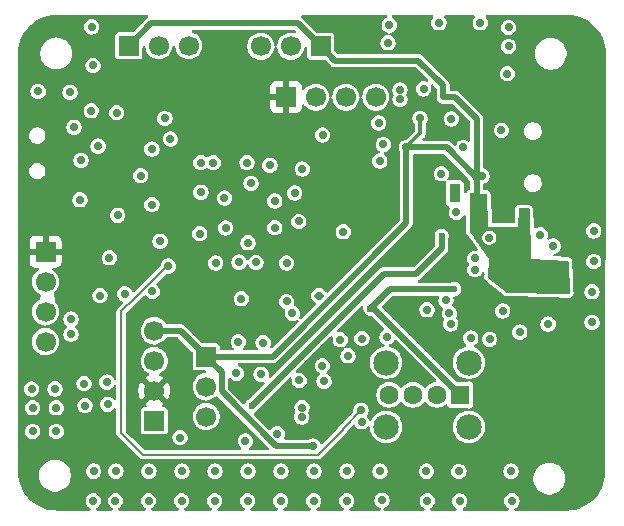
<source format=gbr>
%TF.GenerationSoftware,KiCad,Pcbnew,9.0.3*%
%TF.CreationDate,2025-09-29T14:44:43+08:00*%
%TF.ProjectId,Final Design,46696e61-6c20-4446-9573-69676e2e6b69,rev?*%
%TF.SameCoordinates,Original*%
%TF.FileFunction,Copper,L4,Bot*%
%TF.FilePolarity,Positive*%
%FSLAX46Y46*%
G04 Gerber Fmt 4.6, Leading zero omitted, Abs format (unit mm)*
G04 Created by KiCad (PCBNEW 9.0.3) date 2025-09-29 14:44:43*
%MOMM*%
%LPD*%
G01*
G04 APERTURE LIST*
%TA.AperFunction,ComponentPad*%
%ADD10R,1.700000X1.700000*%
%TD*%
%TA.AperFunction,ComponentPad*%
%ADD11C,1.700000*%
%TD*%
%TA.AperFunction,HeatsinkPad*%
%ADD12C,0.600000*%
%TD*%
%TA.AperFunction,SMDPad,CuDef*%
%ADD13R,0.900000X1.600000*%
%TD*%
%TA.AperFunction,ComponentPad*%
%ADD14R,1.600000X1.600000*%
%TD*%
%TA.AperFunction,ComponentPad*%
%ADD15C,1.600000*%
%TD*%
%TA.AperFunction,ComponentPad*%
%ADD16C,2.150000*%
%TD*%
%TA.AperFunction,ViaPad*%
%ADD17C,0.700000*%
%TD*%
%TA.AperFunction,ViaPad*%
%ADD18C,0.600000*%
%TD*%
%TA.AperFunction,Conductor*%
%ADD19C,0.500000*%
%TD*%
%TA.AperFunction,Conductor*%
%ADD20C,0.300000*%
%TD*%
%TA.AperFunction,Conductor*%
%ADD21C,0.200000*%
%TD*%
G04 APERTURE END LIST*
D10*
%TO.P,J6,1,Pin_1*%
%TO.N,+3.3V*%
X79100000Y-56780000D03*
D11*
%TO.P,J6,2,Pin_2*%
%TO.N,Net-(J6-Pin_2)*%
X79100000Y-59320000D03*
%TO.P,J6,3,Pin_3*%
%TO.N,Net-(J6-Pin_3)*%
X79100000Y-61860000D03*
%TO.P,J6,4,Pin_4*%
%TO.N,GND*%
X79100000Y-64400000D03*
%TD*%
D10*
%TO.P,L_1,1,Pin_1*%
%TO.N,GND*%
X88300000Y-71100000D03*
D11*
%TO.P,L_1,2,Pin_2*%
%TO.N,+3.3V*%
X88300000Y-68560000D03*
%TO.P,L_1,3,Pin_3*%
%TO.N,/LASER_1_OUT*%
X88300000Y-66020000D03*
%TO.P,L_1,4,Pin_4*%
%TO.N,+5V_SYS*%
X88300000Y-63480000D03*
%TD*%
D10*
%TO.P,R_2,1,Pin_1*%
%TO.N,+5V_SYS*%
X86150000Y-39350000D03*
D11*
%TO.P,R_2,2,Pin_2*%
%TO.N,/RECEIVER_2_IN*%
X88690000Y-39350000D03*
%TO.P,R_2,3,Pin_3*%
%TO.N,GND*%
X91230000Y-39350000D03*
%TD*%
D12*
%TO.P,U1,9,PAD*%
%TO.N,GND*%
X113760000Y-52350000D03*
D13*
X113760000Y-51850000D03*
D12*
X113760000Y-51350000D03*
%TD*%
D10*
%TO.P,R_1,1,Pin_1*%
%TO.N,+5V_SYS*%
X92700000Y-65675000D03*
D11*
%TO.P,R_1,2,Pin_2*%
%TO.N,/RECEIVER_1_IN*%
X92700000Y-68215000D03*
%TO.P,R_1,3,Pin_3*%
%TO.N,GND*%
X92700000Y-70755000D03*
%TD*%
D10*
%TO.P,J1,1,Pin_1*%
%TO.N,+3.3V*%
X99440000Y-43700000D03*
D11*
%TO.P,J1,2,Pin_2*%
%TO.N,/SWCLK*%
X101980000Y-43700000D03*
%TO.P,J1,3,Pin_3*%
%TO.N,/SWDIO*%
X104520000Y-43700000D03*
%TO.P,J1,4,Pin_4*%
%TO.N,GND*%
X107060000Y-43700000D03*
%TD*%
D14*
%TO.P,J4,1,VBUS*%
%TO.N,/V_BUS_HOST*%
X114210000Y-68900000D03*
D15*
%TO.P,J4,2,D-*%
%TO.N,/USB_HOST_N*%
X112210000Y-68900000D03*
%TO.P,J4,3,D+*%
%TO.N,/USB_HOST_P*%
X110210000Y-68900000D03*
%TO.P,J4,4,GND*%
%TO.N,GND*%
X108210000Y-68900000D03*
D16*
%TO.P,J4,5,Shield*%
X114940000Y-71620000D03*
X114940000Y-66180000D03*
X107940000Y-71620000D03*
X107940000Y-66180000D03*
%TD*%
D10*
%TO.P,L_2,1,Pin_1*%
%TO.N,+5V_SYS*%
X102400000Y-39400000D03*
D11*
%TO.P,L_2,2,Pin_2*%
%TO.N,/LASER_2_OUT*%
X99860000Y-39400000D03*
%TO.P,L_2,3,Pin_3*%
%TO.N,GND*%
X97320000Y-39400000D03*
%TD*%
D17*
%TO.N,GND*%
X83700000Y-60500000D03*
X111400000Y-61700000D03*
X108000000Y-64000000D03*
X95470000Y-57670000D03*
X115900000Y-37400000D03*
X93408750Y-77880000D03*
X112610000Y-50180000D03*
X122100000Y-56300000D03*
X96500000Y-51000000D03*
X118300000Y-39400000D03*
X117700000Y-46500000D03*
X89200000Y-45500000D03*
X107700000Y-47700000D03*
X83000000Y-37750000D03*
X98090000Y-49470000D03*
X100780000Y-70790000D03*
X90642500Y-75370000D03*
X125360000Y-62770000D03*
X117800000Y-61800000D03*
X116700000Y-64200000D03*
X113880000Y-53450000D03*
X78000000Y-72000000D03*
X120975000Y-55350000D03*
X112400000Y-37400000D03*
X107400000Y-49100000D03*
X82360000Y-67950000D03*
X82100000Y-49050000D03*
X81250000Y-62500000D03*
X105880000Y-64140000D03*
X81250000Y-63750000D03*
X111420000Y-77880000D03*
X109100000Y-43100000D03*
X114160000Y-77900000D03*
X114470000Y-47960000D03*
X87150000Y-50350000D03*
X87816250Y-77880000D03*
X107420000Y-75370000D03*
X99500000Y-57750000D03*
X118580000Y-77880000D03*
X82430000Y-69820000D03*
X101827500Y-75370000D03*
X84350000Y-69700000D03*
X79890000Y-68400000D03*
X81170000Y-43290000D03*
X109100000Y-43900000D03*
X102250000Y-60500000D03*
X101797500Y-77880000D03*
X118200000Y-41700000D03*
X96240000Y-56030000D03*
X88100000Y-48100000D03*
X104623750Y-75370000D03*
X100838000Y-49784000D03*
X82970000Y-44850000D03*
X85110000Y-45010000D03*
X96205000Y-77880000D03*
X125510000Y-57610000D03*
X99500000Y-61000000D03*
X83140000Y-77880000D03*
X95680000Y-60766084D03*
X78000000Y-70000000D03*
X104593750Y-77880000D03*
X90490000Y-72525000D03*
X92250000Y-51750000D03*
X102540000Y-66430000D03*
X97520000Y-64490000D03*
X96910000Y-57700000D03*
X84500000Y-57300000D03*
X102680000Y-67760000D03*
X83550000Y-47850000D03*
X85200000Y-53700000D03*
X100190000Y-51820000D03*
X94340000Y-54780000D03*
X107300000Y-45900000D03*
X92250000Y-49250000D03*
X113460000Y-45550000D03*
X125510000Y-55020000D03*
X85020000Y-77880000D03*
X93300000Y-49250000D03*
X80000000Y-72000000D03*
X98500000Y-54750000D03*
X96160000Y-49250000D03*
X113000000Y-60900000D03*
X88100000Y-52800000D03*
X85050000Y-75370000D03*
X100580000Y-67690000D03*
X102550000Y-46900000D03*
X78470000Y-43220000D03*
X96020000Y-72820000D03*
X104700000Y-65600000D03*
X105850000Y-71190000D03*
X100810000Y-69980000D03*
X93438750Y-75370000D03*
X80000000Y-70000000D03*
X85800000Y-60350000D03*
X100540000Y-54230000D03*
X104300000Y-55100000D03*
X87846250Y-75370000D03*
X118510000Y-75370000D03*
X98500000Y-52500000D03*
X114090000Y-75390000D03*
X83110000Y-41020000D03*
X121650000Y-62900000D03*
X108200000Y-37600000D03*
X82010000Y-52390000D03*
X119250000Y-63600000D03*
X115100000Y-64100000D03*
X113300000Y-62000000D03*
X95420000Y-64420000D03*
X81500000Y-46250000D03*
X107590000Y-77830000D03*
X111350000Y-75370000D03*
X100000000Y-62000000D03*
X116660000Y-55610000D03*
X115440000Y-58310000D03*
X93500000Y-57750000D03*
X94250000Y-52250000D03*
X89670000Y-47250000D03*
X108100000Y-39100000D03*
X83170000Y-75370000D03*
X125360000Y-60180000D03*
X118300000Y-37800000D03*
X90612500Y-77880000D03*
X88150000Y-60150000D03*
X92150000Y-55250000D03*
X99031250Y-75370000D03*
X115430000Y-57350000D03*
X113400000Y-62900000D03*
X84280000Y-67830000D03*
X104050000Y-64230000D03*
X96235000Y-75370000D03*
X88800000Y-55900000D03*
X95250000Y-67090000D03*
X111100000Y-43000000D03*
X77910000Y-68420000D03*
X99001250Y-77880000D03*
X97350000Y-67160000D03*
X98720000Y-72210000D03*
%TO.N,+3.3V*%
X111530000Y-51510000D03*
X81400000Y-50750000D03*
X93800000Y-61850000D03*
X105400000Y-56700000D03*
X97500000Y-61750000D03*
X84750000Y-59300000D03*
X103550000Y-48650000D03*
X104620000Y-66800000D03*
X89700000Y-48330000D03*
X92300000Y-44050000D03*
X90200000Y-68600000D03*
X102250000Y-59350000D03*
X113320000Y-58740000D03*
%TO.N,+5V_SYS*%
X110810000Y-45500000D03*
X116050000Y-50370000D03*
X101757500Y-73240000D03*
X116090000Y-53260000D03*
X115610000Y-52330000D03*
X109640654Y-47960000D03*
X119675000Y-54725000D03*
D18*
%TO.N,/V_BUS_HOST*%
X106600000Y-61600000D03*
X113700000Y-59950000D03*
D17*
%TO.N,Net-(U2-PA1)*%
X89500000Y-58000000D03*
X105800000Y-70210000D03*
D18*
%TO.N,Net-(U1-PG)*%
X96550000Y-69850000D03*
X112640000Y-55430000D03*
%TD*%
D19*
%TO.N,GND*%
X102382786Y-60500000D02*
X102250000Y-60500000D01*
X102117214Y-60500000D02*
X102250000Y-60500000D01*
%TO.N,+3.3V*%
X97415380Y-61665380D02*
X97500000Y-61750000D01*
X93800000Y-61850000D02*
X94117406Y-61532594D01*
X94117406Y-61532594D02*
X94415380Y-61532594D01*
%TO.N,+5V_SYS*%
X88050000Y-37450000D02*
X100450000Y-37450000D01*
X113760000Y-43710000D02*
X112750000Y-43710000D01*
X88300000Y-63480000D02*
X90530000Y-63480000D01*
X115454758Y-50454758D02*
X115610000Y-50610000D01*
X115610000Y-50610000D02*
X115610000Y-52330000D01*
X115415104Y-50399654D02*
X115454758Y-50360000D01*
X90530000Y-63480000D02*
X92700000Y-65650000D01*
D20*
X110839654Y-46761000D02*
X109640654Y-47960000D01*
D19*
X86150000Y-39350000D02*
X88050000Y-37450000D01*
X94001000Y-68623786D02*
X98617214Y-73240000D01*
X98342214Y-65675000D02*
X92700000Y-65675000D01*
X94001000Y-66976000D02*
X94001000Y-68623786D01*
X112750000Y-43710000D02*
X112750000Y-42700000D01*
X103600000Y-40600000D02*
X102400000Y-39400000D01*
X115454758Y-50360000D02*
X113054758Y-47960000D01*
X92700000Y-65650000D02*
X92700000Y-65675000D01*
X110650000Y-40600000D02*
X103600000Y-40600000D01*
X109640654Y-47960000D02*
X109640654Y-54376560D01*
X100450000Y-37450000D02*
X102400000Y-39400000D01*
X92700000Y-65675000D02*
X94001000Y-66976000D01*
X109640654Y-54376560D02*
X98342214Y-65675000D01*
X113054758Y-47960000D02*
X109640654Y-47960000D01*
X98617214Y-73240000D02*
X101757500Y-73240000D01*
X112750000Y-42700000D02*
X110650000Y-40600000D01*
X113760000Y-43710000D02*
X115610000Y-45560000D01*
X115454758Y-50360000D02*
X115454758Y-50454758D01*
X115610000Y-45560000D02*
X115610000Y-50610000D01*
D20*
X110839654Y-45510000D02*
X110839654Y-46761000D01*
D19*
%TO.N,/V_BUS_HOST*%
X108250000Y-59950000D02*
X106600000Y-61600000D01*
X114210000Y-68900000D02*
X106910000Y-61600000D01*
X106910000Y-61600000D02*
X106600000Y-61600000D01*
X113700000Y-59950000D02*
X108250000Y-59950000D01*
%TO.N,/USB_HOST_N*%
X112760000Y-68970000D02*
X112270000Y-68970000D01*
X112250000Y-68460000D02*
X112760000Y-68970000D01*
D21*
%TO.N,Net-(U2-PA1)*%
X86129346Y-61250000D02*
X86100000Y-61250000D01*
X85500000Y-72150000D02*
X87320000Y-73970000D01*
X104250000Y-71760000D02*
X105800000Y-70210000D01*
X86100000Y-61250000D02*
X85500000Y-61850000D01*
X104250000Y-71920000D02*
X104250000Y-71760000D01*
X87320000Y-73970000D02*
X102200000Y-73970000D01*
X89379346Y-58000000D02*
X86129346Y-61250000D01*
X85500000Y-61850000D02*
X85500000Y-72150000D01*
X102200000Y-73970000D02*
X104250000Y-71920000D01*
X89500000Y-58000000D02*
X89379346Y-58000000D01*
D19*
%TO.N,Net-(U1-PG)*%
X96550000Y-69850000D02*
X107758214Y-58641786D01*
X110499578Y-58641786D02*
X112640000Y-56501364D01*
X107758214Y-58641786D02*
X110499578Y-58641786D01*
X112640000Y-56501364D02*
X112640000Y-55430000D01*
%TD*%
%TA.AperFunction,Conductor*%
%TO.N,+3.3V*%
G36*
X87693197Y-36753180D02*
G01*
X87760227Y-36772888D01*
X87805963Y-36825708D01*
X87815883Y-36894870D01*
X87786836Y-36958415D01*
X87755152Y-36984566D01*
X87711991Y-37009485D01*
X87711983Y-37009491D01*
X86558292Y-38163181D01*
X86496969Y-38196666D01*
X86470611Y-38199500D01*
X85255143Y-38199500D01*
X85255117Y-38199502D01*
X85230012Y-38202413D01*
X85230008Y-38202415D01*
X85127235Y-38247793D01*
X85047794Y-38327234D01*
X85002415Y-38430006D01*
X85002415Y-38430008D01*
X84999500Y-38455131D01*
X84999500Y-40244856D01*
X84999502Y-40244882D01*
X85002413Y-40269987D01*
X85002415Y-40269991D01*
X85047793Y-40372764D01*
X85047794Y-40372765D01*
X85127235Y-40452206D01*
X85230009Y-40497585D01*
X85255135Y-40500500D01*
X87044864Y-40500499D01*
X87044879Y-40500497D01*
X87044882Y-40500497D01*
X87069987Y-40497586D01*
X87069988Y-40497585D01*
X87069991Y-40497585D01*
X87172765Y-40452206D01*
X87252206Y-40372765D01*
X87297585Y-40269991D01*
X87300500Y-40244865D01*
X87300499Y-39507125D01*
X87320183Y-39440088D01*
X87372987Y-39394333D01*
X87442146Y-39384389D01*
X87505702Y-39413414D01*
X87543476Y-39472192D01*
X87546972Y-39487728D01*
X87567829Y-39619410D01*
X87623787Y-39791636D01*
X87623788Y-39791639D01*
X87649265Y-39841639D01*
X87704639Y-39950316D01*
X87706006Y-39952997D01*
X87812441Y-40099494D01*
X87812445Y-40099499D01*
X87940500Y-40227554D01*
X87940505Y-40227558D01*
X88009325Y-40277558D01*
X88087006Y-40333996D01*
X88163094Y-40372765D01*
X88248360Y-40416211D01*
X88248363Y-40416212D01*
X88268529Y-40422764D01*
X88420591Y-40472171D01*
X88503429Y-40485291D01*
X88599449Y-40500500D01*
X88599454Y-40500500D01*
X88780551Y-40500500D01*
X88867259Y-40486765D01*
X88959409Y-40472171D01*
X89131639Y-40416211D01*
X89292994Y-40333996D01*
X89439501Y-40227553D01*
X89567553Y-40099501D01*
X89673996Y-39952994D01*
X89756211Y-39791639D01*
X89812171Y-39619409D01*
X89832581Y-39490546D01*
X89837527Y-39459321D01*
X89867456Y-39396186D01*
X89926768Y-39359255D01*
X89996630Y-39360253D01*
X90054863Y-39398863D01*
X90082473Y-39459321D01*
X90107829Y-39619410D01*
X90163787Y-39791636D01*
X90163788Y-39791639D01*
X90189265Y-39841639D01*
X90244639Y-39950316D01*
X90246006Y-39952997D01*
X90352441Y-40099494D01*
X90352445Y-40099499D01*
X90480500Y-40227554D01*
X90480505Y-40227558D01*
X90549325Y-40277558D01*
X90627006Y-40333996D01*
X90703094Y-40372765D01*
X90788360Y-40416211D01*
X90788363Y-40416212D01*
X90808529Y-40422764D01*
X90960591Y-40472171D01*
X91043429Y-40485291D01*
X91139449Y-40500500D01*
X91139454Y-40500500D01*
X91320551Y-40500500D01*
X91407259Y-40486765D01*
X91499409Y-40472171D01*
X91671639Y-40416211D01*
X91832994Y-40333996D01*
X91979501Y-40227553D01*
X92107553Y-40099501D01*
X92213996Y-39952994D01*
X92296211Y-39791639D01*
X92352171Y-39619409D01*
X92374000Y-39481588D01*
X92380500Y-39440551D01*
X92380500Y-39259448D01*
X92358446Y-39120213D01*
X92352171Y-39080591D01*
X92316203Y-38969890D01*
X92296212Y-38908363D01*
X92296211Y-38908360D01*
X92252991Y-38823538D01*
X92213996Y-38747006D01*
X92200396Y-38728287D01*
X92107558Y-38600505D01*
X92107554Y-38600500D01*
X91979499Y-38472445D01*
X91979494Y-38472441D01*
X91832997Y-38366006D01*
X91832996Y-38366005D01*
X91832994Y-38366004D01*
X91756906Y-38327235D01*
X91671639Y-38283788D01*
X91671636Y-38283787D01*
X91544351Y-38242431D01*
X91486676Y-38202994D01*
X91459477Y-38138636D01*
X91471391Y-38069789D01*
X91518635Y-38018313D01*
X91582669Y-38000500D01*
X100170613Y-38000500D01*
X100237652Y-38020185D01*
X100258294Y-38036819D01*
X100312117Y-38090642D01*
X100345602Y-38151965D01*
X100340618Y-38221657D01*
X100298746Y-38277590D01*
X100233282Y-38302007D01*
X100186119Y-38296254D01*
X100129411Y-38277829D01*
X100129412Y-38277829D01*
X99950551Y-38249500D01*
X99950546Y-38249500D01*
X99769454Y-38249500D01*
X99769449Y-38249500D01*
X99590589Y-38277829D01*
X99418363Y-38333787D01*
X99418360Y-38333788D01*
X99257002Y-38416006D01*
X99110505Y-38522441D01*
X99110500Y-38522445D01*
X98982445Y-38650500D01*
X98982441Y-38650505D01*
X98876006Y-38797002D01*
X98793788Y-38958360D01*
X98793787Y-38958363D01*
X98737829Y-39130589D01*
X98712473Y-39290678D01*
X98682544Y-39353813D01*
X98623232Y-39390744D01*
X98553369Y-39389746D01*
X98495137Y-39351136D01*
X98467527Y-39290678D01*
X98453740Y-39203639D01*
X98442171Y-39130591D01*
X98399906Y-39000510D01*
X98386212Y-38958363D01*
X98386211Y-38958360D01*
X98353786Y-38894723D01*
X98303996Y-38797006D01*
X98239242Y-38707879D01*
X98197558Y-38650505D01*
X98197554Y-38650500D01*
X98069499Y-38522445D01*
X98069494Y-38522441D01*
X97922997Y-38416006D01*
X97922996Y-38416005D01*
X97922994Y-38416004D01*
X97854364Y-38381035D01*
X97761639Y-38333788D01*
X97761636Y-38333787D01*
X97589410Y-38277829D01*
X97410551Y-38249500D01*
X97410546Y-38249500D01*
X97229454Y-38249500D01*
X97229449Y-38249500D01*
X97050589Y-38277829D01*
X96878363Y-38333787D01*
X96878360Y-38333788D01*
X96717002Y-38416006D01*
X96570505Y-38522441D01*
X96570500Y-38522445D01*
X96442445Y-38650500D01*
X96442441Y-38650505D01*
X96336006Y-38797002D01*
X96253788Y-38958360D01*
X96253787Y-38958363D01*
X96197829Y-39130589D01*
X96169500Y-39309448D01*
X96169500Y-39490551D01*
X96197829Y-39669410D01*
X96253787Y-39841636D01*
X96253788Y-39841639D01*
X96309163Y-39950316D01*
X96334478Y-40000000D01*
X96336006Y-40002997D01*
X96442441Y-40149494D01*
X96442445Y-40149499D01*
X96570500Y-40277554D01*
X96570505Y-40277558D01*
X96697054Y-40369500D01*
X96717006Y-40383996D01*
X96793094Y-40422765D01*
X96878360Y-40466211D01*
X96878363Y-40466212D01*
X96964476Y-40494191D01*
X97050591Y-40522171D01*
X97133429Y-40535291D01*
X97229449Y-40550500D01*
X97229454Y-40550500D01*
X97410551Y-40550500D01*
X97497259Y-40536765D01*
X97589409Y-40522171D01*
X97761639Y-40466211D01*
X97922994Y-40383996D01*
X98069501Y-40277553D01*
X98197553Y-40149501D01*
X98303996Y-40002994D01*
X98386211Y-39841639D01*
X98442171Y-39669409D01*
X98456422Y-39579425D01*
X98467527Y-39509321D01*
X98497456Y-39446186D01*
X98556768Y-39409255D01*
X98626630Y-39410253D01*
X98684863Y-39448863D01*
X98712473Y-39509321D01*
X98737829Y-39669410D01*
X98793787Y-39841636D01*
X98793788Y-39841639D01*
X98849163Y-39950316D01*
X98874478Y-40000000D01*
X98876006Y-40002997D01*
X98982441Y-40149494D01*
X98982445Y-40149499D01*
X99110500Y-40277554D01*
X99110505Y-40277558D01*
X99237054Y-40369500D01*
X99257006Y-40383996D01*
X99333094Y-40422765D01*
X99418360Y-40466211D01*
X99418363Y-40466212D01*
X99504476Y-40494191D01*
X99590591Y-40522171D01*
X99673429Y-40535291D01*
X99769449Y-40550500D01*
X99769454Y-40550500D01*
X99950551Y-40550500D01*
X100037259Y-40536765D01*
X100129409Y-40522171D01*
X100301639Y-40466211D01*
X100462994Y-40383996D01*
X100609501Y-40277553D01*
X100737553Y-40149501D01*
X100843996Y-40002994D01*
X100926211Y-39841639D01*
X100982171Y-39669409D01*
X100999338Y-39561014D01*
X101003027Y-39537730D01*
X101032956Y-39474595D01*
X101092268Y-39437664D01*
X101162130Y-39438662D01*
X101220363Y-39477272D01*
X101248477Y-39541235D01*
X101249500Y-39557128D01*
X101249500Y-40294856D01*
X101249502Y-40294882D01*
X101252413Y-40319987D01*
X101252415Y-40319991D01*
X101297793Y-40422764D01*
X101297794Y-40422765D01*
X101377235Y-40502206D01*
X101480009Y-40547585D01*
X101505135Y-40550500D01*
X102720612Y-40550499D01*
X102787651Y-40570184D01*
X102808293Y-40586818D01*
X103261985Y-41040510D01*
X103387515Y-41112984D01*
X103527525Y-41150500D01*
X110370613Y-41150500D01*
X110437652Y-41170185D01*
X110458294Y-41186819D01*
X111457064Y-42185589D01*
X111490549Y-42246912D01*
X111485565Y-42316604D01*
X111443693Y-42372537D01*
X111378229Y-42396954D01*
X111321930Y-42387831D01*
X111289744Y-42374499D01*
X111289738Y-42374497D01*
X111164071Y-42349500D01*
X111164069Y-42349500D01*
X111035931Y-42349500D01*
X111035929Y-42349500D01*
X110910261Y-42374497D01*
X110910255Y-42374499D01*
X110791875Y-42423533D01*
X110791866Y-42423538D01*
X110685331Y-42494723D01*
X110685327Y-42494726D01*
X110594726Y-42585327D01*
X110594723Y-42585331D01*
X110523538Y-42691866D01*
X110523533Y-42691875D01*
X110474499Y-42810255D01*
X110474497Y-42810261D01*
X110449500Y-42935928D01*
X110449500Y-42935931D01*
X110449500Y-43064069D01*
X110449500Y-43064071D01*
X110449499Y-43064071D01*
X110474497Y-43189738D01*
X110474498Y-43189742D01*
X110474499Y-43189744D01*
X110489487Y-43225928D01*
X110523533Y-43308124D01*
X110523538Y-43308133D01*
X110594723Y-43414668D01*
X110594726Y-43414672D01*
X110685327Y-43505273D01*
X110685331Y-43505276D01*
X110791866Y-43576461D01*
X110791872Y-43576464D01*
X110791873Y-43576465D01*
X110910256Y-43625501D01*
X110910260Y-43625501D01*
X110910261Y-43625502D01*
X111035928Y-43650500D01*
X111035931Y-43650500D01*
X111164071Y-43650500D01*
X111248615Y-43633682D01*
X111289744Y-43625501D01*
X111408127Y-43576465D01*
X111514669Y-43505276D01*
X111605276Y-43414669D01*
X111676465Y-43308127D01*
X111725501Y-43189744D01*
X111735433Y-43139815D01*
X111750500Y-43064071D01*
X111750500Y-42935928D01*
X111725502Y-42810261D01*
X111725501Y-42810260D01*
X111725501Y-42810256D01*
X111712167Y-42778066D01*
X111704699Y-42708601D01*
X111735973Y-42646121D01*
X111796062Y-42610468D01*
X111865887Y-42612961D01*
X111914410Y-42642935D01*
X112163181Y-42891706D01*
X112196666Y-42953029D01*
X112199500Y-42979387D01*
X112199500Y-43782475D01*
X112235145Y-43915501D01*
X112237017Y-43922488D01*
X112309488Y-44048011D01*
X112309490Y-44048013D01*
X112309491Y-44048015D01*
X112411985Y-44150509D01*
X112411986Y-44150510D01*
X112411988Y-44150511D01*
X112537511Y-44222982D01*
X112537512Y-44222982D01*
X112537515Y-44222984D01*
X112677525Y-44260500D01*
X112822475Y-44260500D01*
X113480613Y-44260500D01*
X113547652Y-44280185D01*
X113568294Y-44296819D01*
X115023181Y-45751706D01*
X115056666Y-45813029D01*
X115059500Y-45839387D01*
X115059500Y-47339554D01*
X115039815Y-47406593D01*
X114987011Y-47452348D01*
X114917853Y-47462292D01*
X114866609Y-47442656D01*
X114778133Y-47383538D01*
X114778124Y-47383533D01*
X114659744Y-47334499D01*
X114659738Y-47334497D01*
X114534071Y-47309500D01*
X114534069Y-47309500D01*
X114405931Y-47309500D01*
X114405929Y-47309500D01*
X114280261Y-47334497D01*
X114280255Y-47334499D01*
X114161875Y-47383533D01*
X114161866Y-47383538D01*
X114055331Y-47454723D01*
X114055327Y-47454726D01*
X113964726Y-47545327D01*
X113964723Y-47545331D01*
X113893538Y-47651866D01*
X113893533Y-47651875D01*
X113856657Y-47740904D01*
X113812816Y-47795307D01*
X113746522Y-47817372D01*
X113678823Y-47800093D01*
X113654415Y-47781132D01*
X113392774Y-47519491D01*
X113392773Y-47519490D01*
X113267243Y-47447016D01*
X113267238Y-47447014D01*
X113204490Y-47430200D01*
X113204490Y-47430201D01*
X113165861Y-47419850D01*
X113127233Y-47409500D01*
X113127232Y-47409500D01*
X111127619Y-47409500D01*
X111060580Y-47389815D01*
X111014825Y-47337011D01*
X111004881Y-47267853D01*
X111033906Y-47204297D01*
X111039938Y-47197819D01*
X111114224Y-47123533D01*
X111200143Y-47037614D01*
X111259453Y-46934887D01*
X111275365Y-46875501D01*
X111290154Y-46820309D01*
X111290154Y-45989648D01*
X111309839Y-45922609D01*
X111311918Y-45919751D01*
X111311892Y-45919734D01*
X111386461Y-45808133D01*
X111386461Y-45808132D01*
X111386465Y-45808127D01*
X111435501Y-45689744D01*
X111446291Y-45635500D01*
X111450554Y-45614071D01*
X112809499Y-45614071D01*
X112834497Y-45739738D01*
X112834499Y-45739744D01*
X112883533Y-45858124D01*
X112883538Y-45858133D01*
X112954723Y-45964668D01*
X112954726Y-45964672D01*
X113045327Y-46055273D01*
X113045331Y-46055276D01*
X113151866Y-46126461D01*
X113151872Y-46126464D01*
X113151873Y-46126465D01*
X113270256Y-46175501D01*
X113270260Y-46175501D01*
X113270261Y-46175502D01*
X113395928Y-46200500D01*
X113395931Y-46200500D01*
X113524071Y-46200500D01*
X113608615Y-46183682D01*
X113649744Y-46175501D01*
X113768127Y-46126465D01*
X113874669Y-46055276D01*
X113965276Y-45964669D01*
X114036465Y-45858127D01*
X114085501Y-45739744D01*
X114106237Y-45635500D01*
X114110500Y-45614071D01*
X114110500Y-45485928D01*
X114085502Y-45360261D01*
X114085501Y-45360260D01*
X114085501Y-45360256D01*
X114036465Y-45241873D01*
X114036464Y-45241872D01*
X114036461Y-45241866D01*
X113965276Y-45135331D01*
X113965273Y-45135327D01*
X113874672Y-45044726D01*
X113874668Y-45044723D01*
X113768133Y-44973538D01*
X113768124Y-44973533D01*
X113649744Y-44924499D01*
X113649738Y-44924497D01*
X113524071Y-44899500D01*
X113524069Y-44899500D01*
X113395931Y-44899500D01*
X113395929Y-44899500D01*
X113270261Y-44924497D01*
X113270255Y-44924499D01*
X113151875Y-44973533D01*
X113151866Y-44973538D01*
X113045331Y-45044723D01*
X113045327Y-45044726D01*
X112954726Y-45135327D01*
X112954723Y-45135331D01*
X112883538Y-45241866D01*
X112883533Y-45241875D01*
X112834499Y-45360255D01*
X112834497Y-45360261D01*
X112809500Y-45485928D01*
X112809500Y-45485931D01*
X112809500Y-45614069D01*
X112809500Y-45614071D01*
X112809499Y-45614071D01*
X111450554Y-45614071D01*
X111460500Y-45564071D01*
X111460500Y-45435928D01*
X111435502Y-45310261D01*
X111435501Y-45310260D01*
X111435501Y-45310256D01*
X111386465Y-45191873D01*
X111386464Y-45191872D01*
X111386461Y-45191866D01*
X111315276Y-45085331D01*
X111315273Y-45085327D01*
X111224672Y-44994726D01*
X111224668Y-44994723D01*
X111118133Y-44923538D01*
X111118124Y-44923533D01*
X110999744Y-44874499D01*
X110999738Y-44874497D01*
X110874071Y-44849500D01*
X110874069Y-44849500D01*
X110745931Y-44849500D01*
X110745929Y-44849500D01*
X110620261Y-44874497D01*
X110620255Y-44874499D01*
X110501875Y-44923533D01*
X110501866Y-44923538D01*
X110395331Y-44994723D01*
X110395327Y-44994726D01*
X110304726Y-45085327D01*
X110304723Y-45085331D01*
X110233538Y-45191866D01*
X110233533Y-45191875D01*
X110184499Y-45310255D01*
X110184497Y-45310261D01*
X110159500Y-45435928D01*
X110159500Y-45435931D01*
X110159500Y-45564069D01*
X110159500Y-45564071D01*
X110159499Y-45564071D01*
X110184497Y-45689738D01*
X110184499Y-45689744D01*
X110233533Y-45808124D01*
X110233538Y-45808133D01*
X110304723Y-45914668D01*
X110304726Y-45914672D01*
X110352834Y-45962779D01*
X110386320Y-46024102D01*
X110389154Y-46050461D01*
X110389154Y-46523035D01*
X110369469Y-46590074D01*
X110352835Y-46610716D01*
X109690370Y-47273181D01*
X109629047Y-47306666D01*
X109602689Y-47309500D01*
X109576583Y-47309500D01*
X109450915Y-47334497D01*
X109450909Y-47334499D01*
X109332529Y-47383533D01*
X109332520Y-47383538D01*
X109225985Y-47454723D01*
X109225981Y-47454726D01*
X109135380Y-47545327D01*
X109135377Y-47545331D01*
X109064192Y-47651866D01*
X109064187Y-47651875D01*
X109015153Y-47770255D01*
X109015151Y-47770261D01*
X108990154Y-47895928D01*
X108990154Y-47895931D01*
X108990154Y-48024069D01*
X108990154Y-48024071D01*
X108990153Y-48024071D01*
X109015151Y-48149738D01*
X109015153Y-48149744D01*
X109064187Y-48268124D01*
X109064188Y-48268126D01*
X109064189Y-48268127D01*
X109069254Y-48275708D01*
X109090134Y-48342383D01*
X109090154Y-48344600D01*
X109090154Y-54097172D01*
X109070469Y-54164211D01*
X109053835Y-54184853D01*
X103030317Y-60208370D01*
X102968994Y-60241855D01*
X102899302Y-60236871D01*
X102847379Y-60200075D01*
X102840567Y-60191901D01*
X102823295Y-60161985D01*
X102777320Y-60116010D01*
X102773724Y-60111695D01*
X102772863Y-60109710D01*
X102765879Y-60101200D01*
X102755274Y-60085328D01*
X102664672Y-59994726D01*
X102664668Y-59994723D01*
X102558133Y-59923538D01*
X102558124Y-59923533D01*
X102439744Y-59874499D01*
X102439738Y-59874497D01*
X102314071Y-59849500D01*
X102314069Y-59849500D01*
X102185931Y-59849500D01*
X102185929Y-59849500D01*
X102060261Y-59874497D01*
X102060255Y-59874499D01*
X101941875Y-59923533D01*
X101941866Y-59923538D01*
X101835332Y-59994722D01*
X101744721Y-60085334D01*
X101744718Y-60085337D01*
X101734117Y-60101203D01*
X101718700Y-60119988D01*
X101676705Y-60161983D01*
X101604231Y-60287511D01*
X101604230Y-60287515D01*
X101566714Y-60427525D01*
X101566714Y-60572475D01*
X101603633Y-60710256D01*
X101604231Y-60712488D01*
X101676702Y-60838011D01*
X101676707Y-60838017D01*
X101718698Y-60880008D01*
X101734119Y-60898798D01*
X101744723Y-60914668D01*
X101744726Y-60914672D01*
X101835327Y-61005273D01*
X101835331Y-61005276D01*
X101946938Y-61079850D01*
X101945597Y-61081856D01*
X101987851Y-61123348D01*
X102003322Y-61191484D01*
X101979501Y-61257167D01*
X101967244Y-61271443D01*
X100753675Y-62485013D01*
X100692352Y-62518498D01*
X100622660Y-62513514D01*
X100566727Y-62471642D01*
X100542310Y-62406178D01*
X100557162Y-62337905D01*
X100562892Y-62328440D01*
X100564856Y-62325501D01*
X100576465Y-62308127D01*
X100625501Y-62189744D01*
X100646271Y-62085331D01*
X100650500Y-62064071D01*
X100650500Y-61935928D01*
X100625502Y-61810261D01*
X100625501Y-61810260D01*
X100625501Y-61810256D01*
X100576465Y-61691873D01*
X100576464Y-61691872D01*
X100576461Y-61691866D01*
X100505276Y-61585331D01*
X100505273Y-61585327D01*
X100414672Y-61494726D01*
X100414668Y-61494723D01*
X100308133Y-61423538D01*
X100308123Y-61423533D01*
X100184149Y-61372181D01*
X100129746Y-61328340D01*
X100107681Y-61262045D01*
X100117040Y-61210169D01*
X100125501Y-61189744D01*
X100148034Y-61076466D01*
X100150500Y-61064071D01*
X100150500Y-60935928D01*
X100125502Y-60810261D01*
X100125501Y-60810260D01*
X100125501Y-60810256D01*
X100077589Y-60694586D01*
X100076466Y-60691875D01*
X100076461Y-60691866D01*
X100005276Y-60585331D01*
X100005273Y-60585327D01*
X99914672Y-60494726D01*
X99914668Y-60494723D01*
X99808133Y-60423538D01*
X99808124Y-60423533D01*
X99689744Y-60374499D01*
X99689738Y-60374497D01*
X99564071Y-60349500D01*
X99564069Y-60349500D01*
X99435931Y-60349500D01*
X99435929Y-60349500D01*
X99310261Y-60374497D01*
X99310255Y-60374499D01*
X99191875Y-60423533D01*
X99191866Y-60423538D01*
X99085331Y-60494723D01*
X99085327Y-60494726D01*
X98994726Y-60585327D01*
X98994723Y-60585331D01*
X98923538Y-60691866D01*
X98923533Y-60691875D01*
X98874499Y-60810255D01*
X98874497Y-60810261D01*
X98849500Y-60935928D01*
X98849500Y-60935931D01*
X98849500Y-61064069D01*
X98849500Y-61064071D01*
X98849499Y-61064071D01*
X98874497Y-61189738D01*
X98874499Y-61189744D01*
X98923533Y-61308124D01*
X98923538Y-61308133D01*
X98994723Y-61414668D01*
X98994726Y-61414672D01*
X99085327Y-61505273D01*
X99085331Y-61505276D01*
X99191866Y-61576461D01*
X99191875Y-61576466D01*
X99315850Y-61627818D01*
X99370253Y-61671659D01*
X99392318Y-61737953D01*
X99382960Y-61789828D01*
X99374499Y-61810256D01*
X99374497Y-61810261D01*
X99349500Y-61935928D01*
X99349500Y-61935931D01*
X99349500Y-62064069D01*
X99349500Y-62064071D01*
X99349499Y-62064071D01*
X99374497Y-62189738D01*
X99374499Y-62189744D01*
X99423533Y-62308124D01*
X99423538Y-62308133D01*
X99494723Y-62414668D01*
X99494726Y-62414672D01*
X99585327Y-62505273D01*
X99585331Y-62505276D01*
X99691866Y-62576461D01*
X99691872Y-62576464D01*
X99691873Y-62576465D01*
X99810256Y-62625501D01*
X99810260Y-62625501D01*
X99810261Y-62625502D01*
X99935928Y-62650500D01*
X99935931Y-62650500D01*
X100064071Y-62650500D01*
X100148615Y-62633682D01*
X100189744Y-62625501D01*
X100308127Y-62576465D01*
X100328439Y-62562892D01*
X100395114Y-62542013D01*
X100462495Y-62560495D01*
X100509187Y-62612473D01*
X100520366Y-62681442D01*
X100492482Y-62745507D01*
X100485013Y-62753674D01*
X98292444Y-64946244D01*
X98231121Y-64979729D01*
X98161429Y-64974745D01*
X98105496Y-64932873D01*
X98081079Y-64867409D01*
X98094590Y-64803944D01*
X98094134Y-64803755D01*
X98095157Y-64801284D01*
X98095409Y-64800102D01*
X98096461Y-64798131D01*
X98096465Y-64798127D01*
X98145501Y-64679744D01*
X98156291Y-64625501D01*
X98170500Y-64554071D01*
X98170500Y-64425928D01*
X98145502Y-64300261D01*
X98145501Y-64300260D01*
X98145501Y-64300256D01*
X98096465Y-64181873D01*
X98096464Y-64181872D01*
X98096461Y-64181866D01*
X98025276Y-64075331D01*
X98025273Y-64075327D01*
X97934672Y-63984726D01*
X97934668Y-63984723D01*
X97828133Y-63913538D01*
X97828124Y-63913533D01*
X97709744Y-63864499D01*
X97709738Y-63864497D01*
X97584071Y-63839500D01*
X97584069Y-63839500D01*
X97455931Y-63839500D01*
X97455929Y-63839500D01*
X97330261Y-63864497D01*
X97330255Y-63864499D01*
X97211875Y-63913533D01*
X97211866Y-63913538D01*
X97105331Y-63984723D01*
X97105327Y-63984726D01*
X97014726Y-64075327D01*
X97014723Y-64075331D01*
X96943538Y-64181866D01*
X96943533Y-64181875D01*
X96894499Y-64300255D01*
X96894497Y-64300261D01*
X96869500Y-64425928D01*
X96869500Y-64425931D01*
X96869500Y-64554069D01*
X96869500Y-64554071D01*
X96869499Y-64554071D01*
X96894497Y-64679738D01*
X96894499Y-64679744D01*
X96943533Y-64798124D01*
X96943538Y-64798133D01*
X97014723Y-64904668D01*
X97014726Y-64904672D01*
X97022873Y-64912819D01*
X97056358Y-64974142D01*
X97051374Y-65043834D01*
X97009502Y-65099767D01*
X96944038Y-65124184D01*
X96935192Y-65124500D01*
X95934808Y-65124500D01*
X95867769Y-65104815D01*
X95822014Y-65052011D01*
X95812070Y-64982853D01*
X95841095Y-64919297D01*
X95847127Y-64912819D01*
X95925273Y-64834672D01*
X95925276Y-64834669D01*
X95996465Y-64728127D01*
X96045501Y-64609744D01*
X96059747Y-64538127D01*
X96070500Y-64484071D01*
X96070500Y-64355928D01*
X96045502Y-64230261D01*
X96045501Y-64230260D01*
X96045501Y-64230256D01*
X95996465Y-64111873D01*
X95996464Y-64111872D01*
X95996461Y-64111866D01*
X95925276Y-64005331D01*
X95925273Y-64005327D01*
X95834672Y-63914726D01*
X95834668Y-63914723D01*
X95728133Y-63843538D01*
X95728124Y-63843533D01*
X95609744Y-63794499D01*
X95609738Y-63794497D01*
X95484071Y-63769500D01*
X95484069Y-63769500D01*
X95355931Y-63769500D01*
X95355929Y-63769500D01*
X95230261Y-63794497D01*
X95230255Y-63794499D01*
X95111875Y-63843533D01*
X95111866Y-63843538D01*
X95005331Y-63914723D01*
X95005327Y-63914726D01*
X94914726Y-64005327D01*
X94914723Y-64005331D01*
X94843538Y-64111866D01*
X94843533Y-64111875D01*
X94794499Y-64230255D01*
X94794497Y-64230261D01*
X94769500Y-64355928D01*
X94769500Y-64355931D01*
X94769500Y-64484069D01*
X94769500Y-64484071D01*
X94769499Y-64484071D01*
X94794497Y-64609738D01*
X94794499Y-64609744D01*
X94843533Y-64728124D01*
X94843538Y-64728133D01*
X94914723Y-64834668D01*
X94914726Y-64834672D01*
X94992873Y-64912819D01*
X95026358Y-64974142D01*
X95021374Y-65043834D01*
X94979502Y-65099767D01*
X94914038Y-65124184D01*
X94905192Y-65124500D01*
X93974499Y-65124500D01*
X93907460Y-65104815D01*
X93861705Y-65052011D01*
X93850499Y-65000500D01*
X93850499Y-64780143D01*
X93850499Y-64780136D01*
X93850497Y-64780117D01*
X93847586Y-64755012D01*
X93847585Y-64755010D01*
X93847585Y-64755009D01*
X93802206Y-64652235D01*
X93722765Y-64572794D01*
X93619992Y-64527415D01*
X93594868Y-64524500D01*
X93594865Y-64524500D01*
X92404387Y-64524500D01*
X92337348Y-64504815D01*
X92316706Y-64488181D01*
X90868016Y-63039491D01*
X90868015Y-63039490D01*
X90742485Y-62967016D01*
X90742480Y-62967014D01*
X90677116Y-62949499D01*
X90677116Y-62949500D01*
X90639795Y-62939500D01*
X90602475Y-62929500D01*
X90602474Y-62929500D01*
X89385317Y-62929500D01*
X89318278Y-62909815D01*
X89284999Y-62878385D01*
X89177558Y-62730505D01*
X89177554Y-62730500D01*
X89049499Y-62602445D01*
X89049494Y-62602441D01*
X88902997Y-62496006D01*
X88902996Y-62496005D01*
X88902994Y-62496004D01*
X88838209Y-62462994D01*
X88741639Y-62413788D01*
X88741636Y-62413787D01*
X88569410Y-62357829D01*
X88390551Y-62329500D01*
X88390546Y-62329500D01*
X88209454Y-62329500D01*
X88209449Y-62329500D01*
X88030589Y-62357829D01*
X87858363Y-62413787D01*
X87858360Y-62413788D01*
X87697002Y-62496006D01*
X87550505Y-62602441D01*
X87550500Y-62602445D01*
X87422445Y-62730500D01*
X87422441Y-62730505D01*
X87316006Y-62877002D01*
X87233788Y-63038360D01*
X87233787Y-63038363D01*
X87177829Y-63210589D01*
X87149500Y-63389448D01*
X87149500Y-63570551D01*
X87177829Y-63749410D01*
X87233787Y-63921636D01*
X87233788Y-63921639D01*
X87266262Y-63985371D01*
X87315301Y-64081615D01*
X87316006Y-64082997D01*
X87422441Y-64229494D01*
X87422445Y-64229499D01*
X87550500Y-64357554D01*
X87550505Y-64357558D01*
X87644614Y-64425931D01*
X87697006Y-64463996D01*
X87796455Y-64514668D01*
X87858360Y-64546211D01*
X87858363Y-64546212D01*
X87940176Y-64572794D01*
X88030591Y-64602171D01*
X88103639Y-64613740D01*
X88190678Y-64627527D01*
X88253813Y-64657456D01*
X88290744Y-64716768D01*
X88289746Y-64786631D01*
X88251136Y-64844863D01*
X88190678Y-64872473D01*
X88030589Y-64897829D01*
X87858363Y-64953787D01*
X87858360Y-64953788D01*
X87697002Y-65036006D01*
X87550505Y-65142441D01*
X87550500Y-65142445D01*
X87422445Y-65270500D01*
X87422441Y-65270505D01*
X87316006Y-65417002D01*
X87233788Y-65578360D01*
X87233787Y-65578363D01*
X87177829Y-65750589D01*
X87149500Y-65929448D01*
X87149500Y-66110551D01*
X87177829Y-66289410D01*
X87233787Y-66461636D01*
X87233788Y-66461639D01*
X87260233Y-66513538D01*
X87295897Y-66583533D01*
X87316006Y-66622997D01*
X87422441Y-66769494D01*
X87422445Y-66769499D01*
X87550500Y-66897554D01*
X87550505Y-66897558D01*
X87678287Y-66990396D01*
X87697006Y-67003996D01*
X87798090Y-67055501D01*
X87828684Y-67071090D01*
X87879480Y-67119065D01*
X87896275Y-67186886D01*
X87873737Y-67253021D01*
X87819022Y-67296472D01*
X87810708Y-67299506D01*
X87781781Y-67308905D01*
X87592439Y-67405380D01*
X87538282Y-67444727D01*
X87538282Y-67444728D01*
X88170591Y-68077037D01*
X88107007Y-68094075D01*
X87992993Y-68159901D01*
X87899901Y-68252993D01*
X87834075Y-68367007D01*
X87817037Y-68430591D01*
X87184728Y-67798282D01*
X87184727Y-67798282D01*
X87145384Y-67852435D01*
X87145381Y-67852438D01*
X87048904Y-68041782D01*
X86983242Y-68243869D01*
X86983242Y-68243872D01*
X86950000Y-68453753D01*
X86950000Y-68666246D01*
X86983242Y-68876127D01*
X86983242Y-68876130D01*
X87048904Y-69078217D01*
X87145375Y-69267550D01*
X87184728Y-69321716D01*
X87817037Y-68689408D01*
X87834075Y-68752993D01*
X87899901Y-68867007D01*
X87992993Y-68960099D01*
X88107007Y-69025925D01*
X88170590Y-69042962D01*
X87538282Y-69675269D01*
X87538282Y-69675270D01*
X87592447Y-69714623D01*
X87593205Y-69715009D01*
X87593443Y-69715233D01*
X87596604Y-69717171D01*
X87596197Y-69717834D01*
X87644006Y-69762978D01*
X87660809Y-69830797D01*
X87638278Y-69896935D01*
X87583568Y-69940392D01*
X87536923Y-69949500D01*
X87405144Y-69949500D01*
X87405117Y-69949502D01*
X87380012Y-69952413D01*
X87380008Y-69952415D01*
X87277235Y-69997793D01*
X87197794Y-70077234D01*
X87152415Y-70180006D01*
X87152415Y-70180008D01*
X87149500Y-70205131D01*
X87149500Y-71994856D01*
X87149502Y-71994882D01*
X87152413Y-72019987D01*
X87152415Y-72019991D01*
X87197793Y-72122764D01*
X87197794Y-72122765D01*
X87277235Y-72202206D01*
X87380009Y-72247585D01*
X87405135Y-72250500D01*
X89194864Y-72250499D01*
X89194879Y-72250497D01*
X89194882Y-72250497D01*
X89219987Y-72247586D01*
X89219988Y-72247585D01*
X89219991Y-72247585D01*
X89322765Y-72202206D01*
X89402206Y-72122765D01*
X89447585Y-72019991D01*
X89450500Y-71994865D01*
X89450499Y-70205136D01*
X89448714Y-70189744D01*
X89447586Y-70180012D01*
X89447585Y-70180010D01*
X89447585Y-70180009D01*
X89402206Y-70077235D01*
X89322765Y-69997794D01*
X89322289Y-69997584D01*
X89219992Y-69952415D01*
X89194868Y-69949500D01*
X89063079Y-69949500D01*
X88996040Y-69929815D01*
X88950285Y-69877011D01*
X88940341Y-69807853D01*
X88969366Y-69744297D01*
X89003606Y-69717502D01*
X89003402Y-69717168D01*
X89006317Y-69715381D01*
X89006787Y-69715014D01*
X89007552Y-69714623D01*
X89061716Y-69675270D01*
X89061717Y-69675270D01*
X88429408Y-69042962D01*
X88492993Y-69025925D01*
X88607007Y-68960099D01*
X88700099Y-68867007D01*
X88765925Y-68752993D01*
X88782962Y-68689408D01*
X89415270Y-69321717D01*
X89415270Y-69321716D01*
X89454622Y-69267554D01*
X89551095Y-69078217D01*
X89616757Y-68876130D01*
X89616757Y-68876127D01*
X89650000Y-68666246D01*
X89650000Y-68453753D01*
X89616757Y-68243872D01*
X89616757Y-68243869D01*
X89551095Y-68041782D01*
X89454624Y-67852449D01*
X89415270Y-67798282D01*
X89415269Y-67798282D01*
X88782962Y-68430590D01*
X88765925Y-68367007D01*
X88700099Y-68252993D01*
X88607007Y-68159901D01*
X88492993Y-68094075D01*
X88429409Y-68077037D01*
X89061716Y-67444728D01*
X89007550Y-67405375D01*
X88818217Y-67308904D01*
X88789292Y-67299506D01*
X88731616Y-67260068D01*
X88704418Y-67195710D01*
X88716333Y-67126863D01*
X88763577Y-67075388D01*
X88771315Y-67071090D01*
X88902994Y-67003996D01*
X89049501Y-66897553D01*
X89177553Y-66769501D01*
X89283996Y-66622994D01*
X89366211Y-66461639D01*
X89422171Y-66289409D01*
X89438662Y-66185288D01*
X89450500Y-66110551D01*
X89450500Y-65929448D01*
X89428371Y-65789738D01*
X89422171Y-65750591D01*
X89366211Y-65578361D01*
X89366211Y-65578360D01*
X89337580Y-65522170D01*
X89283996Y-65417006D01*
X89260011Y-65383993D01*
X89177558Y-65270505D01*
X89177554Y-65270500D01*
X89049499Y-65142445D01*
X89049494Y-65142441D01*
X88902997Y-65036006D01*
X88902996Y-65036005D01*
X88902994Y-65036004D01*
X88825395Y-64996465D01*
X88741639Y-64953788D01*
X88741636Y-64953787D01*
X88569410Y-64897829D01*
X88409321Y-64872473D01*
X88346186Y-64842544D01*
X88309255Y-64783232D01*
X88310253Y-64713370D01*
X88348863Y-64655137D01*
X88409321Y-64627527D01*
X88490499Y-64614669D01*
X88569409Y-64602171D01*
X88741639Y-64546211D01*
X88902994Y-64463996D01*
X89049501Y-64357553D01*
X89177553Y-64229501D01*
X89206438Y-64189744D01*
X89284999Y-64081615D01*
X89340329Y-64038949D01*
X89385317Y-64030500D01*
X90250613Y-64030500D01*
X90317652Y-64050185D01*
X90338294Y-64066819D01*
X91513181Y-65241706D01*
X91546666Y-65303029D01*
X91549500Y-65329387D01*
X91549500Y-66569856D01*
X91549502Y-66569882D01*
X91552413Y-66594987D01*
X91552415Y-66594991D01*
X91597793Y-66697764D01*
X91597794Y-66697765D01*
X91677235Y-66777206D01*
X91780009Y-66822585D01*
X91805135Y-66825500D01*
X92542873Y-66825499D01*
X92609911Y-66845183D01*
X92655666Y-66897987D01*
X92665610Y-66967146D01*
X92636585Y-67030702D01*
X92577807Y-67068476D01*
X92562271Y-67071972D01*
X92430589Y-67092829D01*
X92258363Y-67148787D01*
X92258360Y-67148788D01*
X92097002Y-67231006D01*
X91950505Y-67337441D01*
X91950500Y-67337445D01*
X91822445Y-67465500D01*
X91822441Y-67465505D01*
X91716006Y-67612002D01*
X91633788Y-67773360D01*
X91633787Y-67773363D01*
X91577829Y-67945589D01*
X91549500Y-68124448D01*
X91549500Y-68305551D01*
X91577829Y-68484410D01*
X91633787Y-68656636D01*
X91633788Y-68656639D01*
X91670214Y-68728127D01*
X91714311Y-68814672D01*
X91716006Y-68817997D01*
X91822441Y-68964494D01*
X91822445Y-68964499D01*
X91950500Y-69092554D01*
X91950505Y-69092558D01*
X92040168Y-69157701D01*
X92097006Y-69198996D01*
X92184418Y-69243535D01*
X92258360Y-69281211D01*
X92258363Y-69281212D01*
X92344205Y-69309103D01*
X92430591Y-69337171D01*
X92503639Y-69348740D01*
X92590678Y-69362527D01*
X92653813Y-69392456D01*
X92690744Y-69451768D01*
X92689746Y-69521631D01*
X92651136Y-69579863D01*
X92590678Y-69607473D01*
X92430589Y-69632829D01*
X92258363Y-69688787D01*
X92258360Y-69688788D01*
X92097002Y-69771006D01*
X91950505Y-69877441D01*
X91950500Y-69877445D01*
X91822445Y-70005500D01*
X91822441Y-70005505D01*
X91716006Y-70152002D01*
X91633788Y-70313360D01*
X91633787Y-70313363D01*
X91577829Y-70485589D01*
X91549500Y-70664448D01*
X91549500Y-70845551D01*
X91577829Y-71024410D01*
X91633787Y-71196636D01*
X91633788Y-71196639D01*
X91716006Y-71357997D01*
X91822441Y-71504494D01*
X91822445Y-71504499D01*
X91950500Y-71632554D01*
X91950505Y-71632558D01*
X92078287Y-71725396D01*
X92097006Y-71738996D01*
X92197942Y-71790426D01*
X92258360Y-71821211D01*
X92258363Y-71821212D01*
X92317727Y-71840500D01*
X92430591Y-71877171D01*
X92513429Y-71890291D01*
X92609449Y-71905500D01*
X92609454Y-71905500D01*
X92790551Y-71905500D01*
X92877259Y-71891765D01*
X92969409Y-71877171D01*
X93141639Y-71821211D01*
X93302994Y-71738996D01*
X93449501Y-71632553D01*
X93577553Y-71504501D01*
X93683996Y-71357994D01*
X93766211Y-71196639D01*
X93822171Y-71024409D01*
X93842021Y-70899080D01*
X93850500Y-70845551D01*
X93850500Y-70664448D01*
X93827324Y-70518127D01*
X93822171Y-70485591D01*
X93786346Y-70375331D01*
X93766212Y-70313363D01*
X93766211Y-70313360D01*
X93731124Y-70244500D01*
X93683996Y-70152006D01*
X93656869Y-70114669D01*
X93577558Y-70005505D01*
X93577554Y-70005500D01*
X93449499Y-69877445D01*
X93449494Y-69877441D01*
X93302997Y-69771006D01*
X93302996Y-69771005D01*
X93302994Y-69771004D01*
X93208352Y-69722781D01*
X93141639Y-69688788D01*
X93141636Y-69688787D01*
X92969410Y-69632829D01*
X92809321Y-69607473D01*
X92746186Y-69577544D01*
X92709255Y-69518232D01*
X92710253Y-69448370D01*
X92748863Y-69390137D01*
X92809321Y-69362527D01*
X92891566Y-69349500D01*
X92969409Y-69337171D01*
X93141639Y-69281211D01*
X93302994Y-69198996D01*
X93449501Y-69092553D01*
X93482690Y-69059363D01*
X93544011Y-69025878D01*
X93613703Y-69030862D01*
X93658052Y-69059363D01*
X97956508Y-73357819D01*
X97989993Y-73419142D01*
X97985009Y-73488834D01*
X97943137Y-73544767D01*
X97877673Y-73569184D01*
X97868827Y-73569500D01*
X96477936Y-73569500D01*
X96410897Y-73549815D01*
X96365142Y-73497011D01*
X96355198Y-73427853D01*
X96384223Y-73364297D01*
X96409045Y-73342398D01*
X96421292Y-73334213D01*
X96434669Y-73325276D01*
X96525276Y-73234669D01*
X96596465Y-73128127D01*
X96645501Y-73009744D01*
X96659440Y-72939669D01*
X96670500Y-72884071D01*
X96670500Y-72755928D01*
X96645502Y-72630261D01*
X96645501Y-72630260D01*
X96645501Y-72630256D01*
X96607574Y-72538692D01*
X96596466Y-72511875D01*
X96596461Y-72511866D01*
X96525276Y-72405331D01*
X96525273Y-72405327D01*
X96434672Y-72314726D01*
X96434668Y-72314723D01*
X96328133Y-72243538D01*
X96328124Y-72243533D01*
X96209744Y-72194499D01*
X96209738Y-72194497D01*
X96084071Y-72169500D01*
X96084069Y-72169500D01*
X95955931Y-72169500D01*
X95955929Y-72169500D01*
X95830261Y-72194497D01*
X95830255Y-72194499D01*
X95711875Y-72243533D01*
X95711866Y-72243538D01*
X95605331Y-72314723D01*
X95605327Y-72314726D01*
X95514726Y-72405327D01*
X95514723Y-72405331D01*
X95443538Y-72511866D01*
X95443533Y-72511875D01*
X95394499Y-72630255D01*
X95394497Y-72630261D01*
X95369500Y-72755928D01*
X95369500Y-72755931D01*
X95369500Y-72884069D01*
X95369500Y-72884071D01*
X95369499Y-72884071D01*
X95394497Y-73009738D01*
X95394499Y-73009744D01*
X95443533Y-73128124D01*
X95443538Y-73128133D01*
X95514723Y-73234668D01*
X95514726Y-73234672D01*
X95605327Y-73325273D01*
X95605331Y-73325276D01*
X95630955Y-73342398D01*
X95675760Y-73396011D01*
X95684467Y-73465336D01*
X95654312Y-73528363D01*
X95594869Y-73565082D01*
X95562064Y-73569500D01*
X87537254Y-73569500D01*
X87470215Y-73549815D01*
X87449573Y-73533181D01*
X86505464Y-72589071D01*
X89839499Y-72589071D01*
X89864497Y-72714738D01*
X89864499Y-72714744D01*
X89913533Y-72833124D01*
X89913538Y-72833133D01*
X89984723Y-72939668D01*
X89984726Y-72939672D01*
X90075327Y-73030273D01*
X90075331Y-73030276D01*
X90181866Y-73101461D01*
X90181872Y-73101464D01*
X90181873Y-73101465D01*
X90300256Y-73150501D01*
X90300260Y-73150501D01*
X90300261Y-73150502D01*
X90425928Y-73175500D01*
X90425931Y-73175500D01*
X90554071Y-73175500D01*
X90638615Y-73158682D01*
X90679744Y-73150501D01*
X90798127Y-73101465D01*
X90904669Y-73030276D01*
X90995276Y-72939669D01*
X91066465Y-72833127D01*
X91115501Y-72714744D01*
X91132307Y-72630256D01*
X91140500Y-72589071D01*
X91140500Y-72460928D01*
X91115502Y-72335261D01*
X91115501Y-72335260D01*
X91115501Y-72335256D01*
X91066465Y-72216873D01*
X91066464Y-72216872D01*
X91066461Y-72216866D01*
X90995276Y-72110331D01*
X90995273Y-72110327D01*
X90904672Y-72019726D01*
X90904668Y-72019723D01*
X90798133Y-71948538D01*
X90798124Y-71948533D01*
X90679744Y-71899499D01*
X90679738Y-71899497D01*
X90554071Y-71874500D01*
X90554069Y-71874500D01*
X90425931Y-71874500D01*
X90425929Y-71874500D01*
X90300261Y-71899497D01*
X90300255Y-71899499D01*
X90181875Y-71948533D01*
X90181866Y-71948538D01*
X90075331Y-72019723D01*
X90075327Y-72019726D01*
X89984726Y-72110327D01*
X89984723Y-72110331D01*
X89913538Y-72216866D01*
X89913533Y-72216875D01*
X89864499Y-72335255D01*
X89864497Y-72335261D01*
X89839500Y-72460928D01*
X89839500Y-72460931D01*
X89839500Y-72589069D01*
X89839500Y-72589071D01*
X89839499Y-72589071D01*
X86505464Y-72589071D01*
X86458913Y-72542520D01*
X85936819Y-72020426D01*
X85903334Y-71959103D01*
X85900500Y-71932745D01*
X85900500Y-62067254D01*
X85920185Y-62000215D01*
X85936815Y-61979577D01*
X86294283Y-61622108D01*
X86319959Y-61602406D01*
X86375259Y-61570480D01*
X87115583Y-60830155D01*
X95029499Y-60830155D01*
X95054497Y-60955822D01*
X95054499Y-60955828D01*
X95103533Y-61074208D01*
X95103538Y-61074217D01*
X95174723Y-61180752D01*
X95174726Y-61180756D01*
X95265327Y-61271357D01*
X95265331Y-61271360D01*
X95371866Y-61342545D01*
X95371872Y-61342548D01*
X95371873Y-61342549D01*
X95490256Y-61391585D01*
X95490260Y-61391585D01*
X95490261Y-61391586D01*
X95615928Y-61416584D01*
X95615931Y-61416584D01*
X95744071Y-61416584D01*
X95855215Y-61394475D01*
X95869744Y-61391585D01*
X95988127Y-61342549D01*
X96094669Y-61271360D01*
X96185276Y-61180753D01*
X96256465Y-61074211D01*
X96305501Y-60955828D01*
X96321379Y-60876005D01*
X96330500Y-60830155D01*
X96330500Y-60702012D01*
X96305502Y-60576345D01*
X96305501Y-60576344D01*
X96305501Y-60576340D01*
X96256538Y-60458133D01*
X96256466Y-60457959D01*
X96256461Y-60457950D01*
X96185276Y-60351415D01*
X96185273Y-60351411D01*
X96094672Y-60260810D01*
X96094668Y-60260807D01*
X95988133Y-60189622D01*
X95988124Y-60189617D01*
X95869744Y-60140583D01*
X95869738Y-60140581D01*
X95744071Y-60115584D01*
X95744069Y-60115584D01*
X95615931Y-60115584D01*
X95615929Y-60115584D01*
X95490261Y-60140581D01*
X95490255Y-60140583D01*
X95371875Y-60189617D01*
X95371866Y-60189622D01*
X95265331Y-60260807D01*
X95265327Y-60260810D01*
X95174726Y-60351411D01*
X95174723Y-60351415D01*
X95103538Y-60457950D01*
X95103533Y-60457959D01*
X95054499Y-60576339D01*
X95054497Y-60576345D01*
X95029500Y-60702012D01*
X95029500Y-60702015D01*
X95029500Y-60830153D01*
X95029500Y-60830155D01*
X95029499Y-60830155D01*
X87115583Y-60830155D01*
X87432280Y-60513457D01*
X87493601Y-60479974D01*
X87563292Y-60484958D01*
X87619226Y-60526829D01*
X87623061Y-60532249D01*
X87644723Y-60564668D01*
X87644726Y-60564672D01*
X87735327Y-60655273D01*
X87735331Y-60655276D01*
X87841866Y-60726461D01*
X87841872Y-60726464D01*
X87841873Y-60726465D01*
X87960256Y-60775501D01*
X87960260Y-60775501D01*
X87960261Y-60775502D01*
X88085928Y-60800500D01*
X88085931Y-60800500D01*
X88214071Y-60800500D01*
X88298615Y-60783682D01*
X88339744Y-60775501D01*
X88458127Y-60726465D01*
X88564669Y-60655276D01*
X88579311Y-60640634D01*
X88611704Y-60608242D01*
X88655273Y-60564672D01*
X88655276Y-60564669D01*
X88726465Y-60458127D01*
X88775501Y-60339744D01*
X88786206Y-60285928D01*
X88800500Y-60214071D01*
X88800500Y-60085928D01*
X88775502Y-59960261D01*
X88775501Y-59960260D01*
X88775501Y-59960256D01*
X88726465Y-59841873D01*
X88726464Y-59841872D01*
X88726461Y-59841866D01*
X88655276Y-59735331D01*
X88655273Y-59735327D01*
X88564672Y-59644726D01*
X88564668Y-59644723D01*
X88532249Y-59623061D01*
X88487444Y-59569448D01*
X88478737Y-59500123D01*
X88508892Y-59437096D01*
X88513440Y-59432297D01*
X89271715Y-58674022D01*
X89333036Y-58640539D01*
X89383586Y-58640088D01*
X89435928Y-58650500D01*
X89435931Y-58650500D01*
X89564071Y-58650500D01*
X89648615Y-58633682D01*
X89689744Y-58625501D01*
X89808127Y-58576465D01*
X89914669Y-58505276D01*
X90005276Y-58414669D01*
X90076465Y-58308127D01*
X90125501Y-58189744D01*
X90137385Y-58129999D01*
X90150500Y-58064071D01*
X90150500Y-57935928D01*
X90126260Y-57814071D01*
X92849499Y-57814071D01*
X92874497Y-57939738D01*
X92874499Y-57939744D01*
X92923533Y-58058124D01*
X92923538Y-58058133D01*
X92994723Y-58164668D01*
X92994726Y-58164672D01*
X93085327Y-58255273D01*
X93085331Y-58255276D01*
X93191866Y-58326461D01*
X93191872Y-58326464D01*
X93191873Y-58326465D01*
X93310256Y-58375501D01*
X93310260Y-58375501D01*
X93310261Y-58375502D01*
X93435928Y-58400500D01*
X93435931Y-58400500D01*
X93564071Y-58400500D01*
X93648615Y-58383682D01*
X93689744Y-58375501D01*
X93808127Y-58326465D01*
X93914669Y-58255276D01*
X94005276Y-58164669D01*
X94076465Y-58058127D01*
X94125501Y-57939744D01*
X94138958Y-57872093D01*
X94150500Y-57814071D01*
X94150500Y-57734071D01*
X94819499Y-57734071D01*
X94844497Y-57859738D01*
X94844499Y-57859744D01*
X94893533Y-57978124D01*
X94893538Y-57978133D01*
X94964723Y-58084668D01*
X94964726Y-58084672D01*
X95055327Y-58175273D01*
X95055331Y-58175276D01*
X95161866Y-58246461D01*
X95161875Y-58246466D01*
X95188692Y-58257574D01*
X95280256Y-58295501D01*
X95280260Y-58295501D01*
X95280261Y-58295502D01*
X95405928Y-58320500D01*
X95405931Y-58320500D01*
X95534071Y-58320500D01*
X95642209Y-58298989D01*
X95659744Y-58295501D01*
X95778127Y-58246465D01*
X95884669Y-58175276D01*
X95975276Y-58084669D01*
X96046465Y-57978127D01*
X96069226Y-57923175D01*
X96113064Y-57868775D01*
X96179358Y-57846709D01*
X96247058Y-57863987D01*
X96294669Y-57915124D01*
X96298347Y-57923177D01*
X96333533Y-58008123D01*
X96333538Y-58008133D01*
X96404723Y-58114668D01*
X96404726Y-58114672D01*
X96495327Y-58205273D01*
X96495331Y-58205276D01*
X96601866Y-58276461D01*
X96601872Y-58276464D01*
X96601873Y-58276465D01*
X96720256Y-58325501D01*
X96720260Y-58325501D01*
X96720261Y-58325502D01*
X96845928Y-58350500D01*
X96845931Y-58350500D01*
X96974071Y-58350500D01*
X97058615Y-58333682D01*
X97099744Y-58325501D01*
X97218127Y-58276465D01*
X97324669Y-58205276D01*
X97415276Y-58114669D01*
X97486465Y-58008127D01*
X97535501Y-57889744D01*
X97550554Y-57814071D01*
X98849499Y-57814071D01*
X98874497Y-57939738D01*
X98874499Y-57939744D01*
X98923533Y-58058124D01*
X98923538Y-58058133D01*
X98994723Y-58164668D01*
X98994726Y-58164672D01*
X99085327Y-58255273D01*
X99085331Y-58255276D01*
X99191866Y-58326461D01*
X99191872Y-58326464D01*
X99191873Y-58326465D01*
X99310256Y-58375501D01*
X99310260Y-58375501D01*
X99310261Y-58375502D01*
X99435928Y-58400500D01*
X99435931Y-58400500D01*
X99564071Y-58400500D01*
X99648615Y-58383682D01*
X99689744Y-58375501D01*
X99808127Y-58326465D01*
X99914669Y-58255276D01*
X100005276Y-58164669D01*
X100076465Y-58058127D01*
X100125501Y-57939744D01*
X100138958Y-57872093D01*
X100150500Y-57814071D01*
X100150500Y-57685928D01*
X100125502Y-57560261D01*
X100125501Y-57560260D01*
X100125501Y-57560256D01*
X100076465Y-57441873D01*
X100076464Y-57441872D01*
X100076461Y-57441866D01*
X100005276Y-57335331D01*
X100005273Y-57335327D01*
X99914672Y-57244726D01*
X99914668Y-57244723D01*
X99808133Y-57173538D01*
X99808124Y-57173533D01*
X99689744Y-57124499D01*
X99689738Y-57124497D01*
X99564071Y-57099500D01*
X99564069Y-57099500D01*
X99435931Y-57099500D01*
X99435929Y-57099500D01*
X99310261Y-57124497D01*
X99310255Y-57124499D01*
X99191875Y-57173533D01*
X99191866Y-57173538D01*
X99085331Y-57244723D01*
X99085327Y-57244726D01*
X98994726Y-57335327D01*
X98994723Y-57335331D01*
X98923538Y-57441866D01*
X98923533Y-57441875D01*
X98874499Y-57560255D01*
X98874497Y-57560261D01*
X98849500Y-57685928D01*
X98849500Y-57685929D01*
X98849500Y-57685931D01*
X98849500Y-57814069D01*
X98849500Y-57814071D01*
X98849499Y-57814071D01*
X97550554Y-57814071D01*
X97560500Y-57764069D01*
X97560500Y-57635931D01*
X97560500Y-57635928D01*
X97535502Y-57510261D01*
X97535501Y-57510260D01*
X97535501Y-57510256D01*
X97495659Y-57414069D01*
X97486466Y-57391875D01*
X97486461Y-57391866D01*
X97415276Y-57285331D01*
X97415273Y-57285327D01*
X97324672Y-57194726D01*
X97324668Y-57194723D01*
X97218133Y-57123538D01*
X97218124Y-57123533D01*
X97099744Y-57074499D01*
X97099738Y-57074497D01*
X96974071Y-57049500D01*
X96974069Y-57049500D01*
X96845931Y-57049500D01*
X96845929Y-57049500D01*
X96720261Y-57074497D01*
X96720255Y-57074499D01*
X96601875Y-57123533D01*
X96601866Y-57123538D01*
X96495331Y-57194723D01*
X96495327Y-57194726D01*
X96404726Y-57285327D01*
X96404723Y-57285331D01*
X96333538Y-57391866D01*
X96333533Y-57391876D01*
X96310774Y-57446822D01*
X96266933Y-57501225D01*
X96200639Y-57523290D01*
X96132939Y-57506011D01*
X96085329Y-57454873D01*
X96081652Y-57446822D01*
X96046466Y-57361875D01*
X96046461Y-57361866D01*
X95975276Y-57255331D01*
X95975273Y-57255327D01*
X95884672Y-57164726D01*
X95884668Y-57164723D01*
X95778133Y-57093538D01*
X95778124Y-57093533D01*
X95659744Y-57044499D01*
X95659738Y-57044497D01*
X95534071Y-57019500D01*
X95534069Y-57019500D01*
X95405931Y-57019500D01*
X95405929Y-57019500D01*
X95280261Y-57044497D01*
X95280255Y-57044499D01*
X95161875Y-57093533D01*
X95161866Y-57093538D01*
X95055331Y-57164723D01*
X95055327Y-57164726D01*
X94964726Y-57255327D01*
X94964723Y-57255331D01*
X94893538Y-57361866D01*
X94893533Y-57361875D01*
X94844499Y-57480255D01*
X94844497Y-57480261D01*
X94819500Y-57605928D01*
X94819500Y-57605931D01*
X94819500Y-57734069D01*
X94819500Y-57734071D01*
X94819499Y-57734071D01*
X94150500Y-57734071D01*
X94150500Y-57685929D01*
X94140554Y-57635931D01*
X94125501Y-57560256D01*
X94076465Y-57441873D01*
X94076464Y-57441872D01*
X94076461Y-57441866D01*
X94005276Y-57335331D01*
X94005273Y-57335327D01*
X93914672Y-57244726D01*
X93914668Y-57244723D01*
X93808133Y-57173538D01*
X93808124Y-57173533D01*
X93689744Y-57124499D01*
X93689738Y-57124497D01*
X93564071Y-57099500D01*
X93564069Y-57099500D01*
X93435931Y-57099500D01*
X93435929Y-57099500D01*
X93310261Y-57124497D01*
X93310255Y-57124499D01*
X93191875Y-57173533D01*
X93191866Y-57173538D01*
X93085331Y-57244723D01*
X93085327Y-57244726D01*
X92994726Y-57335327D01*
X92994723Y-57335331D01*
X92923538Y-57441866D01*
X92923533Y-57441875D01*
X92874499Y-57560255D01*
X92874497Y-57560261D01*
X92849500Y-57685928D01*
X92849500Y-57685929D01*
X92849500Y-57685931D01*
X92849500Y-57814069D01*
X92849500Y-57814071D01*
X92849499Y-57814071D01*
X90126260Y-57814071D01*
X90125502Y-57810261D01*
X90125501Y-57810260D01*
X90125501Y-57810256D01*
X90085907Y-57714668D01*
X90076468Y-57691879D01*
X90076461Y-57691866D01*
X90005276Y-57585331D01*
X90005273Y-57585327D01*
X89914672Y-57494726D01*
X89914668Y-57494723D01*
X89808133Y-57423538D01*
X89808124Y-57423533D01*
X89689744Y-57374499D01*
X89689738Y-57374497D01*
X89564071Y-57349500D01*
X89564069Y-57349500D01*
X89435931Y-57349500D01*
X89435929Y-57349500D01*
X89310261Y-57374497D01*
X89310255Y-57374499D01*
X89191875Y-57423533D01*
X89191866Y-57423538D01*
X89085331Y-57494723D01*
X89085327Y-57494726D01*
X88994726Y-57585327D01*
X88994723Y-57585331D01*
X88923538Y-57691866D01*
X88923533Y-57691875D01*
X88874499Y-57810255D01*
X88874497Y-57810260D01*
X88850003Y-57933397D01*
X88817617Y-57995307D01*
X88816067Y-57996885D01*
X86623269Y-60189683D01*
X86561946Y-60223168D01*
X86492254Y-60218184D01*
X86436321Y-60176312D01*
X86421027Y-60149455D01*
X86376466Y-60041875D01*
X86376461Y-60041866D01*
X86305276Y-59935331D01*
X86305273Y-59935327D01*
X86214672Y-59844726D01*
X86214668Y-59844723D01*
X86108133Y-59773538D01*
X86108124Y-59773533D01*
X85989744Y-59724499D01*
X85989738Y-59724497D01*
X85864071Y-59699500D01*
X85864069Y-59699500D01*
X85735931Y-59699500D01*
X85735929Y-59699500D01*
X85610261Y-59724497D01*
X85610255Y-59724499D01*
X85491875Y-59773533D01*
X85491866Y-59773538D01*
X85385331Y-59844723D01*
X85385327Y-59844726D01*
X85294726Y-59935327D01*
X85294723Y-59935331D01*
X85223538Y-60041866D01*
X85223533Y-60041875D01*
X85174499Y-60160255D01*
X85174497Y-60160261D01*
X85149500Y-60285928D01*
X85149500Y-60285931D01*
X85149500Y-60414069D01*
X85149500Y-60414071D01*
X85149499Y-60414071D01*
X85174497Y-60539738D01*
X85174499Y-60539744D01*
X85223533Y-60658124D01*
X85223538Y-60658133D01*
X85294723Y-60764668D01*
X85294726Y-60764672D01*
X85385327Y-60855273D01*
X85385331Y-60855276D01*
X85491866Y-60926461D01*
X85491870Y-60926463D01*
X85491873Y-60926465D01*
X85514719Y-60935928D01*
X85578704Y-60962432D01*
X85633107Y-61006273D01*
X85655172Y-61072567D01*
X85637893Y-61140267D01*
X85618932Y-61164674D01*
X85179522Y-61604084D01*
X85179518Y-61604090D01*
X85126792Y-61695412D01*
X85126793Y-61695413D01*
X85099500Y-61797273D01*
X85099500Y-67485220D01*
X85079815Y-67552259D01*
X85027011Y-67598014D01*
X84957853Y-67607958D01*
X84894297Y-67578933D01*
X84860940Y-67532675D01*
X84856467Y-67521878D01*
X84856465Y-67521873D01*
X84856463Y-67521870D01*
X84856461Y-67521866D01*
X84785276Y-67415331D01*
X84785273Y-67415327D01*
X84694672Y-67324726D01*
X84694668Y-67324723D01*
X84588133Y-67253538D01*
X84588124Y-67253533D01*
X84469744Y-67204499D01*
X84469738Y-67204497D01*
X84344071Y-67179500D01*
X84344069Y-67179500D01*
X84215931Y-67179500D01*
X84215929Y-67179500D01*
X84090261Y-67204497D01*
X84090255Y-67204499D01*
X83971875Y-67253533D01*
X83971866Y-67253538D01*
X83865331Y-67324723D01*
X83865327Y-67324726D01*
X83774726Y-67415327D01*
X83774723Y-67415331D01*
X83703538Y-67521866D01*
X83703533Y-67521875D01*
X83654499Y-67640255D01*
X83654497Y-67640261D01*
X83629500Y-67765928D01*
X83629500Y-67765931D01*
X83629500Y-67894069D01*
X83629500Y-67894071D01*
X83629499Y-67894071D01*
X83654497Y-68019738D01*
X83654499Y-68019744D01*
X83703533Y-68138124D01*
X83703538Y-68138133D01*
X83774723Y-68244668D01*
X83774726Y-68244672D01*
X83865327Y-68335273D01*
X83865331Y-68335276D01*
X83971866Y-68406461D01*
X83971872Y-68406464D01*
X83971873Y-68406465D01*
X84090256Y-68455501D01*
X84090260Y-68455501D01*
X84090261Y-68455502D01*
X84215928Y-68480500D01*
X84215931Y-68480500D01*
X84344071Y-68480500D01*
X84428615Y-68463682D01*
X84469744Y-68455501D01*
X84588127Y-68406465D01*
X84694669Y-68335276D01*
X84785276Y-68244669D01*
X84856465Y-68138127D01*
X84860939Y-68127327D01*
X84904779Y-68072923D01*
X84971073Y-68050858D01*
X85038773Y-68068137D01*
X85086384Y-68119274D01*
X85099500Y-68174779D01*
X85099500Y-69242064D01*
X85079815Y-69309103D01*
X85027011Y-69354858D01*
X84957853Y-69364802D01*
X84894297Y-69335777D01*
X84872398Y-69310955D01*
X84855276Y-69285331D01*
X84855273Y-69285327D01*
X84764672Y-69194726D01*
X84764668Y-69194723D01*
X84658133Y-69123538D01*
X84658124Y-69123533D01*
X84539744Y-69074499D01*
X84539738Y-69074497D01*
X84414071Y-69049500D01*
X84414069Y-69049500D01*
X84285931Y-69049500D01*
X84285929Y-69049500D01*
X84160261Y-69074497D01*
X84160255Y-69074499D01*
X84041875Y-69123533D01*
X84041866Y-69123538D01*
X83935331Y-69194723D01*
X83935327Y-69194726D01*
X83844726Y-69285327D01*
X83844723Y-69285331D01*
X83773538Y-69391866D01*
X83773533Y-69391875D01*
X83724499Y-69510255D01*
X83724497Y-69510261D01*
X83699500Y-69635928D01*
X83699500Y-69635931D01*
X83699500Y-69764069D01*
X83699500Y-69764071D01*
X83699499Y-69764071D01*
X83724497Y-69889738D01*
X83724499Y-69889744D01*
X83773533Y-70008124D01*
X83773538Y-70008133D01*
X83844723Y-70114668D01*
X83844726Y-70114672D01*
X83935327Y-70205273D01*
X83935331Y-70205276D01*
X84041866Y-70276461D01*
X84041875Y-70276466D01*
X84046472Y-70278370D01*
X84160256Y-70325501D01*
X84160260Y-70325501D01*
X84160261Y-70325502D01*
X84285928Y-70350500D01*
X84285931Y-70350500D01*
X84414071Y-70350500D01*
X84514512Y-70330520D01*
X84539744Y-70325501D01*
X84658127Y-70276465D01*
X84764669Y-70205276D01*
X84855276Y-70114669D01*
X84872397Y-70089044D01*
X84926009Y-70044240D01*
X84995334Y-70035531D01*
X85058362Y-70065686D01*
X85095081Y-70125128D01*
X85099500Y-70157935D01*
X85099500Y-72097273D01*
X85099500Y-72202727D01*
X85103291Y-72216875D01*
X85126793Y-72304589D01*
X85132644Y-72314723D01*
X85179520Y-72395913D01*
X85179521Y-72395914D01*
X85179522Y-72395915D01*
X86995179Y-74211571D01*
X86995189Y-74211582D01*
X86999519Y-74215912D01*
X86999520Y-74215913D01*
X87074087Y-74290480D01*
X87165413Y-74343207D01*
X87267273Y-74370501D01*
X87267275Y-74370501D01*
X87380323Y-74370501D01*
X87380339Y-74370500D01*
X102252725Y-74370500D01*
X102252727Y-74370500D01*
X102354588Y-74343207D01*
X102445913Y-74290480D01*
X104570480Y-72165913D01*
X104623207Y-72074588D01*
X104650500Y-71972727D01*
X104650500Y-71972718D01*
X104651561Y-71964667D01*
X104654097Y-71965001D01*
X104670185Y-71910215D01*
X104686815Y-71889577D01*
X105088482Y-71487909D01*
X105149803Y-71454426D01*
X105219494Y-71459410D01*
X105275428Y-71501281D01*
X105279263Y-71506701D01*
X105344723Y-71604668D01*
X105344726Y-71604672D01*
X105435327Y-71695273D01*
X105435331Y-71695276D01*
X105541866Y-71766461D01*
X105541875Y-71766466D01*
X105568692Y-71777574D01*
X105660256Y-71815501D01*
X105660260Y-71815501D01*
X105660261Y-71815502D01*
X105785928Y-71840500D01*
X105785931Y-71840500D01*
X105914071Y-71840500D01*
X105998615Y-71823682D01*
X106039744Y-71815501D01*
X106158127Y-71766465D01*
X106264669Y-71695276D01*
X106285858Y-71674087D01*
X106352819Y-71607127D01*
X106414142Y-71573642D01*
X106483834Y-71578626D01*
X106539767Y-71620498D01*
X106564184Y-71685962D01*
X106564500Y-71694808D01*
X106564500Y-71728254D01*
X106568595Y-71754107D01*
X106598370Y-71942098D01*
X106665272Y-72148006D01*
X106665273Y-72148009D01*
X106750219Y-72314723D01*
X106763567Y-72340919D01*
X106890828Y-72516078D01*
X107043922Y-72669172D01*
X107219081Y-72796433D01*
X107313697Y-72844642D01*
X107411990Y-72894726D01*
X107411993Y-72894727D01*
X107514947Y-72928178D01*
X107617903Y-72961630D01*
X107831746Y-72995500D01*
X107831747Y-72995500D01*
X108048253Y-72995500D01*
X108048254Y-72995500D01*
X108262097Y-72961630D01*
X108468009Y-72894726D01*
X108660919Y-72796433D01*
X108836078Y-72669172D01*
X108989172Y-72516078D01*
X109116433Y-72340919D01*
X109214726Y-72148009D01*
X109281630Y-71942097D01*
X109315500Y-71728254D01*
X109315500Y-71511746D01*
X109281630Y-71297903D01*
X109214726Y-71091991D01*
X109214726Y-71091990D01*
X109116432Y-70899080D01*
X109103932Y-70881875D01*
X108989172Y-70723922D01*
X108836078Y-70570828D01*
X108660919Y-70443567D01*
X108629816Y-70427719D01*
X108468009Y-70345273D01*
X108468006Y-70345272D01*
X108262098Y-70278370D01*
X108155175Y-70261435D01*
X108048254Y-70244500D01*
X107831746Y-70244500D01*
X107816139Y-70246972D01*
X107617901Y-70278370D01*
X107411993Y-70345272D01*
X107411990Y-70345273D01*
X107219080Y-70443567D01*
X107161243Y-70485589D01*
X107043922Y-70570828D01*
X107043920Y-70570830D01*
X107043919Y-70570830D01*
X106890830Y-70723919D01*
X106890830Y-70723920D01*
X106890828Y-70723922D01*
X106866818Y-70756969D01*
X106763565Y-70899083D01*
X106703535Y-71016897D01*
X106655560Y-71067692D01*
X106587739Y-71084487D01*
X106521605Y-71061949D01*
X106478154Y-71007234D01*
X106476765Y-71003309D01*
X106475501Y-71000258D01*
X106475501Y-71000256D01*
X106426465Y-70881873D01*
X106426464Y-70881872D01*
X106426461Y-70881866D01*
X106355276Y-70775331D01*
X106355273Y-70775327D01*
X106336915Y-70756969D01*
X106303430Y-70695646D01*
X106308414Y-70625954D01*
X106321494Y-70600397D01*
X106376461Y-70518133D01*
X106376461Y-70518132D01*
X106376465Y-70518127D01*
X106425501Y-70399744D01*
X106436336Y-70345273D01*
X106450500Y-70274071D01*
X106450500Y-70145928D01*
X106425502Y-70020261D01*
X106425501Y-70020260D01*
X106425501Y-70020256D01*
X106376465Y-69901873D01*
X106376464Y-69901872D01*
X106376461Y-69901866D01*
X106305276Y-69795331D01*
X106305273Y-69795327D01*
X106214672Y-69704726D01*
X106214668Y-69704723D01*
X106108133Y-69633538D01*
X106108124Y-69633533D01*
X105989744Y-69584499D01*
X105989738Y-69584497D01*
X105864071Y-69559500D01*
X105864069Y-69559500D01*
X105735931Y-69559500D01*
X105735929Y-69559500D01*
X105610261Y-69584497D01*
X105610255Y-69584499D01*
X105491875Y-69633533D01*
X105491866Y-69633538D01*
X105385331Y-69704723D01*
X105385327Y-69704726D01*
X105294726Y-69795327D01*
X105294723Y-69795331D01*
X105223538Y-69901866D01*
X105223533Y-69901875D01*
X105174499Y-70020255D01*
X105174497Y-70020261D01*
X105149500Y-70145928D01*
X105149500Y-70242744D01*
X105129815Y-70309783D01*
X105113181Y-70330425D01*
X103929522Y-71514084D01*
X103929520Y-71514087D01*
X103876793Y-71605411D01*
X103858392Y-71674087D01*
X103849500Y-71707271D01*
X103848439Y-71715333D01*
X103845901Y-71714998D01*
X103829815Y-71769784D01*
X103813181Y-71790426D01*
X102564119Y-73039487D01*
X102502796Y-73072972D01*
X102433104Y-73067988D01*
X102377171Y-73026116D01*
X102361877Y-72999258D01*
X102333968Y-72931879D01*
X102333961Y-72931866D01*
X102262776Y-72825331D01*
X102262773Y-72825327D01*
X102172172Y-72734726D01*
X102172168Y-72734723D01*
X102065633Y-72663538D01*
X102065624Y-72663533D01*
X101947244Y-72614499D01*
X101947238Y-72614497D01*
X101821571Y-72589500D01*
X101821569Y-72589500D01*
X101693431Y-72589500D01*
X101693429Y-72589500D01*
X101567761Y-72614497D01*
X101567755Y-72614499D01*
X101449376Y-72663533D01*
X101449373Y-72663534D01*
X101449373Y-72663535D01*
X101441787Y-72668603D01*
X101375111Y-72689480D01*
X101372899Y-72689500D01*
X99411059Y-72689500D01*
X99344020Y-72669815D01*
X99298265Y-72617011D01*
X99288321Y-72547853D01*
X99296498Y-72518047D01*
X99297314Y-72516078D01*
X99345501Y-72399744D01*
X99370500Y-72274069D01*
X99370500Y-72145931D01*
X99370500Y-72145928D01*
X99345502Y-72020261D01*
X99345501Y-72020260D01*
X99345501Y-72020256D01*
X99299920Y-71910215D01*
X99296466Y-71901875D01*
X99296461Y-71901866D01*
X99225276Y-71795331D01*
X99225273Y-71795327D01*
X99134672Y-71704726D01*
X99134668Y-71704723D01*
X99028133Y-71633538D01*
X99028124Y-71633533D01*
X98909744Y-71584499D01*
X98909738Y-71584497D01*
X98784071Y-71559500D01*
X98784069Y-71559500D01*
X98655931Y-71559500D01*
X98655929Y-71559500D01*
X98530261Y-71584497D01*
X98530255Y-71584499D01*
X98411875Y-71633533D01*
X98411866Y-71633538D01*
X98305331Y-71704723D01*
X98305327Y-71704726D01*
X98214726Y-71795327D01*
X98214723Y-71795331D01*
X98193062Y-71827750D01*
X98139450Y-71872555D01*
X98070125Y-71881262D01*
X98007098Y-71851108D01*
X98002279Y-71846540D01*
X97009810Y-70854071D01*
X100129499Y-70854071D01*
X100154497Y-70979738D01*
X100154499Y-70979744D01*
X100203533Y-71098124D01*
X100203538Y-71098133D01*
X100274723Y-71204668D01*
X100274726Y-71204672D01*
X100365327Y-71295273D01*
X100365331Y-71295276D01*
X100471866Y-71366461D01*
X100471872Y-71366464D01*
X100471873Y-71366465D01*
X100590256Y-71415501D01*
X100590260Y-71415501D01*
X100590261Y-71415502D01*
X100715928Y-71440500D01*
X100715931Y-71440500D01*
X100844071Y-71440500D01*
X100929366Y-71423533D01*
X100969744Y-71415501D01*
X101088127Y-71366465D01*
X101194669Y-71295276D01*
X101285276Y-71204669D01*
X101356465Y-71098127D01*
X101405501Y-70979744D01*
X101424969Y-70881875D01*
X101430500Y-70854071D01*
X101430500Y-70725928D01*
X101405502Y-70600261D01*
X101405501Y-70600260D01*
X101405501Y-70600256D01*
X101356465Y-70481873D01*
X101352767Y-70476339D01*
X101331890Y-70409662D01*
X101350375Y-70342282D01*
X101352748Y-70338587D01*
X101386465Y-70288127D01*
X101435501Y-70169744D01*
X101446457Y-70114668D01*
X101460500Y-70044071D01*
X101460500Y-69915928D01*
X101435502Y-69790261D01*
X101435501Y-69790260D01*
X101435501Y-69790256D01*
X101393472Y-69688789D01*
X101386466Y-69671875D01*
X101386461Y-69671866D01*
X101315276Y-69565331D01*
X101315273Y-69565327D01*
X101224672Y-69474726D01*
X101224668Y-69474723D01*
X101118133Y-69403538D01*
X101118124Y-69403533D01*
X100999744Y-69354499D01*
X100999738Y-69354497D01*
X100874071Y-69329500D01*
X100874069Y-69329500D01*
X100745931Y-69329500D01*
X100745929Y-69329500D01*
X100620261Y-69354497D01*
X100620255Y-69354499D01*
X100501875Y-69403533D01*
X100501866Y-69403538D01*
X100395331Y-69474723D01*
X100395327Y-69474726D01*
X100304726Y-69565327D01*
X100304723Y-69565331D01*
X100233538Y-69671866D01*
X100233533Y-69671875D01*
X100184499Y-69790255D01*
X100184497Y-69790261D01*
X100159500Y-69915928D01*
X100159500Y-69915931D01*
X100159500Y-70044069D01*
X100159500Y-70044071D01*
X100159499Y-70044071D01*
X100184497Y-70169738D01*
X100184499Y-70169744D01*
X100233534Y-70288126D01*
X100237233Y-70293662D01*
X100258109Y-70360340D01*
X100239623Y-70427719D01*
X100237232Y-70431440D01*
X100203537Y-70481868D01*
X100203533Y-70481875D01*
X100154499Y-70600255D01*
X100154497Y-70600261D01*
X100129500Y-70725928D01*
X100129500Y-70725931D01*
X100129500Y-70854069D01*
X100129500Y-70854071D01*
X100129499Y-70854071D01*
X97009810Y-70854071D01*
X96758817Y-70603078D01*
X96725332Y-70541755D01*
X96730316Y-70472063D01*
X96772188Y-70416130D01*
X96784492Y-70408013D01*
X96918716Y-70330520D01*
X97030520Y-70218716D01*
X97109577Y-70081784D01*
X97109577Y-70081780D01*
X97113640Y-70074745D01*
X97114262Y-70075104D01*
X97136092Y-70042431D01*
X99734043Y-67444480D01*
X99795364Y-67410997D01*
X99865056Y-67415981D01*
X99920989Y-67457853D01*
X99945406Y-67523317D01*
X99943339Y-67556354D01*
X99929500Y-67625926D01*
X99929500Y-67625931D01*
X99929500Y-67754069D01*
X99929500Y-67754071D01*
X99929499Y-67754071D01*
X99954497Y-67879738D01*
X99954499Y-67879744D01*
X100003533Y-67998124D01*
X100003538Y-67998133D01*
X100074723Y-68104668D01*
X100074726Y-68104672D01*
X100165327Y-68195273D01*
X100165331Y-68195276D01*
X100271866Y-68266461D01*
X100271872Y-68266464D01*
X100271873Y-68266465D01*
X100390256Y-68315501D01*
X100390260Y-68315501D01*
X100390261Y-68315502D01*
X100515928Y-68340500D01*
X100515931Y-68340500D01*
X100644071Y-68340500D01*
X100730984Y-68323211D01*
X100769744Y-68315501D01*
X100888127Y-68266465D01*
X100994669Y-68195276D01*
X101085276Y-68104669D01*
X101156465Y-67998127D01*
X101205501Y-67879744D01*
X101221463Y-67799500D01*
X101230500Y-67754071D01*
X101230500Y-67625928D01*
X101205502Y-67500261D01*
X101205501Y-67500260D01*
X101205501Y-67500256D01*
X101156465Y-67381873D01*
X101156464Y-67381872D01*
X101156461Y-67381866D01*
X101085276Y-67275331D01*
X101085273Y-67275327D01*
X100994672Y-67184726D01*
X100994668Y-67184723D01*
X100888133Y-67113538D01*
X100888124Y-67113533D01*
X100769744Y-67064499D01*
X100769738Y-67064497D01*
X100644071Y-67039500D01*
X100644069Y-67039500D01*
X100515931Y-67039500D01*
X100515926Y-67039500D01*
X100446354Y-67053339D01*
X100376763Y-67047112D01*
X100321585Y-67004249D01*
X100298341Y-66938359D01*
X100314409Y-66870362D01*
X100334477Y-66844046D01*
X100684452Y-66494071D01*
X101889499Y-66494071D01*
X101914497Y-66619738D01*
X101914499Y-66619744D01*
X101963533Y-66738124D01*
X101963538Y-66738133D01*
X102034723Y-66844668D01*
X102034726Y-66844672D01*
X102125327Y-66935273D01*
X102125331Y-66935276D01*
X102231866Y-67006461D01*
X102231870Y-67006463D01*
X102231873Y-67006465D01*
X102247053Y-67012752D01*
X102267559Y-67021247D01*
X102321962Y-67065088D01*
X102344027Y-67131383D01*
X102326748Y-67199082D01*
X102288998Y-67238909D01*
X102265333Y-67254721D01*
X102265327Y-67254726D01*
X102174726Y-67345327D01*
X102174723Y-67345331D01*
X102103538Y-67451866D01*
X102103533Y-67451875D01*
X102054499Y-67570255D01*
X102054497Y-67570261D01*
X102029500Y-67695928D01*
X102029500Y-67695931D01*
X102029500Y-67824069D01*
X102029500Y-67824071D01*
X102029499Y-67824071D01*
X102054497Y-67949738D01*
X102054499Y-67949744D01*
X102103533Y-68068124D01*
X102103538Y-68068133D01*
X102174723Y-68174668D01*
X102174726Y-68174672D01*
X102265327Y-68265273D01*
X102265331Y-68265276D01*
X102371866Y-68336461D01*
X102371872Y-68336464D01*
X102371873Y-68336465D01*
X102490256Y-68385501D01*
X102490260Y-68385501D01*
X102490261Y-68385502D01*
X102615928Y-68410500D01*
X102615931Y-68410500D01*
X102744071Y-68410500D01*
X102828615Y-68393682D01*
X102869744Y-68385501D01*
X102988127Y-68336465D01*
X103094669Y-68265276D01*
X103185276Y-68174669D01*
X103256465Y-68068127D01*
X103305501Y-67949744D01*
X103316445Y-67894726D01*
X103330500Y-67824071D01*
X103330500Y-67695928D01*
X103305502Y-67570261D01*
X103305501Y-67570260D01*
X103305501Y-67570256D01*
X103256465Y-67451873D01*
X103256464Y-67451872D01*
X103256461Y-67451866D01*
X103185276Y-67345331D01*
X103185273Y-67345327D01*
X103094672Y-67254726D01*
X103094668Y-67254723D01*
X102988133Y-67183538D01*
X102988121Y-67183532D01*
X102952438Y-67168751D01*
X102898036Y-67124909D01*
X102875972Y-67058615D01*
X102893252Y-66990916D01*
X102931003Y-66951089D01*
X102954669Y-66935276D01*
X103045276Y-66844669D01*
X103116465Y-66738127D01*
X103165501Y-66619744D01*
X103182458Y-66534497D01*
X103190500Y-66494071D01*
X103190500Y-66365928D01*
X103165502Y-66240261D01*
X103165501Y-66240260D01*
X103165501Y-66240256D01*
X103116465Y-66121873D01*
X103116464Y-66121872D01*
X103116461Y-66121866D01*
X103045276Y-66015331D01*
X103045273Y-66015327D01*
X102954672Y-65924726D01*
X102954668Y-65924723D01*
X102848133Y-65853538D01*
X102848124Y-65853533D01*
X102729744Y-65804499D01*
X102729738Y-65804497D01*
X102604071Y-65779500D01*
X102604069Y-65779500D01*
X102475931Y-65779500D01*
X102475929Y-65779500D01*
X102350261Y-65804497D01*
X102350255Y-65804499D01*
X102231875Y-65853533D01*
X102231866Y-65853538D01*
X102125331Y-65924723D01*
X102125327Y-65924726D01*
X102034726Y-66015327D01*
X102034723Y-66015331D01*
X101963538Y-66121866D01*
X101963533Y-66121875D01*
X101914499Y-66240255D01*
X101914497Y-66240261D01*
X101889500Y-66365928D01*
X101889500Y-66365931D01*
X101889500Y-66494069D01*
X101889500Y-66494071D01*
X101889499Y-66494071D01*
X100684452Y-66494071D01*
X103206525Y-63971999D01*
X103267847Y-63938515D01*
X103337539Y-63943499D01*
X103393472Y-63985371D01*
X103417889Y-64050835D01*
X103415822Y-64083872D01*
X103399500Y-64165926D01*
X103399500Y-64165931D01*
X103399500Y-64294069D01*
X103399500Y-64294071D01*
X103399499Y-64294071D01*
X103424497Y-64419738D01*
X103424499Y-64419744D01*
X103473533Y-64538124D01*
X103473538Y-64538133D01*
X103544723Y-64644668D01*
X103544726Y-64644672D01*
X103635327Y-64735273D01*
X103635331Y-64735276D01*
X103741866Y-64806461D01*
X103741872Y-64806464D01*
X103741873Y-64806465D01*
X103860256Y-64855501D01*
X103860260Y-64855501D01*
X103860261Y-64855502D01*
X103985928Y-64880500D01*
X103985931Y-64880500D01*
X104114070Y-64880500D01*
X104203021Y-64862806D01*
X104272612Y-64869033D01*
X104327790Y-64911895D01*
X104351035Y-64977785D01*
X104334968Y-65045782D01*
X104296105Y-65087524D01*
X104285334Y-65094721D01*
X104285327Y-65094726D01*
X104194726Y-65185327D01*
X104194723Y-65185331D01*
X104123538Y-65291866D01*
X104123533Y-65291875D01*
X104074499Y-65410255D01*
X104074497Y-65410261D01*
X104049500Y-65535928D01*
X104049500Y-65535931D01*
X104049500Y-65664069D01*
X104049500Y-65664071D01*
X104049499Y-65664071D01*
X104074497Y-65789738D01*
X104074499Y-65789744D01*
X104123533Y-65908124D01*
X104123538Y-65908133D01*
X104194723Y-66014668D01*
X104194726Y-66014672D01*
X104285327Y-66105273D01*
X104285331Y-66105276D01*
X104391866Y-66176461D01*
X104391875Y-66176466D01*
X104413176Y-66185289D01*
X104510256Y-66225501D01*
X104510260Y-66225501D01*
X104510261Y-66225502D01*
X104635928Y-66250500D01*
X104635931Y-66250500D01*
X104764071Y-66250500D01*
X104848615Y-66233682D01*
X104889744Y-66225501D01*
X105008127Y-66176465D01*
X105114669Y-66105276D01*
X105205276Y-66014669D01*
X105276465Y-65908127D01*
X105325501Y-65789744D01*
X105350500Y-65664069D01*
X105350500Y-65535931D01*
X105350500Y-65535928D01*
X105325502Y-65410261D01*
X105325501Y-65410260D01*
X105325501Y-65410256D01*
X105276465Y-65291873D01*
X105276464Y-65291872D01*
X105276461Y-65291866D01*
X105205276Y-65185331D01*
X105205273Y-65185327D01*
X105114672Y-65094726D01*
X105114668Y-65094723D01*
X105008133Y-65023538D01*
X105008124Y-65023533D01*
X104889744Y-64974499D01*
X104889738Y-64974497D01*
X104764071Y-64949500D01*
X104764069Y-64949500D01*
X104635931Y-64949500D01*
X104635926Y-64949500D01*
X104546977Y-64967193D01*
X104477385Y-64960966D01*
X104422208Y-64918102D01*
X104398964Y-64852213D01*
X104415032Y-64784216D01*
X104453898Y-64742472D01*
X104464669Y-64735276D01*
X104555276Y-64644669D01*
X104626465Y-64538127D01*
X104675501Y-64419744D01*
X104697441Y-64309448D01*
X104700500Y-64294071D01*
X104700500Y-64204071D01*
X105229499Y-64204071D01*
X105254497Y-64329738D01*
X105254499Y-64329744D01*
X105303533Y-64448124D01*
X105303538Y-64448133D01*
X105374723Y-64554668D01*
X105374726Y-64554672D01*
X105465327Y-64645273D01*
X105465331Y-64645276D01*
X105571866Y-64716461D01*
X105571875Y-64716466D01*
X105589287Y-64723678D01*
X105690256Y-64765501D01*
X105690260Y-64765501D01*
X105690261Y-64765502D01*
X105815928Y-64790500D01*
X105815931Y-64790500D01*
X105944071Y-64790500D01*
X106062067Y-64767028D01*
X106069744Y-64765501D01*
X106188127Y-64716465D01*
X106294669Y-64645276D01*
X106385276Y-64554669D01*
X106456465Y-64448127D01*
X106505501Y-64329744D01*
X106530500Y-64204069D01*
X106530500Y-64075931D01*
X106530500Y-64075928D01*
X106505502Y-63950261D01*
X106505501Y-63950260D01*
X106505501Y-63950256D01*
X106456465Y-63831873D01*
X106456464Y-63831872D01*
X106456461Y-63831866D01*
X106385276Y-63725331D01*
X106385273Y-63725327D01*
X106294672Y-63634726D01*
X106294668Y-63634723D01*
X106188133Y-63563538D01*
X106188124Y-63563533D01*
X106069744Y-63514499D01*
X106069738Y-63514497D01*
X105944071Y-63489500D01*
X105944069Y-63489500D01*
X105815931Y-63489500D01*
X105815929Y-63489500D01*
X105690261Y-63514497D01*
X105690255Y-63514499D01*
X105571875Y-63563533D01*
X105571866Y-63563538D01*
X105465331Y-63634723D01*
X105465327Y-63634726D01*
X105374726Y-63725327D01*
X105374723Y-63725331D01*
X105303538Y-63831866D01*
X105303533Y-63831875D01*
X105254499Y-63950255D01*
X105254497Y-63950261D01*
X105229500Y-64075928D01*
X105229500Y-64075931D01*
X105229500Y-64204069D01*
X105229500Y-64204071D01*
X105229499Y-64204071D01*
X104700500Y-64204071D01*
X104700500Y-64165928D01*
X104686198Y-64094031D01*
X104675502Y-64040261D01*
X104675501Y-64040260D01*
X104675501Y-64040256D01*
X104626465Y-63921873D01*
X104626464Y-63921872D01*
X104626461Y-63921866D01*
X104555276Y-63815331D01*
X104555273Y-63815327D01*
X104464672Y-63724726D01*
X104464668Y-63724723D01*
X104358133Y-63653538D01*
X104358124Y-63653533D01*
X104239744Y-63604499D01*
X104239738Y-63604497D01*
X104114071Y-63579500D01*
X104114069Y-63579500D01*
X103985931Y-63579500D01*
X103985928Y-63579500D01*
X103903872Y-63595822D01*
X103834281Y-63589595D01*
X103779103Y-63546732D01*
X103755859Y-63480842D01*
X103771927Y-63412845D01*
X103791998Y-63386526D01*
X105797421Y-61381103D01*
X105858743Y-61347619D01*
X105928435Y-61352603D01*
X105984368Y-61394475D01*
X106008785Y-61459939D01*
X106004877Y-61500875D01*
X106002362Y-61510261D01*
X105999500Y-61520943D01*
X105999500Y-61679057D01*
X106034655Y-61810255D01*
X106040423Y-61831783D01*
X106040426Y-61831790D01*
X106119475Y-61968709D01*
X106119479Y-61968714D01*
X106119480Y-61968716D01*
X106231284Y-62080520D01*
X106231286Y-62080521D01*
X106231290Y-62080524D01*
X106342096Y-62144497D01*
X106368216Y-62159577D01*
X106520943Y-62200500D01*
X106520945Y-62200500D01*
X106680613Y-62200500D01*
X106747652Y-62220185D01*
X106768294Y-62236819D01*
X107746714Y-63215239D01*
X107780199Y-63276562D01*
X107775215Y-63346254D01*
X107733343Y-63402187D01*
X107706490Y-63417479D01*
X107691880Y-63423530D01*
X107691866Y-63423538D01*
X107585331Y-63494723D01*
X107585327Y-63494726D01*
X107494726Y-63585327D01*
X107494723Y-63585331D01*
X107423538Y-63691866D01*
X107423533Y-63691875D01*
X107374499Y-63810255D01*
X107374497Y-63810261D01*
X107349500Y-63935928D01*
X107349500Y-63935931D01*
X107349500Y-64064069D01*
X107349500Y-64064071D01*
X107349499Y-64064071D01*
X107374497Y-64189738D01*
X107374499Y-64189744D01*
X107423533Y-64308124D01*
X107423538Y-64308133D01*
X107494723Y-64414668D01*
X107494726Y-64414672D01*
X107585327Y-64505273D01*
X107585331Y-64505276D01*
X107691866Y-64576461D01*
X107691873Y-64576465D01*
X107722606Y-64589195D01*
X107777009Y-64633034D01*
X107799075Y-64699328D01*
X107781797Y-64767028D01*
X107730660Y-64814639D01*
X107694553Y-64826229D01*
X107617901Y-64838370D01*
X107411993Y-64905272D01*
X107411990Y-64905273D01*
X107219080Y-65003567D01*
X107163658Y-65043834D01*
X107043922Y-65130828D01*
X107043920Y-65130830D01*
X107043919Y-65130830D01*
X106890830Y-65283919D01*
X106890830Y-65283920D01*
X106890828Y-65283922D01*
X106885050Y-65291875D01*
X106763567Y-65459080D01*
X106665273Y-65651990D01*
X106665272Y-65651993D01*
X106598370Y-65857901D01*
X106564500Y-66071746D01*
X106564500Y-66288253D01*
X106598370Y-66502098D01*
X106665272Y-66708006D01*
X106665273Y-66708009D01*
X106747997Y-66870362D01*
X106763567Y-66900919D01*
X106890828Y-67076078D01*
X107043922Y-67229172D01*
X107219081Y-67356433D01*
X107313697Y-67404642D01*
X107411990Y-67454726D01*
X107411993Y-67454727D01*
X107505843Y-67485220D01*
X107617903Y-67521630D01*
X107831746Y-67555500D01*
X107831747Y-67555500D01*
X108048253Y-67555500D01*
X108048254Y-67555500D01*
X108262097Y-67521630D01*
X108468009Y-67454726D01*
X108660919Y-67356433D01*
X108836078Y-67229172D01*
X108989172Y-67076078D01*
X109116433Y-66900919D01*
X109214726Y-66708009D01*
X109281630Y-66502097D01*
X109315500Y-66288254D01*
X109315500Y-66071746D01*
X109281630Y-65857903D01*
X109218651Y-65664071D01*
X109214727Y-65651993D01*
X109214726Y-65651990D01*
X109148579Y-65522171D01*
X109116433Y-65459081D01*
X108989172Y-65283922D01*
X108836078Y-65130828D01*
X108660919Y-65003567D01*
X108614135Y-64979729D01*
X108468009Y-64905273D01*
X108468006Y-64905272D01*
X108262095Y-64838369D01*
X108262024Y-64838352D01*
X108261999Y-64838338D01*
X108257463Y-64836864D01*
X108257772Y-64835910D01*
X108201436Y-64803554D01*
X108169279Y-64741524D01*
X108175763Y-64671956D01*
X108218829Y-64616937D01*
X108243524Y-64603224D01*
X108308127Y-64576465D01*
X108414669Y-64505276D01*
X108505276Y-64414669D01*
X108576465Y-64308127D01*
X108582517Y-64293515D01*
X108626357Y-64239111D01*
X108692650Y-64217045D01*
X108760350Y-64234323D01*
X108784760Y-64253285D01*
X112130508Y-67599033D01*
X112163993Y-67660356D01*
X112159009Y-67730048D01*
X112117137Y-67785981D01*
X112062225Y-67809187D01*
X111952302Y-67826597D01*
X111787552Y-67880128D01*
X111633211Y-67958768D01*
X111596651Y-67985331D01*
X111493072Y-68060586D01*
X111493070Y-68060588D01*
X111493069Y-68060588D01*
X111370588Y-68183069D01*
X111370581Y-68183078D01*
X111310317Y-68266023D01*
X111254987Y-68308689D01*
X111185374Y-68314667D01*
X111123579Y-68282061D01*
X111109683Y-68266023D01*
X111058281Y-68195276D01*
X111049414Y-68183072D01*
X110926928Y-68060586D01*
X110786788Y-67958768D01*
X110661097Y-67894726D01*
X110632447Y-67880128D01*
X110632446Y-67880127D01*
X110632445Y-67880127D01*
X110467701Y-67826598D01*
X110467699Y-67826597D01*
X110467698Y-67826597D01*
X110336271Y-67805781D01*
X110296611Y-67799500D01*
X110123389Y-67799500D01*
X110083728Y-67805781D01*
X109952302Y-67826597D01*
X109787552Y-67880128D01*
X109633211Y-67958768D01*
X109596651Y-67985331D01*
X109493072Y-68060586D01*
X109493070Y-68060588D01*
X109493069Y-68060588D01*
X109370588Y-68183069D01*
X109370581Y-68183078D01*
X109310317Y-68266023D01*
X109254987Y-68308689D01*
X109185374Y-68314667D01*
X109123579Y-68282061D01*
X109109683Y-68266023D01*
X109058281Y-68195276D01*
X109049414Y-68183072D01*
X108926928Y-68060586D01*
X108786788Y-67958768D01*
X108661097Y-67894726D01*
X108632447Y-67880128D01*
X108632446Y-67880127D01*
X108632445Y-67880127D01*
X108467701Y-67826598D01*
X108467699Y-67826597D01*
X108467698Y-67826597D01*
X108336271Y-67805781D01*
X108296611Y-67799500D01*
X108123389Y-67799500D01*
X108083728Y-67805781D01*
X107952302Y-67826597D01*
X107787552Y-67880128D01*
X107633211Y-67958768D01*
X107596651Y-67985331D01*
X107493072Y-68060586D01*
X107493070Y-68060588D01*
X107493069Y-68060588D01*
X107370588Y-68183069D01*
X107370588Y-68183070D01*
X107370586Y-68183072D01*
X107336305Y-68230256D01*
X107268768Y-68323211D01*
X107190128Y-68477552D01*
X107136597Y-68642302D01*
X107109500Y-68813389D01*
X107109500Y-68986610D01*
X107131186Y-69123535D01*
X107136598Y-69157701D01*
X107190127Y-69322445D01*
X107268768Y-69476788D01*
X107370586Y-69616928D01*
X107493072Y-69739414D01*
X107633212Y-69841232D01*
X107787555Y-69919873D01*
X107952299Y-69973402D01*
X108123389Y-70000500D01*
X108123390Y-70000500D01*
X108296610Y-70000500D01*
X108296611Y-70000500D01*
X108467701Y-69973402D01*
X108632445Y-69919873D01*
X108786788Y-69841232D01*
X108926928Y-69739414D01*
X109049414Y-69616928D01*
X109109682Y-69533975D01*
X109165012Y-69491311D01*
X109234626Y-69485332D01*
X109296421Y-69517938D01*
X109310315Y-69533973D01*
X109370586Y-69616928D01*
X109493072Y-69739414D01*
X109633212Y-69841232D01*
X109787555Y-69919873D01*
X109952299Y-69973402D01*
X110123389Y-70000500D01*
X110123390Y-70000500D01*
X110296610Y-70000500D01*
X110296611Y-70000500D01*
X110467701Y-69973402D01*
X110632445Y-69919873D01*
X110786788Y-69841232D01*
X110926928Y-69739414D01*
X111049414Y-69616928D01*
X111109682Y-69533975D01*
X111165012Y-69491311D01*
X111234626Y-69485332D01*
X111296421Y-69517938D01*
X111310315Y-69533973D01*
X111370586Y-69616928D01*
X111493072Y-69739414D01*
X111633212Y-69841232D01*
X111787555Y-69919873D01*
X111952299Y-69973402D01*
X112123389Y-70000500D01*
X112123390Y-70000500D01*
X112296610Y-70000500D01*
X112296611Y-70000500D01*
X112467701Y-69973402D01*
X112632445Y-69919873D01*
X112786788Y-69841232D01*
X112926928Y-69739414D01*
X112926930Y-69739411D01*
X112930869Y-69736550D01*
X112931875Y-69737935D01*
X112988842Y-69712377D01*
X113057933Y-69722781D01*
X113110431Y-69768887D01*
X113119105Y-69785143D01*
X113130191Y-69810251D01*
X113157794Y-69872765D01*
X113237235Y-69952206D01*
X113340009Y-69997585D01*
X113365135Y-70000500D01*
X114796740Y-70000499D01*
X114863779Y-70020184D01*
X114909534Y-70072987D01*
X114919478Y-70142146D01*
X114890453Y-70205702D01*
X114831675Y-70243476D01*
X114816138Y-70246972D01*
X114617901Y-70278370D01*
X114411993Y-70345272D01*
X114411990Y-70345273D01*
X114219080Y-70443567D01*
X114161243Y-70485589D01*
X114043922Y-70570828D01*
X114043920Y-70570830D01*
X114043919Y-70570830D01*
X113890830Y-70723919D01*
X113890830Y-70723920D01*
X113890828Y-70723922D01*
X113866818Y-70756969D01*
X113763567Y-70899080D01*
X113665273Y-71091990D01*
X113665272Y-71091993D01*
X113598370Y-71297901D01*
X113587510Y-71366466D01*
X113564500Y-71511746D01*
X113564500Y-71728254D01*
X113568595Y-71754107D01*
X113598370Y-71942098D01*
X113665272Y-72148006D01*
X113665273Y-72148009D01*
X113750219Y-72314723D01*
X113763567Y-72340919D01*
X113890828Y-72516078D01*
X114043922Y-72669172D01*
X114219081Y-72796433D01*
X114313697Y-72844642D01*
X114411990Y-72894726D01*
X114411993Y-72894727D01*
X114514947Y-72928178D01*
X114617903Y-72961630D01*
X114831746Y-72995500D01*
X114831747Y-72995500D01*
X115048253Y-72995500D01*
X115048254Y-72995500D01*
X115262097Y-72961630D01*
X115468009Y-72894726D01*
X115660919Y-72796433D01*
X115836078Y-72669172D01*
X115989172Y-72516078D01*
X116116433Y-72340919D01*
X116214726Y-72148009D01*
X116281630Y-71942097D01*
X116315500Y-71728254D01*
X116315500Y-71511746D01*
X116281630Y-71297903D01*
X116214726Y-71091991D01*
X116214726Y-71091990D01*
X116116432Y-70899080D01*
X116103932Y-70881875D01*
X115989172Y-70723922D01*
X115836078Y-70570828D01*
X115660919Y-70443567D01*
X115629816Y-70427719D01*
X115468009Y-70345273D01*
X115468006Y-70345272D01*
X115262098Y-70278369D01*
X115054887Y-70245550D01*
X114991752Y-70215620D01*
X114954821Y-70156309D01*
X114955819Y-70086446D01*
X114994429Y-70028214D01*
X115058393Y-70000100D01*
X115059872Y-69999918D01*
X115079991Y-69997585D01*
X115182765Y-69952206D01*
X115262206Y-69872765D01*
X115307585Y-69769991D01*
X115310500Y-69744865D01*
X115310499Y-68055136D01*
X115310003Y-68050858D01*
X115307586Y-68030012D01*
X115307585Y-68030010D01*
X115307585Y-68030009D01*
X115262206Y-67927235D01*
X115182765Y-67847794D01*
X115166887Y-67840783D01*
X115079993Y-67802415D01*
X115079985Y-67802413D01*
X115059996Y-67800094D01*
X114995672Y-67772814D01*
X114956309Y-67715088D01*
X114954403Y-67645244D01*
X114990561Y-67585458D01*
X115053301Y-67554710D01*
X115054768Y-67554468D01*
X115262097Y-67521630D01*
X115468009Y-67454726D01*
X115660919Y-67356433D01*
X115836078Y-67229172D01*
X115989172Y-67076078D01*
X116116433Y-66900919D01*
X116214726Y-66708009D01*
X116281630Y-66502097D01*
X116315500Y-66288254D01*
X116315500Y-66071746D01*
X116281630Y-65857903D01*
X116218651Y-65664071D01*
X116214727Y-65651993D01*
X116214726Y-65651990D01*
X116148579Y-65522171D01*
X116116433Y-65459081D01*
X115989172Y-65283922D01*
X115836078Y-65130828D01*
X115660919Y-65003567D01*
X115603866Y-64974497D01*
X115468010Y-64905274D01*
X115440458Y-64896322D01*
X115382783Y-64856883D01*
X115355586Y-64792524D01*
X115367501Y-64723678D01*
X115409888Y-64675289D01*
X115507991Y-64609738D01*
X115514669Y-64605276D01*
X115605276Y-64514669D01*
X115676465Y-64408127D01*
X115725501Y-64289744D01*
X115730608Y-64264071D01*
X116049499Y-64264071D01*
X116074497Y-64389738D01*
X116074499Y-64389744D01*
X116123533Y-64508124D01*
X116123538Y-64508133D01*
X116194723Y-64614668D01*
X116194726Y-64614672D01*
X116285327Y-64705273D01*
X116285331Y-64705276D01*
X116391866Y-64776461D01*
X116391875Y-64776466D01*
X116416416Y-64786631D01*
X116510256Y-64825501D01*
X116510260Y-64825501D01*
X116510261Y-64825502D01*
X116635928Y-64850500D01*
X116635931Y-64850500D01*
X116764071Y-64850500D01*
X116858379Y-64831740D01*
X116889744Y-64825501D01*
X117008127Y-64776465D01*
X117114669Y-64705276D01*
X117205276Y-64614669D01*
X117276465Y-64508127D01*
X117325501Y-64389744D01*
X117344532Y-64294071D01*
X117350500Y-64264071D01*
X117350500Y-64135928D01*
X117325502Y-64010261D01*
X117325501Y-64010260D01*
X117325501Y-64010256D01*
X117276465Y-63891873D01*
X117276464Y-63891872D01*
X117276461Y-63891866D01*
X117205276Y-63785331D01*
X117205273Y-63785327D01*
X117114672Y-63694726D01*
X117114668Y-63694723D01*
X117068794Y-63664071D01*
X118599499Y-63664071D01*
X118624497Y-63789738D01*
X118624499Y-63789744D01*
X118673533Y-63908124D01*
X118673538Y-63908133D01*
X118744723Y-64014668D01*
X118744726Y-64014672D01*
X118835327Y-64105273D01*
X118835331Y-64105276D01*
X118941866Y-64176461D01*
X118941872Y-64176464D01*
X118941873Y-64176465D01*
X119060256Y-64225501D01*
X119060260Y-64225501D01*
X119060261Y-64225502D01*
X119185928Y-64250500D01*
X119185931Y-64250500D01*
X119314071Y-64250500D01*
X119398615Y-64233682D01*
X119439744Y-64225501D01*
X119558127Y-64176465D01*
X119664669Y-64105276D01*
X119755276Y-64014669D01*
X119826465Y-63908127D01*
X119875501Y-63789744D01*
X119894402Y-63694724D01*
X119900500Y-63664071D01*
X119900500Y-63535928D01*
X119875502Y-63410261D01*
X119875501Y-63410260D01*
X119875501Y-63410256D01*
X119826465Y-63291873D01*
X119826464Y-63291872D01*
X119826461Y-63291866D01*
X119755276Y-63185331D01*
X119755273Y-63185327D01*
X119664672Y-63094726D01*
X119664668Y-63094723D01*
X119558133Y-63023538D01*
X119558124Y-63023533D01*
X119439744Y-62974499D01*
X119439738Y-62974497D01*
X119387323Y-62964071D01*
X120999499Y-62964071D01*
X121024497Y-63089738D01*
X121024499Y-63089744D01*
X121073533Y-63208124D01*
X121073538Y-63208133D01*
X121144723Y-63314668D01*
X121144726Y-63314672D01*
X121235327Y-63405273D01*
X121235331Y-63405276D01*
X121341866Y-63476461D01*
X121341872Y-63476464D01*
X121341873Y-63476465D01*
X121460256Y-63525501D01*
X121460260Y-63525501D01*
X121460261Y-63525502D01*
X121585928Y-63550500D01*
X121585931Y-63550500D01*
X121714071Y-63550500D01*
X121798615Y-63533682D01*
X121839744Y-63525501D01*
X121958127Y-63476465D01*
X122064669Y-63405276D01*
X122155276Y-63314669D01*
X122226465Y-63208127D01*
X122275501Y-63089744D01*
X122291264Y-63010500D01*
X122300500Y-62964071D01*
X122300500Y-62835928D01*
X122300131Y-62834071D01*
X124709499Y-62834071D01*
X124734497Y-62959738D01*
X124734499Y-62959744D01*
X124783533Y-63078124D01*
X124783538Y-63078133D01*
X124854723Y-63184668D01*
X124854726Y-63184672D01*
X124945327Y-63275273D01*
X124945331Y-63275276D01*
X125051866Y-63346461D01*
X125051872Y-63346464D01*
X125051873Y-63346465D01*
X125170256Y-63395501D01*
X125170260Y-63395501D01*
X125170261Y-63395502D01*
X125295928Y-63420500D01*
X125295931Y-63420500D01*
X125424071Y-63420500D01*
X125516132Y-63402187D01*
X125549744Y-63395501D01*
X125668127Y-63346465D01*
X125774669Y-63275276D01*
X125865276Y-63184669D01*
X125936465Y-63078127D01*
X125985501Y-62959744D01*
X126001960Y-62877002D01*
X126010500Y-62834071D01*
X126010500Y-62705928D01*
X125985502Y-62580261D01*
X125985501Y-62580260D01*
X125985501Y-62580256D01*
X125946050Y-62485013D01*
X125936466Y-62461875D01*
X125936461Y-62461866D01*
X125865276Y-62355331D01*
X125865273Y-62355327D01*
X125774672Y-62264726D01*
X125774668Y-62264723D01*
X125668133Y-62193538D01*
X125668124Y-62193533D01*
X125549744Y-62144499D01*
X125549738Y-62144497D01*
X125424071Y-62119500D01*
X125424069Y-62119500D01*
X125295931Y-62119500D01*
X125295929Y-62119500D01*
X125170261Y-62144497D01*
X125170255Y-62144499D01*
X125051875Y-62193533D01*
X125051866Y-62193538D01*
X124945331Y-62264723D01*
X124945327Y-62264726D01*
X124854726Y-62355327D01*
X124854723Y-62355331D01*
X124783538Y-62461866D01*
X124783533Y-62461875D01*
X124734499Y-62580255D01*
X124734497Y-62580261D01*
X124709500Y-62705928D01*
X124709500Y-62705931D01*
X124709500Y-62834069D01*
X124709500Y-62834071D01*
X124709499Y-62834071D01*
X122300131Y-62834071D01*
X122278241Y-62724031D01*
X122278240Y-62724028D01*
X122275501Y-62710256D01*
X122230844Y-62602445D01*
X122226466Y-62591875D01*
X122226461Y-62591866D01*
X122155276Y-62485331D01*
X122155273Y-62485327D01*
X122064672Y-62394726D01*
X122064668Y-62394723D01*
X121958133Y-62323538D01*
X121958124Y-62323533D01*
X121839744Y-62274499D01*
X121839738Y-62274497D01*
X121714071Y-62249500D01*
X121714069Y-62249500D01*
X121585931Y-62249500D01*
X121585929Y-62249500D01*
X121460261Y-62274497D01*
X121460255Y-62274499D01*
X121341875Y-62323533D01*
X121341866Y-62323538D01*
X121235331Y-62394723D01*
X121235327Y-62394726D01*
X121144726Y-62485327D01*
X121144723Y-62485331D01*
X121073538Y-62591866D01*
X121073533Y-62591875D01*
X121024499Y-62710255D01*
X121024497Y-62710261D01*
X120999500Y-62835928D01*
X120999500Y-62835931D01*
X120999500Y-62964069D01*
X120999500Y-62964071D01*
X120999499Y-62964071D01*
X119387323Y-62964071D01*
X119323904Y-62951456D01*
X119323903Y-62951456D01*
X119314070Y-62949500D01*
X119314069Y-62949500D01*
X119185931Y-62949500D01*
X119185929Y-62949500D01*
X119060261Y-62974497D01*
X119060255Y-62974499D01*
X118941875Y-63023533D01*
X118941866Y-63023538D01*
X118835331Y-63094723D01*
X118835327Y-63094726D01*
X118744726Y-63185327D01*
X118744723Y-63185331D01*
X118673538Y-63291866D01*
X118673533Y-63291875D01*
X118624499Y-63410255D01*
X118624497Y-63410261D01*
X118599500Y-63535928D01*
X118599500Y-63535931D01*
X118599500Y-63664069D01*
X118599500Y-63664071D01*
X118599499Y-63664071D01*
X117068794Y-63664071D01*
X117022205Y-63632941D01*
X117008133Y-63623538D01*
X117008124Y-63623533D01*
X116889744Y-63574499D01*
X116889738Y-63574497D01*
X116764071Y-63549500D01*
X116764069Y-63549500D01*
X116635931Y-63549500D01*
X116635929Y-63549500D01*
X116510261Y-63574497D01*
X116510255Y-63574499D01*
X116391875Y-63623533D01*
X116391866Y-63623538D01*
X116285331Y-63694723D01*
X116285327Y-63694726D01*
X116194726Y-63785327D01*
X116194723Y-63785331D01*
X116123538Y-63891866D01*
X116123533Y-63891875D01*
X116074499Y-64010255D01*
X116074497Y-64010261D01*
X116049500Y-64135928D01*
X116049500Y-64135931D01*
X116049500Y-64264069D01*
X116049500Y-64264071D01*
X116049499Y-64264071D01*
X115730608Y-64264071D01*
X115737334Y-64230256D01*
X115750500Y-64164071D01*
X115750500Y-64035928D01*
X115725502Y-63910261D01*
X115725501Y-63910260D01*
X115725501Y-63910256D01*
X115676465Y-63791873D01*
X115676464Y-63791872D01*
X115676461Y-63791866D01*
X115605276Y-63685331D01*
X115605273Y-63685327D01*
X115514672Y-63594726D01*
X115514668Y-63594723D01*
X115408133Y-63523538D01*
X115408124Y-63523533D01*
X115289744Y-63474499D01*
X115289738Y-63474497D01*
X115164071Y-63449500D01*
X115164069Y-63449500D01*
X115035931Y-63449500D01*
X115035929Y-63449500D01*
X114910261Y-63474497D01*
X114910255Y-63474499D01*
X114791875Y-63523533D01*
X114791866Y-63523538D01*
X114685331Y-63594723D01*
X114685327Y-63594726D01*
X114594726Y-63685327D01*
X114594723Y-63685331D01*
X114523538Y-63791866D01*
X114523533Y-63791875D01*
X114474499Y-63910255D01*
X114474497Y-63910261D01*
X114449500Y-64035928D01*
X114449500Y-64035931D01*
X114449500Y-64164069D01*
X114449500Y-64164071D01*
X114449499Y-64164071D01*
X114474497Y-64289738D01*
X114474499Y-64289744D01*
X114523533Y-64408124D01*
X114523538Y-64408133D01*
X114594723Y-64514668D01*
X114594726Y-64514672D01*
X114685327Y-64605273D01*
X114685330Y-64605275D01*
X114685331Y-64605276D01*
X114690987Y-64609055D01*
X114735793Y-64662665D01*
X114744503Y-64731990D01*
X114714351Y-64795018D01*
X114654909Y-64831740D01*
X114641501Y-64834632D01*
X114617898Y-64838370D01*
X114411993Y-64905272D01*
X114411990Y-64905273D01*
X114219080Y-65003567D01*
X114163658Y-65043834D01*
X114043922Y-65130828D01*
X114043920Y-65130830D01*
X114043919Y-65130830D01*
X113890830Y-65283919D01*
X113890830Y-65283920D01*
X113890828Y-65283922D01*
X113885050Y-65291875D01*
X113763567Y-65459080D01*
X113665273Y-65651990D01*
X113665272Y-65651993D01*
X113598370Y-65857901D01*
X113564500Y-66071746D01*
X113564500Y-66288253D01*
X113598370Y-66502098D01*
X113665272Y-66708006D01*
X113665273Y-66708009D01*
X113747997Y-66870362D01*
X113763567Y-66900919D01*
X113890828Y-67076078D01*
X114043922Y-67229172D01*
X114219081Y-67356433D01*
X114313697Y-67404642D01*
X114411990Y-67454726D01*
X114411993Y-67454727D01*
X114505843Y-67485220D01*
X114617903Y-67521630D01*
X114816133Y-67553027D01*
X114879268Y-67582956D01*
X114916199Y-67642268D01*
X114915201Y-67712130D01*
X114876591Y-67770363D01*
X114812627Y-67798477D01*
X114796735Y-67799500D01*
X113939387Y-67799500D01*
X113872348Y-67779815D01*
X113851706Y-67763181D01*
X107852596Y-61764071D01*
X110749499Y-61764071D01*
X110774497Y-61889738D01*
X110774499Y-61889744D01*
X110823533Y-62008124D01*
X110823538Y-62008133D01*
X110894723Y-62114668D01*
X110894726Y-62114672D01*
X110985327Y-62205273D01*
X110985331Y-62205276D01*
X111091866Y-62276461D01*
X111091872Y-62276464D01*
X111091873Y-62276465D01*
X111210256Y-62325501D01*
X111210260Y-62325501D01*
X111210261Y-62325502D01*
X111335928Y-62350500D01*
X111335931Y-62350500D01*
X111464071Y-62350500D01*
X111569640Y-62329500D01*
X111589744Y-62325501D01*
X111708127Y-62276465D01*
X111814669Y-62205276D01*
X111905276Y-62114669D01*
X111976465Y-62008127D01*
X112025501Y-61889744D01*
X112037030Y-61831784D01*
X112050500Y-61764071D01*
X112050500Y-61635928D01*
X112025502Y-61510261D01*
X112025501Y-61510260D01*
X112025501Y-61510256D01*
X111982017Y-61405276D01*
X111976466Y-61391875D01*
X111976461Y-61391866D01*
X111905276Y-61285331D01*
X111905273Y-61285327D01*
X111814672Y-61194726D01*
X111814668Y-61194723D01*
X111708133Y-61123538D01*
X111708124Y-61123533D01*
X111589744Y-61074499D01*
X111589738Y-61074497D01*
X111464071Y-61049500D01*
X111464069Y-61049500D01*
X111335931Y-61049500D01*
X111335929Y-61049500D01*
X111210261Y-61074497D01*
X111210255Y-61074499D01*
X111091875Y-61123533D01*
X111091866Y-61123538D01*
X110985331Y-61194723D01*
X110985327Y-61194726D01*
X110894726Y-61285327D01*
X110894723Y-61285331D01*
X110823538Y-61391866D01*
X110823533Y-61391875D01*
X110774499Y-61510255D01*
X110774497Y-61510261D01*
X110749500Y-61635928D01*
X110749500Y-61635931D01*
X110749500Y-61764069D01*
X110749500Y-61764071D01*
X110749499Y-61764071D01*
X107852596Y-61764071D01*
X107621206Y-61532681D01*
X107587721Y-61471358D01*
X107592705Y-61401666D01*
X107621206Y-61357319D01*
X108441706Y-60536819D01*
X108503029Y-60503334D01*
X108529387Y-60500500D01*
X112275804Y-60500500D01*
X112342843Y-60520185D01*
X112388598Y-60572989D01*
X112398542Y-60642147D01*
X112390365Y-60671953D01*
X112374499Y-60710255D01*
X112374497Y-60710261D01*
X112349500Y-60835928D01*
X112349500Y-60835931D01*
X112349500Y-60964069D01*
X112349500Y-60964071D01*
X112349499Y-60964071D01*
X112374497Y-61089738D01*
X112374499Y-61089744D01*
X112423533Y-61208124D01*
X112423538Y-61208133D01*
X112494723Y-61314668D01*
X112494726Y-61314672D01*
X112585327Y-61405273D01*
X112585331Y-61405276D01*
X112691866Y-61476461D01*
X112697243Y-61479335D01*
X112696396Y-61480918D01*
X112744214Y-61519455D01*
X112766276Y-61585750D01*
X112748994Y-61653448D01*
X112745458Y-61659060D01*
X112723540Y-61691863D01*
X112723533Y-61691875D01*
X112674499Y-61810255D01*
X112674497Y-61810261D01*
X112649500Y-61935928D01*
X112649500Y-61935931D01*
X112649500Y-62064069D01*
X112649500Y-62064071D01*
X112649499Y-62064071D01*
X112674497Y-62189738D01*
X112674499Y-62189744D01*
X112723533Y-62308124D01*
X112723538Y-62308133D01*
X112794723Y-62414668D01*
X112794726Y-62414672D01*
X112811014Y-62430960D01*
X112844499Y-62492283D01*
X112839515Y-62561975D01*
X112826438Y-62587527D01*
X112823535Y-62591871D01*
X112774499Y-62710255D01*
X112774497Y-62710261D01*
X112749500Y-62835928D01*
X112749500Y-62835931D01*
X112749500Y-62964069D01*
X112749500Y-62964071D01*
X112749499Y-62964071D01*
X112774497Y-63089738D01*
X112774499Y-63089744D01*
X112823533Y-63208124D01*
X112823538Y-63208133D01*
X112894723Y-63314668D01*
X112894726Y-63314672D01*
X112985327Y-63405273D01*
X112985331Y-63405276D01*
X113091866Y-63476461D01*
X113091872Y-63476464D01*
X113091873Y-63476465D01*
X113210256Y-63525501D01*
X113210260Y-63525501D01*
X113210261Y-63525502D01*
X113335928Y-63550500D01*
X113335931Y-63550500D01*
X113464071Y-63550500D01*
X113548615Y-63533682D01*
X113589744Y-63525501D01*
X113708127Y-63476465D01*
X113814669Y-63405276D01*
X113905276Y-63314669D01*
X113976465Y-63208127D01*
X114025501Y-63089744D01*
X114041264Y-63010500D01*
X114050500Y-62964071D01*
X114050500Y-62835928D01*
X114025502Y-62710261D01*
X114025501Y-62710260D01*
X114025501Y-62710256D01*
X113980844Y-62602445D01*
X113976466Y-62591875D01*
X113976461Y-62591866D01*
X113905276Y-62485331D01*
X113905274Y-62485328D01*
X113888987Y-62469042D01*
X113855500Y-62407720D01*
X113860483Y-62338028D01*
X113873566Y-62312464D01*
X113876465Y-62308127D01*
X113925501Y-62189744D01*
X113946271Y-62085331D01*
X113950500Y-62064071D01*
X113950500Y-61935928D01*
X113936206Y-61864071D01*
X117149499Y-61864071D01*
X117174497Y-61989738D01*
X117174499Y-61989744D01*
X117223533Y-62108124D01*
X117223538Y-62108133D01*
X117294723Y-62214668D01*
X117294726Y-62214672D01*
X117385327Y-62305273D01*
X117385331Y-62305276D01*
X117491866Y-62376461D01*
X117491872Y-62376464D01*
X117491873Y-62376465D01*
X117610256Y-62425501D01*
X117610260Y-62425501D01*
X117610261Y-62425502D01*
X117735928Y-62450500D01*
X117735931Y-62450500D01*
X117864071Y-62450500D01*
X117948615Y-62433682D01*
X117989744Y-62425501D01*
X118108127Y-62376465D01*
X118214669Y-62305276D01*
X118305276Y-62214669D01*
X118376465Y-62108127D01*
X118425501Y-61989744D01*
X118445394Y-61889738D01*
X118450500Y-61864071D01*
X118450500Y-61735928D01*
X118425502Y-61610261D01*
X118425501Y-61610260D01*
X118425501Y-61610256D01*
X118382017Y-61505276D01*
X118376466Y-61491875D01*
X118376461Y-61491866D01*
X118305276Y-61385331D01*
X118305273Y-61385327D01*
X118214672Y-61294726D01*
X118214668Y-61294723D01*
X118108133Y-61223538D01*
X118108124Y-61223533D01*
X117989744Y-61174499D01*
X117989738Y-61174497D01*
X117864071Y-61149500D01*
X117864069Y-61149500D01*
X117735931Y-61149500D01*
X117735929Y-61149500D01*
X117610261Y-61174497D01*
X117610255Y-61174499D01*
X117491875Y-61223533D01*
X117491866Y-61223538D01*
X117385331Y-61294723D01*
X117385327Y-61294726D01*
X117294726Y-61385327D01*
X117294723Y-61385331D01*
X117223538Y-61491866D01*
X117223533Y-61491875D01*
X117174499Y-61610255D01*
X117174497Y-61610261D01*
X117149500Y-61735928D01*
X117149500Y-61735931D01*
X117149500Y-61864069D01*
X117149500Y-61864071D01*
X117149499Y-61864071D01*
X113936206Y-61864071D01*
X113925502Y-61810261D01*
X113925501Y-61810260D01*
X113925501Y-61810256D01*
X113925499Y-61810251D01*
X113911847Y-61777291D01*
X113876466Y-61691876D01*
X113876466Y-61691875D01*
X113876465Y-61691873D01*
X113876463Y-61691870D01*
X113876461Y-61691866D01*
X113805276Y-61585331D01*
X113805273Y-61585327D01*
X113714672Y-61494726D01*
X113714668Y-61494723D01*
X113608133Y-61423538D01*
X113602757Y-61420665D01*
X113603601Y-61419085D01*
X113555775Y-61380530D01*
X113533722Y-61314232D01*
X113551013Y-61246536D01*
X113554543Y-61240936D01*
X113576460Y-61208135D01*
X113576461Y-61208132D01*
X113576465Y-61208127D01*
X113625501Y-61089744D01*
X113645111Y-60991160D01*
X113650500Y-60964071D01*
X113650500Y-60835928D01*
X113624313Y-60704282D01*
X113625517Y-60704042D01*
X113624948Y-60640634D01*
X113662194Y-60581519D01*
X113725486Y-60551925D01*
X113744234Y-60550500D01*
X113779055Y-60550500D01*
X113779057Y-60550500D01*
X113931784Y-60509577D01*
X114068716Y-60430520D01*
X114180520Y-60318716D01*
X114259577Y-60181784D01*
X114300500Y-60029057D01*
X114300500Y-59870943D01*
X114259577Y-59718216D01*
X114259573Y-59718209D01*
X114180524Y-59581290D01*
X114180518Y-59581282D01*
X114068717Y-59469481D01*
X114068709Y-59469475D01*
X113931790Y-59390426D01*
X113931786Y-59390424D01*
X113931784Y-59390423D01*
X113779057Y-59349500D01*
X113620943Y-59349500D01*
X113468216Y-59390423D01*
X113468214Y-59390423D01*
X113460365Y-59392527D01*
X113460179Y-59391834D01*
X113421637Y-59399500D01*
X110740591Y-59399500D01*
X110673552Y-59379815D01*
X110627797Y-59327011D01*
X110617853Y-59257853D01*
X110646878Y-59194297D01*
X110705656Y-59156523D01*
X110708456Y-59155736D01*
X110712063Y-59154770D01*
X110837593Y-59082296D01*
X113080510Y-56839379D01*
X113152984Y-56713849D01*
X113181758Y-56606465D01*
X113190500Y-56573839D01*
X113190500Y-55708362D01*
X113198167Y-55669822D01*
X113197473Y-55669636D01*
X113202868Y-55649500D01*
X113240500Y-55509057D01*
X113240500Y-55350943D01*
X113199577Y-55198216D01*
X113179864Y-55164071D01*
X113120524Y-55061290D01*
X113120518Y-55061282D01*
X113008717Y-54949481D01*
X113008709Y-54949475D01*
X112871790Y-54870426D01*
X112871786Y-54870424D01*
X112871784Y-54870423D01*
X112719057Y-54829500D01*
X112560943Y-54829500D01*
X112408216Y-54870423D01*
X112408209Y-54870426D01*
X112271290Y-54949475D01*
X112271282Y-54949481D01*
X112159481Y-55061282D01*
X112159475Y-55061290D01*
X112080426Y-55198209D01*
X112080423Y-55198216D01*
X112039500Y-55350943D01*
X112039500Y-55509057D01*
X112062920Y-55596461D01*
X112082527Y-55669636D01*
X112081832Y-55669822D01*
X112089500Y-55708362D01*
X112089500Y-56221977D01*
X112069815Y-56289016D01*
X112053181Y-56309658D01*
X110307872Y-58054967D01*
X110246549Y-58088452D01*
X110220191Y-58091286D01*
X107685739Y-58091286D01*
X107580731Y-58119423D01*
X107545728Y-58128802D01*
X107420200Y-58201275D01*
X107420197Y-58201277D01*
X98190992Y-67430481D01*
X98129669Y-67463966D01*
X98059977Y-67458982D01*
X98004044Y-67417110D01*
X97979627Y-67351646D01*
X97981693Y-67318612D01*
X98000500Y-67224069D01*
X98000500Y-67095931D01*
X98000500Y-67095928D01*
X97975502Y-66970261D01*
X97975501Y-66970260D01*
X97975501Y-66970256D01*
X97926465Y-66851873D01*
X97926464Y-66851872D01*
X97926461Y-66851866D01*
X97855276Y-66745331D01*
X97855273Y-66745327D01*
X97764672Y-66654726D01*
X97764668Y-66654723D01*
X97658133Y-66583538D01*
X97658124Y-66583533D01*
X97539744Y-66534499D01*
X97539738Y-66534497D01*
X97414071Y-66509500D01*
X97414069Y-66509500D01*
X97285931Y-66509500D01*
X97285929Y-66509500D01*
X97160261Y-66534497D01*
X97160255Y-66534499D01*
X97041875Y-66583533D01*
X97041866Y-66583538D01*
X96935331Y-66654723D01*
X96935327Y-66654726D01*
X96844726Y-66745327D01*
X96844723Y-66745331D01*
X96773538Y-66851866D01*
X96773533Y-66851875D01*
X96724499Y-66970255D01*
X96724497Y-66970261D01*
X96699500Y-67095928D01*
X96699500Y-67095931D01*
X96699500Y-67224069D01*
X96699500Y-67224071D01*
X96699499Y-67224071D01*
X96724497Y-67349738D01*
X96724499Y-67349744D01*
X96773533Y-67468124D01*
X96773538Y-67468133D01*
X96844723Y-67574668D01*
X96844726Y-67574672D01*
X96935327Y-67665273D01*
X96935331Y-67665276D01*
X97041866Y-67736461D01*
X97041872Y-67736464D01*
X97041873Y-67736465D01*
X97160256Y-67785501D01*
X97160260Y-67785501D01*
X97160261Y-67785502D01*
X97285928Y-67810500D01*
X97285931Y-67810500D01*
X97414070Y-67810500D01*
X97436862Y-67805966D01*
X97508609Y-67791694D01*
X97578199Y-67797921D01*
X97633377Y-67840783D01*
X97656622Y-67906672D01*
X97640555Y-67974669D01*
X97620481Y-68000992D01*
X96357567Y-69263906D01*
X96324894Y-69285740D01*
X96325253Y-69286361D01*
X96318218Y-69290422D01*
X96318216Y-69290423D01*
X96250532Y-69329500D01*
X96181285Y-69369479D01*
X96181282Y-69369481D01*
X96069481Y-69481282D01*
X96069477Y-69481287D01*
X95991989Y-69615501D01*
X95941422Y-69663717D01*
X95872815Y-69676939D01*
X95807950Y-69650971D01*
X95796921Y-69641182D01*
X94587819Y-68432080D01*
X94554334Y-68370757D01*
X94551500Y-68344399D01*
X94551500Y-67610808D01*
X94571185Y-67543769D01*
X94623989Y-67498014D01*
X94693147Y-67488070D01*
X94756703Y-67517095D01*
X94763181Y-67523127D01*
X94835327Y-67595273D01*
X94835331Y-67595276D01*
X94941866Y-67666461D01*
X94941872Y-67666464D01*
X94941873Y-67666465D01*
X95060256Y-67715501D01*
X95060260Y-67715501D01*
X95060261Y-67715502D01*
X95185928Y-67740500D01*
X95185931Y-67740500D01*
X95314071Y-67740500D01*
X95398615Y-67723682D01*
X95439744Y-67715501D01*
X95558127Y-67666465D01*
X95664669Y-67595276D01*
X95755276Y-67504669D01*
X95826465Y-67398127D01*
X95875501Y-67279744D01*
X95894402Y-67184724D01*
X95900500Y-67154071D01*
X95900500Y-67025928D01*
X95875502Y-66900261D01*
X95875501Y-66900260D01*
X95875501Y-66900256D01*
X95826465Y-66781873D01*
X95826464Y-66781872D01*
X95826461Y-66781866D01*
X95755276Y-66675331D01*
X95755273Y-66675327D01*
X95664672Y-66584726D01*
X95664668Y-66584723D01*
X95558133Y-66513538D01*
X95558124Y-66513533D01*
X95467367Y-66475940D01*
X95439744Y-66464499D01*
X95439742Y-66464498D01*
X95438686Y-66464061D01*
X95384283Y-66420220D01*
X95362218Y-66353926D01*
X95379497Y-66286227D01*
X95430634Y-66238616D01*
X95486139Y-66225500D01*
X98414686Y-66225500D01*
X98414688Y-66225500D01*
X98414689Y-66225500D01*
X98554699Y-66187984D01*
X98559367Y-66185289D01*
X98680229Y-66115510D01*
X110081164Y-54714575D01*
X110153638Y-54589045D01*
X110153640Y-54589038D01*
X110163803Y-54551113D01*
X110173813Y-54513749D01*
X110191154Y-54449035D01*
X110191154Y-48634500D01*
X110210839Y-48567461D01*
X110263643Y-48521706D01*
X110315154Y-48510500D01*
X112775371Y-48510500D01*
X112842410Y-48530185D01*
X112863052Y-48546819D01*
X114869016Y-50552782D01*
X114888287Y-50577715D01*
X114896770Y-50592174D01*
X114902120Y-50612139D01*
X114974594Y-50737669D01*
X114992832Y-50755907D01*
X115000870Y-50769607D01*
X115000936Y-50769874D01*
X115001303Y-50770352D01*
X115005166Y-50777043D01*
X115014249Y-50792774D01*
X115023181Y-50801706D01*
X115056666Y-50863029D01*
X115059500Y-50889387D01*
X115059500Y-51421857D01*
X115039815Y-51488896D01*
X114987011Y-51534651D01*
X114970417Y-51540698D01*
X114969342Y-51541152D01*
X114872436Y-51597827D01*
X114872428Y-51597832D01*
X114819623Y-51643588D01*
X114819612Y-51643598D01*
X114777451Y-51688314D01*
X114777446Y-51688321D01*
X114745031Y-51752072D01*
X114697099Y-51802908D01*
X114629292Y-51819760D01*
X114563138Y-51797277D01*
X114519641Y-51742598D01*
X114510499Y-51695869D01*
X114510499Y-51005143D01*
X114510499Y-51005136D01*
X114510497Y-51005117D01*
X114507586Y-50980012D01*
X114507585Y-50980010D01*
X114507585Y-50980009D01*
X114462206Y-50877235D01*
X114382765Y-50797794D01*
X114371396Y-50792774D01*
X114279992Y-50752415D01*
X114254868Y-50749500D01*
X114254865Y-50749500D01*
X113839058Y-50749500D01*
X113839057Y-50749500D01*
X113680943Y-50749500D01*
X113680940Y-50749500D01*
X113265143Y-50749500D01*
X113265132Y-50749501D01*
X113258311Y-50750292D01*
X113256901Y-50750455D01*
X113188041Y-50738624D01*
X113136509Y-50691442D01*
X113118665Y-50623889D01*
X113139517Y-50558390D01*
X113186461Y-50488133D01*
X113186461Y-50488132D01*
X113186465Y-50488127D01*
X113235501Y-50369744D01*
X113252173Y-50285931D01*
X113260500Y-50244071D01*
X113260500Y-50115928D01*
X113235502Y-49990261D01*
X113235501Y-49990260D01*
X113235501Y-49990256D01*
X113191765Y-49884668D01*
X113186466Y-49871875D01*
X113186461Y-49871866D01*
X113115276Y-49765331D01*
X113115273Y-49765327D01*
X113024672Y-49674726D01*
X113024668Y-49674723D01*
X112918133Y-49603538D01*
X112918124Y-49603533D01*
X112799744Y-49554499D01*
X112799738Y-49554497D01*
X112674071Y-49529500D01*
X112674069Y-49529500D01*
X112545931Y-49529500D01*
X112545929Y-49529500D01*
X112420261Y-49554497D01*
X112420255Y-49554499D01*
X112301875Y-49603533D01*
X112301866Y-49603538D01*
X112195331Y-49674723D01*
X112195327Y-49674726D01*
X112104726Y-49765327D01*
X112104723Y-49765331D01*
X112033538Y-49871866D01*
X112033533Y-49871875D01*
X111984499Y-49990255D01*
X111984497Y-49990261D01*
X111959500Y-50115928D01*
X111959500Y-50115931D01*
X111959500Y-50244069D01*
X111959500Y-50244071D01*
X111959499Y-50244071D01*
X111984497Y-50369738D01*
X111984499Y-50369744D01*
X112033533Y-50488124D01*
X112033538Y-50488133D01*
X112104723Y-50594668D01*
X112104726Y-50594672D01*
X112195327Y-50685273D01*
X112195331Y-50685276D01*
X112301866Y-50756461D01*
X112301875Y-50756466D01*
X112321677Y-50764668D01*
X112420256Y-50805501D01*
X112420260Y-50805501D01*
X112420261Y-50805502D01*
X112545928Y-50830500D01*
X112545931Y-50830500D01*
X112674071Y-50830500D01*
X112765519Y-50812309D01*
X112799744Y-50805501D01*
X112868447Y-50777042D01*
X112937915Y-50769574D01*
X113000394Y-50800849D01*
X113036047Y-50860937D01*
X113033554Y-50930762D01*
X113029334Y-50941689D01*
X113012415Y-50980006D01*
X113012415Y-50980008D01*
X113009500Y-51005131D01*
X113009500Y-52694856D01*
X113009502Y-52694882D01*
X113012413Y-52719987D01*
X113012415Y-52719991D01*
X113057793Y-52822764D01*
X113057794Y-52822765D01*
X113137235Y-52902206D01*
X113207576Y-52933264D01*
X113248542Y-52951353D01*
X113247707Y-52953243D01*
X113296826Y-52983436D01*
X113327120Y-53046397D01*
X113318566Y-53115741D01*
X113307868Y-53135386D01*
X113303539Y-53141865D01*
X113303533Y-53141875D01*
X113254499Y-53260255D01*
X113254497Y-53260261D01*
X113229500Y-53385928D01*
X113229500Y-53385931D01*
X113229500Y-53514069D01*
X113229500Y-53514071D01*
X113229499Y-53514071D01*
X113254497Y-53639738D01*
X113254499Y-53639744D01*
X113303533Y-53758124D01*
X113303538Y-53758133D01*
X113374723Y-53864668D01*
X113374726Y-53864672D01*
X113465327Y-53955273D01*
X113465331Y-53955276D01*
X113571866Y-54026461D01*
X113571872Y-54026464D01*
X113571873Y-54026465D01*
X113690256Y-54075501D01*
X113690260Y-54075501D01*
X113690261Y-54075502D01*
X113815928Y-54100500D01*
X113815931Y-54100500D01*
X113944071Y-54100500D01*
X114028615Y-54083682D01*
X114069744Y-54075501D01*
X114188127Y-54026465D01*
X114294669Y-53955276D01*
X114385276Y-53864669D01*
X114456465Y-53758127D01*
X114456467Y-53758120D01*
X114459335Y-53752757D01*
X114460702Y-53753487D01*
X114499777Y-53704996D01*
X114566071Y-53682929D01*
X114633771Y-53700206D01*
X114681382Y-53751342D01*
X114694500Y-53806850D01*
X114694500Y-55010767D01*
X114694565Y-55017124D01*
X114694667Y-55022143D01*
X114710749Y-55113892D01*
X114710749Y-55113893D01*
X114733163Y-55180071D01*
X114772495Y-55257625D01*
X114992639Y-55571161D01*
X115087659Y-55706493D01*
X115654279Y-56513498D01*
X115676692Y-56579675D01*
X115659769Y-56647464D01*
X115608882Y-56695343D01*
X115540189Y-56708109D01*
X115528605Y-56706369D01*
X115494072Y-56699500D01*
X115494069Y-56699500D01*
X115365931Y-56699500D01*
X115365929Y-56699500D01*
X115240261Y-56724497D01*
X115240255Y-56724499D01*
X115121875Y-56773533D01*
X115121866Y-56773538D01*
X115015331Y-56844723D01*
X115015327Y-56844726D01*
X114924726Y-56935327D01*
X114924723Y-56935331D01*
X114853538Y-57041866D01*
X114853533Y-57041875D01*
X114804499Y-57160255D01*
X114804497Y-57160261D01*
X114779500Y-57285928D01*
X114779500Y-57285931D01*
X114779500Y-57414069D01*
X114779500Y-57414071D01*
X114779499Y-57414071D01*
X114804497Y-57539738D01*
X114804499Y-57539744D01*
X114853533Y-57658124D01*
X114853537Y-57658131D01*
X114927345Y-57768593D01*
X114948222Y-57835270D01*
X114929737Y-57902650D01*
X114927345Y-57906373D01*
X114863537Y-58001868D01*
X114863533Y-58001875D01*
X114814499Y-58120255D01*
X114814497Y-58120261D01*
X114789500Y-58245928D01*
X114789500Y-58245931D01*
X114789500Y-58374069D01*
X114789500Y-58374071D01*
X114789499Y-58374071D01*
X114814497Y-58499738D01*
X114814499Y-58499744D01*
X114863533Y-58618124D01*
X114863538Y-58618133D01*
X114934723Y-58724668D01*
X114934726Y-58724672D01*
X115025327Y-58815273D01*
X115025331Y-58815276D01*
X115131866Y-58886461D01*
X115131872Y-58886464D01*
X115131873Y-58886465D01*
X115250256Y-58935501D01*
X115250260Y-58935501D01*
X115250261Y-58935502D01*
X115375928Y-58960500D01*
X115375931Y-58960500D01*
X115504071Y-58960500D01*
X115588615Y-58943682D01*
X115629744Y-58935501D01*
X115748127Y-58886465D01*
X115854669Y-58815276D01*
X115945276Y-58724669D01*
X116016465Y-58618127D01*
X116027696Y-58591012D01*
X116071534Y-58536610D01*
X116137828Y-58514543D01*
X116205528Y-58531821D01*
X116253139Y-58582957D01*
X116266016Y-58646198D01*
X116249171Y-58915728D01*
X116251437Y-58976493D01*
X116251438Y-58976501D01*
X116258143Y-59025144D01*
X116258149Y-59025180D01*
X116264963Y-59059734D01*
X116264964Y-59059739D01*
X116312497Y-59161443D01*
X116312506Y-59161458D01*
X116336050Y-59194297D01*
X116353210Y-59218232D01*
X116413416Y-59280971D01*
X116413420Y-59280974D01*
X116413422Y-59280976D01*
X117929808Y-60465653D01*
X117932911Y-60467997D01*
X117937583Y-60471529D01*
X117943986Y-60476210D01*
X118030036Y-60520186D01*
X118096498Y-60541741D01*
X118182183Y-60556522D01*
X121805983Y-60658124D01*
X123359405Y-60701678D01*
X123359405Y-60701677D01*
X123359407Y-60701678D01*
X123433956Y-60694586D01*
X123492866Y-60681554D01*
X123492872Y-60681551D01*
X123492877Y-60681551D01*
X123540042Y-60667034D01*
X123540044Y-60667032D01*
X123540047Y-60667032D01*
X123634914Y-60606989D01*
X123686081Y-60559410D01*
X123726662Y-60513226D01*
X123774008Y-60411427D01*
X123791330Y-60343739D01*
X123800680Y-60257286D01*
X123800216Y-60244071D01*
X124709499Y-60244071D01*
X124734497Y-60369738D01*
X124734499Y-60369744D01*
X124783533Y-60488124D01*
X124783538Y-60488133D01*
X124854723Y-60594668D01*
X124854726Y-60594672D01*
X124945327Y-60685273D01*
X124945331Y-60685276D01*
X125051866Y-60756461D01*
X125051872Y-60756464D01*
X125051873Y-60756465D01*
X125170256Y-60805501D01*
X125170260Y-60805501D01*
X125170261Y-60805502D01*
X125295928Y-60830500D01*
X125295931Y-60830500D01*
X125424071Y-60830500D01*
X125508615Y-60813682D01*
X125549744Y-60805501D01*
X125668127Y-60756465D01*
X125774669Y-60685276D01*
X125865276Y-60594669D01*
X125936465Y-60488127D01*
X125985501Y-60369744D01*
X125997334Y-60310256D01*
X126010500Y-60244071D01*
X126010500Y-60115928D01*
X125985502Y-59990261D01*
X125985501Y-59990260D01*
X125985501Y-59990256D01*
X125936465Y-59871873D01*
X125936464Y-59871872D01*
X125936461Y-59871866D01*
X125865276Y-59765331D01*
X125865273Y-59765327D01*
X125774672Y-59674726D01*
X125774668Y-59674723D01*
X125668133Y-59603538D01*
X125668124Y-59603533D01*
X125549744Y-59554499D01*
X125549738Y-59554497D01*
X125424071Y-59529500D01*
X125424069Y-59529500D01*
X125295931Y-59529500D01*
X125295929Y-59529500D01*
X125170261Y-59554497D01*
X125170255Y-59554499D01*
X125051875Y-59603533D01*
X125051866Y-59603538D01*
X124945331Y-59674723D01*
X124945327Y-59674726D01*
X124854726Y-59765327D01*
X124854723Y-59765331D01*
X124783538Y-59871866D01*
X124783533Y-59871875D01*
X124734499Y-59990255D01*
X124734497Y-59990261D01*
X124709500Y-60115928D01*
X124709500Y-60115931D01*
X124709500Y-60244069D01*
X124709500Y-60244071D01*
X124709499Y-60244071D01*
X123800216Y-60244071D01*
X123794646Y-60085331D01*
X123752581Y-58886461D01*
X123710040Y-57674071D01*
X124859499Y-57674071D01*
X124884497Y-57799738D01*
X124884499Y-57799744D01*
X124933533Y-57918124D01*
X124933538Y-57918133D01*
X125004723Y-58024668D01*
X125004726Y-58024672D01*
X125095327Y-58115273D01*
X125095331Y-58115276D01*
X125201866Y-58186461D01*
X125201875Y-58186466D01*
X125209789Y-58189744D01*
X125320256Y-58235501D01*
X125320260Y-58235501D01*
X125320261Y-58235502D01*
X125445928Y-58260500D01*
X125445931Y-58260500D01*
X125574071Y-58260500D01*
X125658615Y-58243682D01*
X125699744Y-58235501D01*
X125818127Y-58186465D01*
X125924669Y-58115276D01*
X126015276Y-58024669D01*
X126086465Y-57918127D01*
X126135501Y-57799744D01*
X126149913Y-57727292D01*
X126160500Y-57674071D01*
X126160500Y-57545928D01*
X126135502Y-57420261D01*
X126135501Y-57420260D01*
X126135501Y-57420256D01*
X126086465Y-57301873D01*
X126086464Y-57301872D01*
X126086461Y-57301866D01*
X126015276Y-57195331D01*
X126015273Y-57195327D01*
X125924672Y-57104726D01*
X125924668Y-57104723D01*
X125818133Y-57033538D01*
X125818124Y-57033533D01*
X125699744Y-56984499D01*
X125699738Y-56984497D01*
X125574071Y-56959500D01*
X125574069Y-56959500D01*
X125445931Y-56959500D01*
X125445929Y-56959500D01*
X125320261Y-56984497D01*
X125320255Y-56984499D01*
X125201875Y-57033533D01*
X125201866Y-57033538D01*
X125095331Y-57104723D01*
X125095327Y-57104726D01*
X125004726Y-57195327D01*
X125004723Y-57195331D01*
X124933538Y-57301866D01*
X124933533Y-57301875D01*
X124884499Y-57420255D01*
X124884497Y-57420261D01*
X124859500Y-57545928D01*
X124859500Y-57545931D01*
X124859500Y-57674069D01*
X124859500Y-57674071D01*
X124859499Y-57674071D01*
X123710040Y-57674071D01*
X123709317Y-57653453D01*
X123702901Y-57600987D01*
X123694060Y-57559161D01*
X123687238Y-57532768D01*
X123635157Y-57433307D01*
X123591924Y-57378419D01*
X123591922Y-57378416D01*
X123563996Y-57349500D01*
X123549216Y-57334195D01*
X123492389Y-57301866D01*
X123451636Y-57278681D01*
X123451626Y-57278676D01*
X123385592Y-57255878D01*
X123300192Y-57239485D01*
X122218623Y-57188786D01*
X122152579Y-57165984D01*
X122109346Y-57111095D01*
X122102652Y-57041547D01*
X122134621Y-56979420D01*
X122195104Y-56944440D01*
X122200222Y-56943308D01*
X122289744Y-56925501D01*
X122408127Y-56876465D01*
X122514669Y-56805276D01*
X122605276Y-56714669D01*
X122676465Y-56608127D01*
X122725501Y-56489744D01*
X122750500Y-56364069D01*
X122750500Y-56235931D01*
X122750500Y-56235928D01*
X122725502Y-56110261D01*
X122725501Y-56110260D01*
X122725501Y-56110256D01*
X122687574Y-56018692D01*
X122676466Y-55991875D01*
X122676461Y-55991866D01*
X122605276Y-55885331D01*
X122605273Y-55885327D01*
X122514672Y-55794726D01*
X122514668Y-55794723D01*
X122408133Y-55723538D01*
X122408124Y-55723533D01*
X122289744Y-55674499D01*
X122289738Y-55674497D01*
X122164071Y-55649500D01*
X122164069Y-55649500D01*
X122035931Y-55649500D01*
X122035929Y-55649500D01*
X121910261Y-55674497D01*
X121910255Y-55674499D01*
X121791875Y-55723533D01*
X121791868Y-55723537D01*
X121761886Y-55743571D01*
X121695208Y-55764448D01*
X121627828Y-55745963D01*
X121581139Y-55693984D01*
X121569963Y-55625014D01*
X121578435Y-55593015D01*
X121600501Y-55539744D01*
X121620394Y-55439738D01*
X121625500Y-55414071D01*
X121625500Y-55285928D01*
X121600502Y-55160261D01*
X121600501Y-55160260D01*
X121600501Y-55160256D01*
X121568944Y-55084071D01*
X124859499Y-55084071D01*
X124884497Y-55209738D01*
X124884499Y-55209744D01*
X124933533Y-55328124D01*
X124933538Y-55328133D01*
X125004723Y-55434668D01*
X125004726Y-55434672D01*
X125095327Y-55525273D01*
X125095331Y-55525276D01*
X125201866Y-55596461D01*
X125201875Y-55596466D01*
X125228692Y-55607574D01*
X125320256Y-55645501D01*
X125320260Y-55645501D01*
X125320261Y-55645502D01*
X125445928Y-55670500D01*
X125445931Y-55670500D01*
X125574071Y-55670500D01*
X125679640Y-55649500D01*
X125699744Y-55645501D01*
X125818127Y-55596465D01*
X125924669Y-55525276D01*
X126015276Y-55434669D01*
X126086465Y-55328127D01*
X126135501Y-55209744D01*
X126145345Y-55160255D01*
X126160500Y-55084071D01*
X126160500Y-54955928D01*
X126135502Y-54830261D01*
X126135501Y-54830260D01*
X126135501Y-54830256D01*
X126087584Y-54714575D01*
X126086466Y-54711875D01*
X126086461Y-54711866D01*
X126015276Y-54605331D01*
X126015273Y-54605327D01*
X125924672Y-54514726D01*
X125924668Y-54514723D01*
X125818133Y-54443538D01*
X125818124Y-54443533D01*
X125699744Y-54394499D01*
X125699738Y-54394497D01*
X125574071Y-54369500D01*
X125574069Y-54369500D01*
X125445931Y-54369500D01*
X125445929Y-54369500D01*
X125320261Y-54394497D01*
X125320255Y-54394499D01*
X125201875Y-54443533D01*
X125201866Y-54443538D01*
X125095331Y-54514723D01*
X125095327Y-54514726D01*
X125004726Y-54605327D01*
X125004723Y-54605331D01*
X124933538Y-54711866D01*
X124933533Y-54711875D01*
X124884499Y-54830255D01*
X124884497Y-54830261D01*
X124859500Y-54955928D01*
X124859500Y-54955931D01*
X124859500Y-55084069D01*
X124859500Y-55084071D01*
X124859499Y-55084071D01*
X121568944Y-55084071D01*
X121559505Y-55061284D01*
X121551466Y-55041875D01*
X121551461Y-55041866D01*
X121536002Y-55018730D01*
X121480276Y-54935331D01*
X121480273Y-54935327D01*
X121389672Y-54844726D01*
X121389668Y-54844723D01*
X121283133Y-54773538D01*
X121283124Y-54773533D01*
X121164744Y-54724499D01*
X121164738Y-54724497D01*
X121039071Y-54699500D01*
X121039069Y-54699500D01*
X120910931Y-54699500D01*
X120910929Y-54699500D01*
X120785261Y-54724497D01*
X120785255Y-54724499D01*
X120666875Y-54773533D01*
X120666863Y-54773540D01*
X120635512Y-54794488D01*
X120568835Y-54815365D01*
X120501455Y-54796879D01*
X120454765Y-54744900D01*
X120442657Y-54694268D01*
X120441034Y-54624497D01*
X120408234Y-53214014D01*
X120400560Y-53152712D01*
X120394309Y-53125502D01*
X120389391Y-53104096D01*
X120389390Y-53104093D01*
X120389388Y-53104084D01*
X120379205Y-53069342D01*
X120322526Y-52972429D01*
X120276771Y-52919625D01*
X120276769Y-52919623D01*
X120276759Y-52919612D01*
X120232043Y-52877451D01*
X120232040Y-52877449D01*
X120232038Y-52877447D01*
X120131962Y-52826561D01*
X120131961Y-52826560D01*
X120131960Y-52826560D01*
X120064929Y-52806877D01*
X120064923Y-52806876D01*
X119978851Y-52794500D01*
X119270185Y-52794500D01*
X119270177Y-52794500D01*
X119209931Y-52800502D01*
X119209923Y-52800503D01*
X119209915Y-52800504D01*
X119209905Y-52800505D01*
X119209905Y-52800506D01*
X119161969Y-52810151D01*
X119161933Y-52810160D01*
X119128114Y-52819007D01*
X119128110Y-52819008D01*
X119128110Y-52819009D01*
X119114221Y-52826560D01*
X119029471Y-52872634D01*
X118975269Y-52916712D01*
X118975259Y-52916721D01*
X118931706Y-52960113D01*
X118931705Y-52960115D01*
X118877719Y-53058555D01*
X118877718Y-53058558D01*
X118855952Y-53124943D01*
X118855951Y-53124949D01*
X118840894Y-53210586D01*
X118812335Y-54124499D01*
X118808579Y-54244723D01*
X118807652Y-54274373D01*
X118785884Y-54340765D01*
X118731676Y-54384848D01*
X118683713Y-54394500D01*
X116998434Y-54394500D01*
X116931395Y-54374815D01*
X116885640Y-54322011D01*
X116874513Y-54274926D01*
X116874506Y-54274723D01*
X116792209Y-51970427D01*
X116785422Y-51916392D01*
X116776062Y-51873365D01*
X116768603Y-51845486D01*
X116763139Y-51835327D01*
X116715417Y-51746609D01*
X116715415Y-51746607D01*
X116671586Y-51692219D01*
X116671584Y-51692217D01*
X116671577Y-51692208D01*
X116628379Y-51648462D01*
X116628375Y-51648459D01*
X116540042Y-51599500D01*
X116530182Y-51594035D01*
X116530181Y-51594034D01*
X116530178Y-51594033D01*
X116463887Y-51571969D01*
X116378312Y-51556530D01*
X116378313Y-51556530D01*
X116280073Y-51553021D01*
X116213779Y-51530955D01*
X116169938Y-51476551D01*
X116160500Y-51429100D01*
X116160500Y-51111178D01*
X116177313Y-51053920D01*
X119607499Y-51053920D01*
X119636340Y-51198907D01*
X119636343Y-51198917D01*
X119692912Y-51335488D01*
X119692919Y-51335501D01*
X119775048Y-51458415D01*
X119775051Y-51458419D01*
X119879580Y-51562948D01*
X119879584Y-51562951D01*
X120002498Y-51645080D01*
X120002511Y-51645087D01*
X120116299Y-51692219D01*
X120139087Y-51701658D01*
X120139091Y-51701658D01*
X120139092Y-51701659D01*
X120284079Y-51730500D01*
X120284082Y-51730500D01*
X120431920Y-51730500D01*
X120529462Y-51711096D01*
X120576913Y-51701658D01*
X120713495Y-51645084D01*
X120836416Y-51562951D01*
X120940951Y-51458416D01*
X121023084Y-51335495D01*
X121079658Y-51198913D01*
X121099433Y-51099500D01*
X121108500Y-51053920D01*
X121108500Y-50906079D01*
X121079659Y-50761092D01*
X121079658Y-50761091D01*
X121079658Y-50761087D01*
X121048255Y-50685273D01*
X121023087Y-50624511D01*
X121023080Y-50624498D01*
X120940951Y-50501584D01*
X120940948Y-50501580D01*
X120836419Y-50397051D01*
X120836415Y-50397048D01*
X120713501Y-50314919D01*
X120713488Y-50314912D01*
X120576917Y-50258343D01*
X120576907Y-50258340D01*
X120431920Y-50229500D01*
X120431918Y-50229500D01*
X120284082Y-50229500D01*
X120284080Y-50229500D01*
X120139092Y-50258340D01*
X120139082Y-50258343D01*
X120002511Y-50314912D01*
X120002498Y-50314919D01*
X119879584Y-50397048D01*
X119879580Y-50397051D01*
X119775051Y-50501580D01*
X119775048Y-50501584D01*
X119692919Y-50624498D01*
X119692912Y-50624511D01*
X119636343Y-50761082D01*
X119636340Y-50761092D01*
X119607500Y-50906079D01*
X119607500Y-50906082D01*
X119607500Y-51053918D01*
X119607500Y-51053920D01*
X119607499Y-51053920D01*
X116177313Y-51053920D01*
X116180185Y-51044139D01*
X116232989Y-50998384D01*
X116237048Y-50996617D01*
X116239740Y-50995501D01*
X116239744Y-50995501D01*
X116307784Y-50967317D01*
X116358121Y-50946468D01*
X116358124Y-50946466D01*
X116358127Y-50946465D01*
X116464669Y-50875276D01*
X116484672Y-50855273D01*
X116527637Y-50812309D01*
X116555273Y-50784672D01*
X116555276Y-50784669D01*
X116626465Y-50678127D01*
X116675501Y-50559744D01*
X116689747Y-50488127D01*
X116700500Y-50434071D01*
X116700500Y-50305928D01*
X116675502Y-50180261D01*
X116675501Y-50180260D01*
X116675501Y-50180256D01*
X116626465Y-50061873D01*
X116626464Y-50061872D01*
X116626461Y-50061866D01*
X116555276Y-49955331D01*
X116555273Y-49955327D01*
X116464672Y-49864726D01*
X116464668Y-49864723D01*
X116358133Y-49793538D01*
X116358124Y-49793533D01*
X116237047Y-49743382D01*
X116182644Y-49699541D01*
X116160579Y-49633247D01*
X116160500Y-49628821D01*
X116160500Y-46564071D01*
X117049499Y-46564071D01*
X117074497Y-46689738D01*
X117074499Y-46689744D01*
X117123533Y-46808124D01*
X117123538Y-46808133D01*
X117194723Y-46914668D01*
X117194726Y-46914672D01*
X117285327Y-47005273D01*
X117285331Y-47005276D01*
X117391866Y-47076461D01*
X117391872Y-47076464D01*
X117391873Y-47076465D01*
X117510256Y-47125501D01*
X117510260Y-47125501D01*
X117510261Y-47125502D01*
X117635928Y-47150500D01*
X117635931Y-47150500D01*
X117764071Y-47150500D01*
X117848615Y-47133682D01*
X117889744Y-47125501D01*
X118008127Y-47076465D01*
X118114669Y-47005276D01*
X118205276Y-46914669D01*
X118276465Y-46808127D01*
X118325501Y-46689744D01*
X118332627Y-46653920D01*
X119607499Y-46653920D01*
X119636340Y-46798907D01*
X119636343Y-46798917D01*
X119692912Y-46935488D01*
X119692919Y-46935501D01*
X119775048Y-47058415D01*
X119775051Y-47058419D01*
X119879580Y-47162948D01*
X119879584Y-47162951D01*
X120002498Y-47245080D01*
X120002511Y-47245087D01*
X120091186Y-47281817D01*
X120139087Y-47301658D01*
X120139091Y-47301658D01*
X120139092Y-47301659D01*
X120284079Y-47330500D01*
X120284082Y-47330500D01*
X120431920Y-47330500D01*
X120529462Y-47311096D01*
X120576913Y-47301658D01*
X120713495Y-47245084D01*
X120836416Y-47162951D01*
X120940951Y-47058416D01*
X121023084Y-46935495D01*
X121023336Y-46934888D01*
X121048120Y-46875052D01*
X121079658Y-46798913D01*
X121090437Y-46744723D01*
X121108500Y-46653920D01*
X121108500Y-46506079D01*
X121079659Y-46361092D01*
X121079658Y-46361091D01*
X121079658Y-46361087D01*
X121066462Y-46329228D01*
X121023087Y-46224511D01*
X121023080Y-46224498D01*
X120940951Y-46101584D01*
X120940948Y-46101580D01*
X120836419Y-45997051D01*
X120836415Y-45997048D01*
X120713501Y-45914919D01*
X120713488Y-45914912D01*
X120576917Y-45858343D01*
X120576907Y-45858340D01*
X120431920Y-45829500D01*
X120431918Y-45829500D01*
X120284082Y-45829500D01*
X120284080Y-45829500D01*
X120139092Y-45858340D01*
X120139082Y-45858343D01*
X120002511Y-45914912D01*
X120002498Y-45914919D01*
X119879584Y-45997048D01*
X119879580Y-45997051D01*
X119775051Y-46101580D01*
X119775048Y-46101584D01*
X119692919Y-46224498D01*
X119692912Y-46224511D01*
X119636343Y-46361082D01*
X119636340Y-46361092D01*
X119607500Y-46506079D01*
X119607500Y-46506082D01*
X119607500Y-46653918D01*
X119607500Y-46653920D01*
X119607499Y-46653920D01*
X118332627Y-46653920D01*
X118333682Y-46648615D01*
X118350500Y-46564071D01*
X118350500Y-46435928D01*
X118325502Y-46310261D01*
X118325501Y-46310260D01*
X118325501Y-46310256D01*
X118283196Y-46208124D01*
X118276466Y-46191875D01*
X118276461Y-46191866D01*
X118205276Y-46085331D01*
X118205273Y-46085327D01*
X118114672Y-45994726D01*
X118114668Y-45994723D01*
X118008133Y-45923538D01*
X118008124Y-45923533D01*
X117889744Y-45874499D01*
X117889738Y-45874497D01*
X117764071Y-45849500D01*
X117764069Y-45849500D01*
X117635931Y-45849500D01*
X117635929Y-45849500D01*
X117510261Y-45874497D01*
X117510255Y-45874499D01*
X117391875Y-45923533D01*
X117391866Y-45923538D01*
X117285331Y-45994723D01*
X117285327Y-45994726D01*
X117194726Y-46085327D01*
X117194723Y-46085331D01*
X117123538Y-46191866D01*
X117123533Y-46191875D01*
X117074499Y-46310255D01*
X117074497Y-46310261D01*
X117049500Y-46435928D01*
X117049500Y-46435931D01*
X117049500Y-46564069D01*
X117049500Y-46564071D01*
X117049499Y-46564071D01*
X116160500Y-46564071D01*
X116160500Y-45487527D01*
X116160500Y-45487525D01*
X116122984Y-45347515D01*
X116106017Y-45318127D01*
X116050510Y-45221985D01*
X114098015Y-43269490D01*
X113972485Y-43197016D01*
X113972482Y-43197015D01*
X113945347Y-43189743D01*
X113945347Y-43189744D01*
X113888910Y-43174622D01*
X113832475Y-43159500D01*
X113832474Y-43159500D01*
X113424500Y-43159500D01*
X113357461Y-43139815D01*
X113311706Y-43087011D01*
X113300500Y-43035500D01*
X113300500Y-42627527D01*
X113300500Y-42627525D01*
X113262984Y-42487515D01*
X113262982Y-42487512D01*
X113262982Y-42487510D01*
X113262981Y-42487509D01*
X113241037Y-42449501D01*
X113241035Y-42449499D01*
X113190510Y-42361985D01*
X112592596Y-41764071D01*
X117549499Y-41764071D01*
X117574497Y-41889738D01*
X117574499Y-41889744D01*
X117623533Y-42008124D01*
X117623538Y-42008133D01*
X117694723Y-42114668D01*
X117694726Y-42114672D01*
X117785327Y-42205273D01*
X117785331Y-42205276D01*
X117891866Y-42276461D01*
X117891872Y-42276464D01*
X117891873Y-42276465D01*
X118010256Y-42325501D01*
X118010260Y-42325501D01*
X118010261Y-42325502D01*
X118135928Y-42350500D01*
X118135931Y-42350500D01*
X118264071Y-42350500D01*
X118348615Y-42333682D01*
X118389744Y-42325501D01*
X118508127Y-42276465D01*
X118614669Y-42205276D01*
X118705276Y-42114669D01*
X118776465Y-42008127D01*
X118825501Y-41889744D01*
X118850500Y-41764069D01*
X118850500Y-41635931D01*
X118850500Y-41635928D01*
X118825502Y-41510261D01*
X118825501Y-41510260D01*
X118825501Y-41510256D01*
X118776465Y-41391873D01*
X118776464Y-41391872D01*
X118776461Y-41391866D01*
X118705276Y-41285331D01*
X118705273Y-41285327D01*
X118614672Y-41194726D01*
X118614668Y-41194723D01*
X118508133Y-41123538D01*
X118508124Y-41123533D01*
X118389744Y-41074499D01*
X118389738Y-41074497D01*
X118264071Y-41049500D01*
X118264069Y-41049500D01*
X118135931Y-41049500D01*
X118135929Y-41049500D01*
X118010261Y-41074497D01*
X118010255Y-41074499D01*
X117891875Y-41123533D01*
X117891866Y-41123538D01*
X117785331Y-41194723D01*
X117785327Y-41194726D01*
X117694726Y-41285327D01*
X117694723Y-41285331D01*
X117623538Y-41391866D01*
X117623533Y-41391875D01*
X117574499Y-41510255D01*
X117574497Y-41510261D01*
X117549500Y-41635928D01*
X117549500Y-41635931D01*
X117549500Y-41764069D01*
X117549500Y-41764071D01*
X117549499Y-41764071D01*
X112592596Y-41764071D01*
X110988016Y-40159491D01*
X110988015Y-40159490D01*
X110862485Y-40087016D01*
X110862486Y-40087016D01*
X110759399Y-40059394D01*
X110759399Y-40059393D01*
X110722475Y-40049500D01*
X103879387Y-40049500D01*
X103812348Y-40029815D01*
X103791706Y-40013181D01*
X103586818Y-39808293D01*
X103553333Y-39746970D01*
X103550499Y-39720612D01*
X103550499Y-38505143D01*
X103550499Y-38505136D01*
X103550497Y-38505117D01*
X103547586Y-38480012D01*
X103547585Y-38480010D01*
X103547585Y-38480009D01*
X103502206Y-38377235D01*
X103422765Y-38297794D01*
X103391047Y-38283789D01*
X103319992Y-38252415D01*
X103294868Y-38249500D01*
X103294865Y-38249500D01*
X102079387Y-38249500D01*
X102012348Y-38229815D01*
X101991706Y-38213181D01*
X100788016Y-37009491D01*
X100788011Y-37009487D01*
X100752768Y-36989140D01*
X100704553Y-36938574D01*
X100691329Y-36869967D01*
X100717297Y-36805102D01*
X100774211Y-36764573D01*
X100814807Y-36757753D01*
X107904214Y-36760224D01*
X107971247Y-36779932D01*
X108016983Y-36832752D01*
X108026903Y-36901914D01*
X107997856Y-36965459D01*
X107951624Y-36998785D01*
X107891876Y-37023533D01*
X107891866Y-37023538D01*
X107785331Y-37094723D01*
X107785327Y-37094726D01*
X107694726Y-37185327D01*
X107694723Y-37185331D01*
X107623538Y-37291866D01*
X107623533Y-37291875D01*
X107574499Y-37410255D01*
X107574497Y-37410261D01*
X107549500Y-37535928D01*
X107549500Y-37535931D01*
X107549500Y-37664069D01*
X107549500Y-37664071D01*
X107549499Y-37664071D01*
X107574497Y-37789738D01*
X107574499Y-37789744D01*
X107623533Y-37908124D01*
X107623538Y-37908133D01*
X107694723Y-38014668D01*
X107694726Y-38014672D01*
X107785327Y-38105273D01*
X107785331Y-38105276D01*
X107891866Y-38176461D01*
X107891875Y-38176466D01*
X108006268Y-38223849D01*
X108060671Y-38267690D01*
X108082736Y-38333984D01*
X108065457Y-38401683D01*
X108014320Y-38449294D01*
X107983007Y-38460027D01*
X107910261Y-38474497D01*
X107910255Y-38474499D01*
X107791875Y-38523533D01*
X107791866Y-38523538D01*
X107685331Y-38594723D01*
X107685327Y-38594726D01*
X107594726Y-38685327D01*
X107594723Y-38685331D01*
X107523538Y-38791866D01*
X107523533Y-38791875D01*
X107474499Y-38910255D01*
X107474497Y-38910261D01*
X107449500Y-39035928D01*
X107449500Y-39035931D01*
X107449500Y-39164069D01*
X107449500Y-39164071D01*
X107449499Y-39164071D01*
X107474497Y-39289738D01*
X107474499Y-39289744D01*
X107523533Y-39408124D01*
X107523538Y-39408133D01*
X107594723Y-39514668D01*
X107594726Y-39514672D01*
X107685327Y-39605273D01*
X107685331Y-39605276D01*
X107791866Y-39676461D01*
X107791875Y-39676466D01*
X107818692Y-39687574D01*
X107910256Y-39725501D01*
X107910260Y-39725501D01*
X107910261Y-39725502D01*
X108035928Y-39750500D01*
X108035931Y-39750500D01*
X108164071Y-39750500D01*
X108248615Y-39733682D01*
X108289744Y-39725501D01*
X108408127Y-39676465D01*
X108514669Y-39605276D01*
X108605276Y-39514669D01*
X108639084Y-39464071D01*
X117649499Y-39464071D01*
X117674497Y-39589738D01*
X117674499Y-39589744D01*
X117723533Y-39708124D01*
X117723538Y-39708133D01*
X117794723Y-39814668D01*
X117794726Y-39814672D01*
X117885327Y-39905273D01*
X117885331Y-39905276D01*
X117991866Y-39976461D01*
X117991872Y-39976464D01*
X117991873Y-39976465D01*
X118110256Y-40025501D01*
X118110260Y-40025501D01*
X118110261Y-40025502D01*
X118235928Y-40050500D01*
X118235931Y-40050500D01*
X118364071Y-40050500D01*
X118448615Y-40033682D01*
X118489744Y-40025501D01*
X118608127Y-39976465D01*
X118694371Y-39918839D01*
X120515445Y-39918839D01*
X120515445Y-40131412D01*
X120547530Y-40333993D01*
X120548699Y-40341369D01*
X120607445Y-40522171D01*
X120614389Y-40543540D01*
X120710896Y-40732946D01*
X120835835Y-40904912D01*
X120986158Y-41055235D01*
X121158124Y-41180174D01*
X121158126Y-41180175D01*
X121158129Y-41180177D01*
X121347533Y-41276683D01*
X121549702Y-41342372D01*
X121759658Y-41375626D01*
X121759659Y-41375626D01*
X121972231Y-41375626D01*
X121972232Y-41375626D01*
X122182188Y-41342372D01*
X122384357Y-41276683D01*
X122573761Y-41180177D01*
X122614608Y-41150500D01*
X122745731Y-41055235D01*
X122745733Y-41055232D01*
X122745737Y-41055230D01*
X122896049Y-40904918D01*
X122896051Y-40904914D01*
X122896054Y-40904912D01*
X123020993Y-40732946D01*
X123020992Y-40732946D01*
X123020996Y-40732942D01*
X123117502Y-40543538D01*
X123183191Y-40341369D01*
X123216445Y-40131413D01*
X123216445Y-39918839D01*
X123183191Y-39708883D01*
X123117502Y-39506714D01*
X123020996Y-39317310D01*
X123020994Y-39317307D01*
X123020993Y-39317305D01*
X122896054Y-39145339D01*
X122745731Y-38995016D01*
X122573765Y-38870077D01*
X122384359Y-38773570D01*
X122384358Y-38773569D01*
X122384357Y-38773569D01*
X122182188Y-38707880D01*
X122182186Y-38707879D01*
X122182185Y-38707879D01*
X122020902Y-38682334D01*
X121972232Y-38674626D01*
X121759658Y-38674626D01*
X121710987Y-38682334D01*
X121549705Y-38707879D01*
X121347530Y-38773570D01*
X121158124Y-38870077D01*
X120986158Y-38995016D01*
X120835835Y-39145339D01*
X120710896Y-39317305D01*
X120614389Y-39506711D01*
X120548698Y-39708886D01*
X120515445Y-39918839D01*
X118694371Y-39918839D01*
X118714669Y-39905276D01*
X118737594Y-39882351D01*
X118793660Y-39826286D01*
X118805273Y-39814672D01*
X118805276Y-39814669D01*
X118876465Y-39708127D01*
X118925501Y-39589744D01*
X118942018Y-39506711D01*
X118950500Y-39464071D01*
X118950500Y-39335928D01*
X118925502Y-39210261D01*
X118925501Y-39210260D01*
X118925501Y-39210256D01*
X118876465Y-39091873D01*
X118876464Y-39091872D01*
X118876461Y-39091866D01*
X118805276Y-38985331D01*
X118805273Y-38985327D01*
X118714672Y-38894726D01*
X118714668Y-38894723D01*
X118608133Y-38823538D01*
X118608124Y-38823533D01*
X118489744Y-38774499D01*
X118489738Y-38774497D01*
X118364071Y-38749500D01*
X118364069Y-38749500D01*
X118235931Y-38749500D01*
X118235929Y-38749500D01*
X118110261Y-38774497D01*
X118110255Y-38774499D01*
X117991875Y-38823533D01*
X117991866Y-38823538D01*
X117885331Y-38894723D01*
X117885327Y-38894726D01*
X117794726Y-38985327D01*
X117794723Y-38985331D01*
X117723538Y-39091866D01*
X117723533Y-39091875D01*
X117674499Y-39210255D01*
X117674497Y-39210261D01*
X117649500Y-39335928D01*
X117649500Y-39335931D01*
X117649500Y-39464069D01*
X117649500Y-39464071D01*
X117649499Y-39464071D01*
X108639084Y-39464071D01*
X108676465Y-39408127D01*
X108725501Y-39289744D01*
X108750500Y-39164069D01*
X108750500Y-39035931D01*
X108750500Y-39035928D01*
X108725502Y-38910261D01*
X108725501Y-38910260D01*
X108725501Y-38910256D01*
X108676465Y-38791873D01*
X108676464Y-38791872D01*
X108676461Y-38791866D01*
X108605276Y-38685331D01*
X108605273Y-38685327D01*
X108514672Y-38594726D01*
X108514668Y-38594723D01*
X108408133Y-38523538D01*
X108408123Y-38523533D01*
X108293731Y-38476150D01*
X108239328Y-38432309D01*
X108217263Y-38366014D01*
X108234542Y-38298315D01*
X108285680Y-38250705D01*
X108316985Y-38239974D01*
X108389744Y-38225501D01*
X108508127Y-38176465D01*
X108614669Y-38105276D01*
X108705276Y-38014669D01*
X108776465Y-37908127D01*
X108825501Y-37789744D01*
X108841737Y-37708124D01*
X108850500Y-37664071D01*
X108850500Y-37535928D01*
X108825502Y-37410261D01*
X108825501Y-37410260D01*
X108825501Y-37410256D01*
X108776465Y-37291873D01*
X108776464Y-37291872D01*
X108776461Y-37291866D01*
X108705276Y-37185331D01*
X108705273Y-37185327D01*
X108614672Y-37094726D01*
X108614668Y-37094723D01*
X108508133Y-37023538D01*
X108508124Y-37023533D01*
X108448873Y-36998991D01*
X108394470Y-36955150D01*
X108372405Y-36888856D01*
X108389684Y-36821157D01*
X108440821Y-36773546D01*
X108496367Y-36760430D01*
X111819147Y-36761588D01*
X111886179Y-36781296D01*
X111931915Y-36834116D01*
X111941835Y-36903278D01*
X111912788Y-36966823D01*
X111906787Y-36973267D01*
X111894723Y-36985331D01*
X111823538Y-37091866D01*
X111823533Y-37091875D01*
X111774499Y-37210255D01*
X111774497Y-37210261D01*
X111749500Y-37335928D01*
X111749500Y-37335931D01*
X111749500Y-37464069D01*
X111749500Y-37464071D01*
X111749499Y-37464071D01*
X111774497Y-37589738D01*
X111774499Y-37589744D01*
X111823533Y-37708124D01*
X111823538Y-37708133D01*
X111894723Y-37814668D01*
X111894726Y-37814672D01*
X111985327Y-37905273D01*
X111985331Y-37905276D01*
X112091866Y-37976461D01*
X112091872Y-37976464D01*
X112091873Y-37976465D01*
X112210256Y-38025501D01*
X112210260Y-38025501D01*
X112210261Y-38025502D01*
X112335928Y-38050500D01*
X112335931Y-38050500D01*
X112464071Y-38050500D01*
X112548615Y-38033682D01*
X112589744Y-38025501D01*
X112708127Y-37976465D01*
X112814669Y-37905276D01*
X112905276Y-37814669D01*
X112976465Y-37708127D01*
X113025501Y-37589744D01*
X113044969Y-37491875D01*
X113050500Y-37464071D01*
X113050500Y-37335928D01*
X113025502Y-37210261D01*
X113025501Y-37210260D01*
X113025501Y-37210256D01*
X112976465Y-37091873D01*
X112976464Y-37091872D01*
X112976461Y-37091866D01*
X112905276Y-36985331D01*
X112905273Y-36985327D01*
X112893619Y-36973673D01*
X112860134Y-36912350D01*
X112865118Y-36842658D01*
X112906990Y-36786725D01*
X112972454Y-36762308D01*
X112981324Y-36761992D01*
X115317927Y-36762807D01*
X115384960Y-36782515D01*
X115430696Y-36835335D01*
X115440616Y-36904497D01*
X115411569Y-36968042D01*
X115405568Y-36974485D01*
X115394728Y-36985325D01*
X115394723Y-36985331D01*
X115323538Y-37091866D01*
X115323533Y-37091875D01*
X115274499Y-37210255D01*
X115274497Y-37210261D01*
X115249500Y-37335928D01*
X115249500Y-37335931D01*
X115249500Y-37464069D01*
X115249500Y-37464071D01*
X115249499Y-37464071D01*
X115274497Y-37589738D01*
X115274499Y-37589744D01*
X115323533Y-37708124D01*
X115323538Y-37708133D01*
X115394723Y-37814668D01*
X115394726Y-37814672D01*
X115485327Y-37905273D01*
X115485331Y-37905276D01*
X115591866Y-37976461D01*
X115591872Y-37976464D01*
X115591873Y-37976465D01*
X115710256Y-38025501D01*
X115710260Y-38025501D01*
X115710261Y-38025502D01*
X115835928Y-38050500D01*
X115835931Y-38050500D01*
X115964071Y-38050500D01*
X116048615Y-38033682D01*
X116089744Y-38025501D01*
X116208127Y-37976465D01*
X116314669Y-37905276D01*
X116355874Y-37864071D01*
X117649499Y-37864071D01*
X117674497Y-37989738D01*
X117674499Y-37989744D01*
X117723533Y-38108124D01*
X117723538Y-38108133D01*
X117794723Y-38214668D01*
X117794726Y-38214672D01*
X117885327Y-38305273D01*
X117885331Y-38305276D01*
X117991866Y-38376461D01*
X117991875Y-38376466D01*
X118002906Y-38381035D01*
X118110256Y-38425501D01*
X118110260Y-38425501D01*
X118110261Y-38425502D01*
X118235928Y-38450500D01*
X118235931Y-38450500D01*
X118364071Y-38450500D01*
X118467096Y-38430006D01*
X118489744Y-38425501D01*
X118608127Y-38376465D01*
X118714669Y-38305276D01*
X118805276Y-38214669D01*
X118876465Y-38108127D01*
X118925501Y-37989744D01*
X118950500Y-37864069D01*
X118950500Y-37735931D01*
X118950500Y-37735928D01*
X118925502Y-37610261D01*
X118925501Y-37610260D01*
X118925501Y-37610256D01*
X118876465Y-37491873D01*
X118876464Y-37491872D01*
X118876461Y-37491866D01*
X118805276Y-37385331D01*
X118805273Y-37385327D01*
X118714672Y-37294726D01*
X118714668Y-37294723D01*
X118608133Y-37223538D01*
X118608124Y-37223533D01*
X118489744Y-37174499D01*
X118489738Y-37174497D01*
X118364071Y-37149500D01*
X118364069Y-37149500D01*
X118235931Y-37149500D01*
X118235929Y-37149500D01*
X118110261Y-37174497D01*
X118110255Y-37174499D01*
X117991875Y-37223533D01*
X117991866Y-37223538D01*
X117885331Y-37294723D01*
X117885327Y-37294726D01*
X117794726Y-37385327D01*
X117794723Y-37385331D01*
X117723538Y-37491866D01*
X117723533Y-37491875D01*
X117674499Y-37610255D01*
X117674497Y-37610261D01*
X117649500Y-37735928D01*
X117649500Y-37735931D01*
X117649500Y-37864069D01*
X117649500Y-37864071D01*
X117649499Y-37864071D01*
X116355874Y-37864071D01*
X116405276Y-37814669D01*
X116476465Y-37708127D01*
X116525501Y-37589744D01*
X116544969Y-37491875D01*
X116550500Y-37464071D01*
X116550500Y-37335928D01*
X116525502Y-37210261D01*
X116525501Y-37210260D01*
X116525501Y-37210256D01*
X116476465Y-37091873D01*
X116476464Y-37091872D01*
X116476461Y-37091866D01*
X116405276Y-36985331D01*
X116405273Y-36985327D01*
X116394839Y-36974893D01*
X116361354Y-36913570D01*
X116366338Y-36843878D01*
X116408210Y-36787945D01*
X116473674Y-36763528D01*
X116482536Y-36763212D01*
X123265815Y-36765577D01*
X123270867Y-36765579D01*
X123270911Y-36765595D01*
X123311884Y-36765595D01*
X123311888Y-36765596D01*
X123318325Y-36765765D01*
X123646685Y-36782972D01*
X123659570Y-36784325D01*
X123981159Y-36835258D01*
X123993816Y-36837948D01*
X124308307Y-36922214D01*
X124320629Y-36926218D01*
X124624569Y-37042888D01*
X124636422Y-37048165D01*
X124737173Y-37099500D01*
X124926505Y-37195969D01*
X124937745Y-37202459D01*
X125210778Y-37379767D01*
X125221278Y-37387396D01*
X125474280Y-37592271D01*
X125483926Y-37600956D01*
X125714127Y-37831156D01*
X125722812Y-37840801D01*
X125914322Y-38077295D01*
X125927693Y-38093806D01*
X125935322Y-38104306D01*
X126112634Y-38377341D01*
X126119124Y-38388582D01*
X126150673Y-38450500D01*
X126264871Y-38674626D01*
X126266924Y-38678654D01*
X126272203Y-38690511D01*
X126388871Y-38994441D01*
X126392882Y-39006785D01*
X126477144Y-39321255D01*
X126479842Y-39333951D01*
X126530768Y-39655489D01*
X126532125Y-39668397D01*
X126549330Y-39996660D01*
X126549500Y-40003150D01*
X126549500Y-40005723D01*
X126474739Y-75394827D01*
X126474626Y-75396116D01*
X126474626Y-75446876D01*
X126474456Y-75453364D01*
X126457163Y-75783300D01*
X126455806Y-75796209D01*
X126404629Y-76119309D01*
X126401931Y-76132004D01*
X126317259Y-76447997D01*
X126313248Y-76460341D01*
X126196014Y-76765744D01*
X126190735Y-76777601D01*
X126042216Y-77069083D01*
X126035726Y-77080324D01*
X125857560Y-77354674D01*
X125849931Y-77365174D01*
X125644053Y-77619411D01*
X125635368Y-77629056D01*
X125404056Y-77860368D01*
X125394411Y-77869053D01*
X125140174Y-78074931D01*
X125129674Y-78082560D01*
X124855324Y-78260726D01*
X124844083Y-78267216D01*
X124552601Y-78415735D01*
X124540744Y-78421014D01*
X124235341Y-78538248D01*
X124222997Y-78542259D01*
X123907004Y-78626931D01*
X123894309Y-78629629D01*
X123571209Y-78680806D01*
X123558300Y-78682163D01*
X123228367Y-78699456D01*
X123221877Y-78699626D01*
X118924475Y-78699626D01*
X118857436Y-78679941D01*
X118811681Y-78627137D01*
X118801737Y-78557979D01*
X118830762Y-78494423D01*
X118877022Y-78461065D01*
X118886917Y-78456966D01*
X118888127Y-78456465D01*
X118994669Y-78385276D01*
X119085276Y-78294669D01*
X119156465Y-78188127D01*
X119205501Y-78069744D01*
X119223990Y-77976795D01*
X119230500Y-77944071D01*
X119230500Y-77815928D01*
X119205502Y-77690261D01*
X119205501Y-77690260D01*
X119205501Y-77690256D01*
X119156465Y-77571873D01*
X119156464Y-77571872D01*
X119156461Y-77571866D01*
X119085276Y-77465331D01*
X119085273Y-77465327D01*
X118994672Y-77374726D01*
X118994668Y-77374723D01*
X118888133Y-77303538D01*
X118888124Y-77303533D01*
X118769744Y-77254499D01*
X118769738Y-77254497D01*
X118644071Y-77229500D01*
X118644069Y-77229500D01*
X118515931Y-77229500D01*
X118515929Y-77229500D01*
X118390261Y-77254497D01*
X118390255Y-77254499D01*
X118271875Y-77303533D01*
X118271866Y-77303538D01*
X118165331Y-77374723D01*
X118165327Y-77374726D01*
X118074726Y-77465327D01*
X118074723Y-77465331D01*
X118003538Y-77571866D01*
X118003533Y-77571875D01*
X117954499Y-77690255D01*
X117954497Y-77690261D01*
X117929500Y-77815928D01*
X117929500Y-77815931D01*
X117929500Y-77944069D01*
X117929500Y-77944071D01*
X117929499Y-77944071D01*
X117954497Y-78069738D01*
X117954499Y-78069744D01*
X118003533Y-78188124D01*
X118003538Y-78188133D01*
X118074723Y-78294668D01*
X118074726Y-78294672D01*
X118165327Y-78385273D01*
X118165331Y-78385276D01*
X118271866Y-78456461D01*
X118271875Y-78456466D01*
X118282978Y-78461065D01*
X118337381Y-78504906D01*
X118359446Y-78571200D01*
X118342167Y-78638899D01*
X118291030Y-78686510D01*
X118235525Y-78699626D01*
X114542917Y-78699626D01*
X114475878Y-78679941D01*
X114430123Y-78627137D01*
X114420179Y-78557979D01*
X114449204Y-78494423D01*
X114474026Y-78472524D01*
X114552634Y-78419999D01*
X114574669Y-78405276D01*
X114665276Y-78314669D01*
X114736465Y-78208127D01*
X114785501Y-78089744D01*
X114799425Y-78019744D01*
X114810500Y-77964071D01*
X114810500Y-77835928D01*
X114785502Y-77710261D01*
X114785501Y-77710260D01*
X114785501Y-77710256D01*
X114736465Y-77591873D01*
X114736464Y-77591872D01*
X114736461Y-77591866D01*
X114665276Y-77485331D01*
X114665273Y-77485327D01*
X114574672Y-77394726D01*
X114574668Y-77394723D01*
X114468133Y-77323538D01*
X114468124Y-77323533D01*
X114349744Y-77274499D01*
X114349738Y-77274497D01*
X114224071Y-77249500D01*
X114224069Y-77249500D01*
X114095931Y-77249500D01*
X114095929Y-77249500D01*
X113970261Y-77274497D01*
X113970255Y-77274499D01*
X113851875Y-77323533D01*
X113851866Y-77323538D01*
X113745331Y-77394723D01*
X113745327Y-77394726D01*
X113654726Y-77485327D01*
X113654723Y-77485331D01*
X113583538Y-77591866D01*
X113583533Y-77591875D01*
X113534499Y-77710255D01*
X113534497Y-77710261D01*
X113509500Y-77835928D01*
X113509500Y-77835931D01*
X113509500Y-77964069D01*
X113509500Y-77964071D01*
X113509499Y-77964071D01*
X113534497Y-78089738D01*
X113534499Y-78089744D01*
X113583533Y-78208124D01*
X113583538Y-78208133D01*
X113654723Y-78314668D01*
X113654726Y-78314672D01*
X113745327Y-78405273D01*
X113745331Y-78405276D01*
X113845974Y-78472524D01*
X113890779Y-78526136D01*
X113899486Y-78595461D01*
X113869332Y-78658489D01*
X113809889Y-78695208D01*
X113777083Y-78699626D01*
X111764475Y-78699626D01*
X111697436Y-78679941D01*
X111651681Y-78627137D01*
X111641737Y-78557979D01*
X111670762Y-78494423D01*
X111717022Y-78461065D01*
X111726917Y-78456966D01*
X111728127Y-78456465D01*
X111834669Y-78385276D01*
X111925276Y-78294669D01*
X111996465Y-78188127D01*
X112045501Y-78069744D01*
X112063990Y-77976795D01*
X112070500Y-77944071D01*
X112070500Y-77815928D01*
X112045502Y-77690261D01*
X112045501Y-77690260D01*
X112045501Y-77690256D01*
X111996465Y-77571873D01*
X111996464Y-77571872D01*
X111996461Y-77571866D01*
X111925276Y-77465331D01*
X111925273Y-77465327D01*
X111834672Y-77374726D01*
X111834668Y-77374723D01*
X111728133Y-77303538D01*
X111728124Y-77303533D01*
X111609744Y-77254499D01*
X111609738Y-77254497D01*
X111484071Y-77229500D01*
X111484069Y-77229500D01*
X111355931Y-77229500D01*
X111355929Y-77229500D01*
X111230261Y-77254497D01*
X111230255Y-77254499D01*
X111111875Y-77303533D01*
X111111866Y-77303538D01*
X111005331Y-77374723D01*
X111005327Y-77374726D01*
X110914726Y-77465327D01*
X110914723Y-77465331D01*
X110843538Y-77571866D01*
X110843533Y-77571875D01*
X110794499Y-77690255D01*
X110794497Y-77690261D01*
X110769500Y-77815928D01*
X110769500Y-77815931D01*
X110769500Y-77944069D01*
X110769500Y-77944071D01*
X110769499Y-77944071D01*
X110794497Y-78069738D01*
X110794499Y-78069744D01*
X110843533Y-78188124D01*
X110843538Y-78188133D01*
X110914723Y-78294668D01*
X110914726Y-78294672D01*
X111005327Y-78385273D01*
X111005331Y-78385276D01*
X111111866Y-78456461D01*
X111111875Y-78456466D01*
X111122978Y-78461065D01*
X111177381Y-78504906D01*
X111199446Y-78571200D01*
X111182167Y-78638899D01*
X111131030Y-78686510D01*
X111075525Y-78699626D01*
X107810912Y-78699626D01*
X107743873Y-78679941D01*
X107698118Y-78627137D01*
X107688174Y-78557979D01*
X107717199Y-78494423D01*
X107774914Y-78456966D01*
X107779734Y-78455502D01*
X107779744Y-78455501D01*
X107898127Y-78406465D01*
X108004669Y-78335276D01*
X108095276Y-78244669D01*
X108166465Y-78138127D01*
X108215501Y-78019744D01*
X108240500Y-77894069D01*
X108240500Y-77765931D01*
X108240500Y-77765928D01*
X108215502Y-77640261D01*
X108215501Y-77640260D01*
X108215501Y-77640256D01*
X108166465Y-77521873D01*
X108166464Y-77521872D01*
X108166461Y-77521866D01*
X108095276Y-77415331D01*
X108095273Y-77415327D01*
X108004672Y-77324726D01*
X108004668Y-77324723D01*
X107898133Y-77253538D01*
X107898124Y-77253533D01*
X107779744Y-77204499D01*
X107779738Y-77204497D01*
X107654071Y-77179500D01*
X107654069Y-77179500D01*
X107525931Y-77179500D01*
X107525929Y-77179500D01*
X107400261Y-77204497D01*
X107400255Y-77204499D01*
X107281875Y-77253533D01*
X107281866Y-77253538D01*
X107175331Y-77324723D01*
X107175327Y-77324726D01*
X107084726Y-77415327D01*
X107084723Y-77415331D01*
X107013538Y-77521866D01*
X107013533Y-77521875D01*
X106964499Y-77640255D01*
X106964497Y-77640261D01*
X106939500Y-77765928D01*
X106939500Y-77765931D01*
X106939500Y-77894069D01*
X106939500Y-77894071D01*
X106939499Y-77894071D01*
X106964497Y-78019738D01*
X106964499Y-78019744D01*
X107013533Y-78138124D01*
X107013538Y-78138133D01*
X107084723Y-78244668D01*
X107084726Y-78244672D01*
X107175327Y-78335273D01*
X107175331Y-78335276D01*
X107281866Y-78406461D01*
X107281872Y-78406464D01*
X107281873Y-78406465D01*
X107400256Y-78455501D01*
X107400262Y-78455502D01*
X107405086Y-78456966D01*
X107463524Y-78495265D01*
X107491979Y-78559078D01*
X107481417Y-78628144D01*
X107435192Y-78680537D01*
X107369088Y-78699626D01*
X104938225Y-78699626D01*
X104871186Y-78679941D01*
X104825431Y-78627137D01*
X104815487Y-78557979D01*
X104844512Y-78494423D01*
X104890772Y-78461065D01*
X104900667Y-78456966D01*
X104901877Y-78456465D01*
X105008419Y-78385276D01*
X105099026Y-78294669D01*
X105170215Y-78188127D01*
X105219251Y-78069744D01*
X105237740Y-77976795D01*
X105244250Y-77944071D01*
X105244250Y-77815928D01*
X105219252Y-77690261D01*
X105219251Y-77690260D01*
X105219251Y-77690256D01*
X105170215Y-77571873D01*
X105170214Y-77571872D01*
X105170211Y-77571866D01*
X105099026Y-77465331D01*
X105099023Y-77465327D01*
X105008422Y-77374726D01*
X105008418Y-77374723D01*
X104901883Y-77303538D01*
X104901874Y-77303533D01*
X104783494Y-77254499D01*
X104783488Y-77254497D01*
X104657821Y-77229500D01*
X104657819Y-77229500D01*
X104529681Y-77229500D01*
X104529679Y-77229500D01*
X104404011Y-77254497D01*
X104404005Y-77254499D01*
X104285625Y-77303533D01*
X104285616Y-77303538D01*
X104179081Y-77374723D01*
X104179077Y-77374726D01*
X104088476Y-77465327D01*
X104088473Y-77465331D01*
X104017288Y-77571866D01*
X104017283Y-77571875D01*
X103968249Y-77690255D01*
X103968247Y-77690261D01*
X103943250Y-77815928D01*
X103943250Y-77815931D01*
X103943250Y-77944069D01*
X103943250Y-77944071D01*
X103943249Y-77944071D01*
X103968247Y-78069738D01*
X103968249Y-78069744D01*
X104017283Y-78188124D01*
X104017288Y-78188133D01*
X104088473Y-78294668D01*
X104088476Y-78294672D01*
X104179077Y-78385273D01*
X104179081Y-78385276D01*
X104285616Y-78456461D01*
X104285625Y-78456466D01*
X104296728Y-78461065D01*
X104351131Y-78504906D01*
X104373196Y-78571200D01*
X104355917Y-78638899D01*
X104304780Y-78686510D01*
X104249275Y-78699626D01*
X102141975Y-78699626D01*
X102074936Y-78679941D01*
X102029181Y-78627137D01*
X102019237Y-78557979D01*
X102048262Y-78494423D01*
X102094522Y-78461065D01*
X102104417Y-78456966D01*
X102105627Y-78456465D01*
X102212169Y-78385276D01*
X102302776Y-78294669D01*
X102373965Y-78188127D01*
X102423001Y-78069744D01*
X102441490Y-77976795D01*
X102448000Y-77944071D01*
X102448000Y-77815928D01*
X102423002Y-77690261D01*
X102423001Y-77690260D01*
X102423001Y-77690256D01*
X102373965Y-77571873D01*
X102373964Y-77571872D01*
X102373961Y-77571866D01*
X102302776Y-77465331D01*
X102302773Y-77465327D01*
X102212172Y-77374726D01*
X102212168Y-77374723D01*
X102105633Y-77303538D01*
X102105624Y-77303533D01*
X101987244Y-77254499D01*
X101987238Y-77254497D01*
X101861571Y-77229500D01*
X101861569Y-77229500D01*
X101733431Y-77229500D01*
X101733429Y-77229500D01*
X101607761Y-77254497D01*
X101607755Y-77254499D01*
X101489375Y-77303533D01*
X101489366Y-77303538D01*
X101382831Y-77374723D01*
X101382827Y-77374726D01*
X101292226Y-77465327D01*
X101292223Y-77465331D01*
X101221038Y-77571866D01*
X101221033Y-77571875D01*
X101171999Y-77690255D01*
X101171997Y-77690261D01*
X101147000Y-77815928D01*
X101147000Y-77815931D01*
X101147000Y-77944069D01*
X101147000Y-77944071D01*
X101146999Y-77944071D01*
X101171997Y-78069738D01*
X101171999Y-78069744D01*
X101221033Y-78188124D01*
X101221038Y-78188133D01*
X101292223Y-78294668D01*
X101292226Y-78294672D01*
X101382827Y-78385273D01*
X101382831Y-78385276D01*
X101489366Y-78456461D01*
X101489375Y-78456466D01*
X101500478Y-78461065D01*
X101554881Y-78504906D01*
X101576946Y-78571200D01*
X101559667Y-78638899D01*
X101508530Y-78686510D01*
X101453025Y-78699626D01*
X99345725Y-78699626D01*
X99278686Y-78679941D01*
X99232931Y-78627137D01*
X99222987Y-78557979D01*
X99252012Y-78494423D01*
X99298272Y-78461065D01*
X99308167Y-78456966D01*
X99309377Y-78456465D01*
X99415919Y-78385276D01*
X99506526Y-78294669D01*
X99577715Y-78188127D01*
X99626751Y-78069744D01*
X99645240Y-77976795D01*
X99651750Y-77944071D01*
X99651750Y-77815928D01*
X99626752Y-77690261D01*
X99626751Y-77690260D01*
X99626751Y-77690256D01*
X99577715Y-77571873D01*
X99577714Y-77571872D01*
X99577711Y-77571866D01*
X99506526Y-77465331D01*
X99506523Y-77465327D01*
X99415922Y-77374726D01*
X99415918Y-77374723D01*
X99309383Y-77303538D01*
X99309374Y-77303533D01*
X99190994Y-77254499D01*
X99190988Y-77254497D01*
X99065321Y-77229500D01*
X99065319Y-77229500D01*
X98937181Y-77229500D01*
X98937179Y-77229500D01*
X98811511Y-77254497D01*
X98811505Y-77254499D01*
X98693125Y-77303533D01*
X98693116Y-77303538D01*
X98586581Y-77374723D01*
X98586577Y-77374726D01*
X98495976Y-77465327D01*
X98495973Y-77465331D01*
X98424788Y-77571866D01*
X98424783Y-77571875D01*
X98375749Y-77690255D01*
X98375747Y-77690261D01*
X98350750Y-77815928D01*
X98350750Y-77815931D01*
X98350750Y-77944069D01*
X98350750Y-77944071D01*
X98350749Y-77944071D01*
X98375747Y-78069738D01*
X98375749Y-78069744D01*
X98424783Y-78188124D01*
X98424788Y-78188133D01*
X98495973Y-78294668D01*
X98495976Y-78294672D01*
X98586577Y-78385273D01*
X98586581Y-78385276D01*
X98693116Y-78456461D01*
X98693125Y-78456466D01*
X98704228Y-78461065D01*
X98758631Y-78504906D01*
X98780696Y-78571200D01*
X98763417Y-78638899D01*
X98712280Y-78686510D01*
X98656775Y-78699626D01*
X96549475Y-78699626D01*
X96482436Y-78679941D01*
X96436681Y-78627137D01*
X96426737Y-78557979D01*
X96455762Y-78494423D01*
X96502022Y-78461065D01*
X96511917Y-78456966D01*
X96513127Y-78456465D01*
X96619669Y-78385276D01*
X96710276Y-78294669D01*
X96781465Y-78188127D01*
X96830501Y-78069744D01*
X96848990Y-77976795D01*
X96855500Y-77944071D01*
X96855500Y-77815928D01*
X96830502Y-77690261D01*
X96830501Y-77690260D01*
X96830501Y-77690256D01*
X96781465Y-77571873D01*
X96781464Y-77571872D01*
X96781461Y-77571866D01*
X96710276Y-77465331D01*
X96710273Y-77465327D01*
X96619672Y-77374726D01*
X96619668Y-77374723D01*
X96513133Y-77303538D01*
X96513124Y-77303533D01*
X96394744Y-77254499D01*
X96394738Y-77254497D01*
X96269071Y-77229500D01*
X96269069Y-77229500D01*
X96140931Y-77229500D01*
X96140929Y-77229500D01*
X96015261Y-77254497D01*
X96015255Y-77254499D01*
X95896875Y-77303533D01*
X95896866Y-77303538D01*
X95790331Y-77374723D01*
X95790327Y-77374726D01*
X95699726Y-77465327D01*
X95699723Y-77465331D01*
X95628538Y-77571866D01*
X95628533Y-77571875D01*
X95579499Y-77690255D01*
X95579497Y-77690261D01*
X95554500Y-77815928D01*
X95554500Y-77815931D01*
X95554500Y-77944069D01*
X95554500Y-77944071D01*
X95554499Y-77944071D01*
X95579497Y-78069738D01*
X95579499Y-78069744D01*
X95628533Y-78188124D01*
X95628538Y-78188133D01*
X95699723Y-78294668D01*
X95699726Y-78294672D01*
X95790327Y-78385273D01*
X95790331Y-78385276D01*
X95896866Y-78456461D01*
X95896875Y-78456466D01*
X95907978Y-78461065D01*
X95962381Y-78504906D01*
X95984446Y-78571200D01*
X95967167Y-78638899D01*
X95916030Y-78686510D01*
X95860525Y-78699626D01*
X93753225Y-78699626D01*
X93686186Y-78679941D01*
X93640431Y-78627137D01*
X93630487Y-78557979D01*
X93659512Y-78494423D01*
X93705772Y-78461065D01*
X93715667Y-78456966D01*
X93716877Y-78456465D01*
X93823419Y-78385276D01*
X93914026Y-78294669D01*
X93985215Y-78188127D01*
X94034251Y-78069744D01*
X94052740Y-77976795D01*
X94059250Y-77944071D01*
X94059250Y-77815928D01*
X94034252Y-77690261D01*
X94034251Y-77690260D01*
X94034251Y-77690256D01*
X93985215Y-77571873D01*
X93985214Y-77571872D01*
X93985211Y-77571866D01*
X93914026Y-77465331D01*
X93914023Y-77465327D01*
X93823422Y-77374726D01*
X93823418Y-77374723D01*
X93716883Y-77303538D01*
X93716874Y-77303533D01*
X93598494Y-77254499D01*
X93598488Y-77254497D01*
X93472821Y-77229500D01*
X93472819Y-77229500D01*
X93344681Y-77229500D01*
X93344679Y-77229500D01*
X93219011Y-77254497D01*
X93219005Y-77254499D01*
X93100625Y-77303533D01*
X93100616Y-77303538D01*
X92994081Y-77374723D01*
X92994077Y-77374726D01*
X92903476Y-77465327D01*
X92903473Y-77465331D01*
X92832288Y-77571866D01*
X92832283Y-77571875D01*
X92783249Y-77690255D01*
X92783247Y-77690261D01*
X92758250Y-77815928D01*
X92758250Y-77815931D01*
X92758250Y-77944069D01*
X92758250Y-77944071D01*
X92758249Y-77944071D01*
X92783247Y-78069738D01*
X92783249Y-78069744D01*
X92832283Y-78188124D01*
X92832288Y-78188133D01*
X92903473Y-78294668D01*
X92903476Y-78294672D01*
X92994077Y-78385273D01*
X92994081Y-78385276D01*
X93100616Y-78456461D01*
X93100625Y-78456466D01*
X93111728Y-78461065D01*
X93166131Y-78504906D01*
X93188196Y-78571200D01*
X93170917Y-78638899D01*
X93119780Y-78686510D01*
X93064275Y-78699626D01*
X90956975Y-78699626D01*
X90889936Y-78679941D01*
X90844181Y-78627137D01*
X90834237Y-78557979D01*
X90863262Y-78494423D01*
X90909522Y-78461065D01*
X90919417Y-78456966D01*
X90920627Y-78456465D01*
X91027169Y-78385276D01*
X91117776Y-78294669D01*
X91188965Y-78188127D01*
X91238001Y-78069744D01*
X91256490Y-77976795D01*
X91263000Y-77944071D01*
X91263000Y-77815928D01*
X91238002Y-77690261D01*
X91238001Y-77690260D01*
X91238001Y-77690256D01*
X91188965Y-77571873D01*
X91188964Y-77571872D01*
X91188961Y-77571866D01*
X91117776Y-77465331D01*
X91117773Y-77465327D01*
X91027172Y-77374726D01*
X91027168Y-77374723D01*
X90920633Y-77303538D01*
X90920624Y-77303533D01*
X90802244Y-77254499D01*
X90802238Y-77254497D01*
X90676571Y-77229500D01*
X90676569Y-77229500D01*
X90548431Y-77229500D01*
X90548429Y-77229500D01*
X90422761Y-77254497D01*
X90422755Y-77254499D01*
X90304375Y-77303533D01*
X90304366Y-77303538D01*
X90197831Y-77374723D01*
X90197827Y-77374726D01*
X90107226Y-77465327D01*
X90107223Y-77465331D01*
X90036038Y-77571866D01*
X90036033Y-77571875D01*
X89986999Y-77690255D01*
X89986997Y-77690261D01*
X89962000Y-77815928D01*
X89962000Y-77815931D01*
X89962000Y-77944069D01*
X89962000Y-77944071D01*
X89961999Y-77944071D01*
X89986997Y-78069738D01*
X89986999Y-78069744D01*
X90036033Y-78188124D01*
X90036038Y-78188133D01*
X90107223Y-78294668D01*
X90107226Y-78294672D01*
X90197827Y-78385273D01*
X90197831Y-78385276D01*
X90304366Y-78456461D01*
X90304375Y-78456466D01*
X90315478Y-78461065D01*
X90369881Y-78504906D01*
X90391946Y-78571200D01*
X90374667Y-78638899D01*
X90323530Y-78686510D01*
X90268025Y-78699626D01*
X88160725Y-78699626D01*
X88093686Y-78679941D01*
X88047931Y-78627137D01*
X88037987Y-78557979D01*
X88067012Y-78494423D01*
X88113272Y-78461065D01*
X88123167Y-78456966D01*
X88124377Y-78456465D01*
X88230919Y-78385276D01*
X88321526Y-78294669D01*
X88392715Y-78188127D01*
X88441751Y-78069744D01*
X88460240Y-77976795D01*
X88466750Y-77944071D01*
X88466750Y-77815928D01*
X88441752Y-77690261D01*
X88441751Y-77690260D01*
X88441751Y-77690256D01*
X88392715Y-77571873D01*
X88392714Y-77571872D01*
X88392711Y-77571866D01*
X88321526Y-77465331D01*
X88321523Y-77465327D01*
X88230922Y-77374726D01*
X88230918Y-77374723D01*
X88124383Y-77303538D01*
X88124374Y-77303533D01*
X88005994Y-77254499D01*
X88005988Y-77254497D01*
X87880321Y-77229500D01*
X87880319Y-77229500D01*
X87752181Y-77229500D01*
X87752179Y-77229500D01*
X87626511Y-77254497D01*
X87626505Y-77254499D01*
X87508125Y-77303533D01*
X87508116Y-77303538D01*
X87401581Y-77374723D01*
X87401577Y-77374726D01*
X87310976Y-77465327D01*
X87310973Y-77465331D01*
X87239788Y-77571866D01*
X87239783Y-77571875D01*
X87190749Y-77690255D01*
X87190747Y-77690261D01*
X87165750Y-77815928D01*
X87165750Y-77815931D01*
X87165750Y-77944069D01*
X87165750Y-77944071D01*
X87165749Y-77944071D01*
X87190747Y-78069738D01*
X87190749Y-78069744D01*
X87239783Y-78188124D01*
X87239788Y-78188133D01*
X87310973Y-78294668D01*
X87310976Y-78294672D01*
X87401577Y-78385273D01*
X87401581Y-78385276D01*
X87508116Y-78456461D01*
X87508125Y-78456466D01*
X87519228Y-78461065D01*
X87573631Y-78504906D01*
X87595696Y-78571200D01*
X87578417Y-78638899D01*
X87527280Y-78686510D01*
X87471775Y-78699626D01*
X85364475Y-78699626D01*
X85297436Y-78679941D01*
X85251681Y-78627137D01*
X85241737Y-78557979D01*
X85270762Y-78494423D01*
X85317022Y-78461065D01*
X85326917Y-78456966D01*
X85328127Y-78456465D01*
X85434669Y-78385276D01*
X85525276Y-78294669D01*
X85596465Y-78188127D01*
X85645501Y-78069744D01*
X85663990Y-77976795D01*
X85670500Y-77944071D01*
X85670500Y-77815928D01*
X85645502Y-77690261D01*
X85645501Y-77690260D01*
X85645501Y-77690256D01*
X85596465Y-77571873D01*
X85596464Y-77571872D01*
X85596461Y-77571866D01*
X85525276Y-77465331D01*
X85525273Y-77465327D01*
X85434672Y-77374726D01*
X85434668Y-77374723D01*
X85328133Y-77303538D01*
X85328124Y-77303533D01*
X85209744Y-77254499D01*
X85209738Y-77254497D01*
X85084071Y-77229500D01*
X85084069Y-77229500D01*
X84955931Y-77229500D01*
X84955929Y-77229500D01*
X84830261Y-77254497D01*
X84830255Y-77254499D01*
X84711875Y-77303533D01*
X84711866Y-77303538D01*
X84605331Y-77374723D01*
X84605327Y-77374726D01*
X84514726Y-77465327D01*
X84514723Y-77465331D01*
X84443538Y-77571866D01*
X84443533Y-77571875D01*
X84394499Y-77690255D01*
X84394497Y-77690261D01*
X84369500Y-77815928D01*
X84369500Y-77815931D01*
X84369500Y-77944069D01*
X84369500Y-77944071D01*
X84369499Y-77944071D01*
X84394497Y-78069738D01*
X84394499Y-78069744D01*
X84443533Y-78188124D01*
X84443538Y-78188133D01*
X84514723Y-78294668D01*
X84514726Y-78294672D01*
X84605327Y-78385273D01*
X84605331Y-78385276D01*
X84711866Y-78456461D01*
X84711875Y-78456466D01*
X84722978Y-78461065D01*
X84777381Y-78504906D01*
X84799446Y-78571200D01*
X84782167Y-78638899D01*
X84731030Y-78686510D01*
X84675525Y-78699626D01*
X83484475Y-78699626D01*
X83417436Y-78679941D01*
X83371681Y-78627137D01*
X83361737Y-78557979D01*
X83390762Y-78494423D01*
X83437022Y-78461065D01*
X83446917Y-78456966D01*
X83448127Y-78456465D01*
X83554669Y-78385276D01*
X83645276Y-78294669D01*
X83716465Y-78188127D01*
X83765501Y-78069744D01*
X83783990Y-77976795D01*
X83790500Y-77944071D01*
X83790500Y-77815928D01*
X83765502Y-77690261D01*
X83765501Y-77690260D01*
X83765501Y-77690256D01*
X83716465Y-77571873D01*
X83716464Y-77571872D01*
X83716461Y-77571866D01*
X83645276Y-77465331D01*
X83645273Y-77465327D01*
X83554672Y-77374726D01*
X83554668Y-77374723D01*
X83448133Y-77303538D01*
X83448124Y-77303533D01*
X83329744Y-77254499D01*
X83329738Y-77254497D01*
X83204071Y-77229500D01*
X83204069Y-77229500D01*
X83075931Y-77229500D01*
X83075929Y-77229500D01*
X82950261Y-77254497D01*
X82950255Y-77254499D01*
X82831875Y-77303533D01*
X82831866Y-77303538D01*
X82725331Y-77374723D01*
X82725327Y-77374726D01*
X82634726Y-77465327D01*
X82634723Y-77465331D01*
X82563538Y-77571866D01*
X82563533Y-77571875D01*
X82514499Y-77690255D01*
X82514497Y-77690261D01*
X82489500Y-77815928D01*
X82489500Y-77815931D01*
X82489500Y-77944069D01*
X82489500Y-77944071D01*
X82489499Y-77944071D01*
X82514497Y-78069738D01*
X82514499Y-78069744D01*
X82563533Y-78188124D01*
X82563538Y-78188133D01*
X82634723Y-78294668D01*
X82634726Y-78294672D01*
X82725327Y-78385273D01*
X82725331Y-78385276D01*
X82831866Y-78456461D01*
X82831875Y-78456466D01*
X82842978Y-78461065D01*
X82897381Y-78504906D01*
X82919446Y-78571200D01*
X82902167Y-78638899D01*
X82851030Y-78686510D01*
X82795525Y-78699626D01*
X80027451Y-78699626D01*
X80020963Y-78699456D01*
X79999930Y-78698353D01*
X79692602Y-78682247D01*
X79679695Y-78680890D01*
X79358155Y-78629965D01*
X79345459Y-78627267D01*
X79030993Y-78543007D01*
X79018648Y-78538996D01*
X78714716Y-78422327D01*
X78702860Y-78417048D01*
X78412782Y-78269247D01*
X78401541Y-78262757D01*
X78128508Y-78085449D01*
X78118008Y-78077820D01*
X77865013Y-77872950D01*
X77855367Y-77864266D01*
X77684187Y-77693087D01*
X77625154Y-77634055D01*
X77616470Y-77624410D01*
X77612422Y-77619411D01*
X77411590Y-77371407D01*
X77403964Y-77360910D01*
X77399914Y-77354674D01*
X77270274Y-77155048D01*
X77226651Y-77087875D01*
X77220162Y-77076635D01*
X77072361Y-76786564D01*
X77067085Y-76774717D01*
X76950410Y-76470770D01*
X76946401Y-76458432D01*
X76943605Y-76447997D01*
X76862135Y-76143953D01*
X76859442Y-76131280D01*
X76808508Y-75809711D01*
X76807154Y-75796835D01*
X76798604Y-75633713D01*
X78539500Y-75633713D01*
X78539500Y-75846287D01*
X78547012Y-75893713D01*
X78570260Y-76040500D01*
X78572754Y-76056243D01*
X78601256Y-76143964D01*
X78638444Y-76258414D01*
X78734951Y-76447820D01*
X78859890Y-76619786D01*
X79010213Y-76770109D01*
X79182179Y-76895048D01*
X79182181Y-76895049D01*
X79182184Y-76895051D01*
X79371588Y-76991557D01*
X79573757Y-77057246D01*
X79783713Y-77090500D01*
X79783714Y-77090500D01*
X79996286Y-77090500D01*
X79996287Y-77090500D01*
X80206243Y-77057246D01*
X80408412Y-76991557D01*
X80597816Y-76895051D01*
X80747137Y-76786564D01*
X80769786Y-76770109D01*
X80769788Y-76770106D01*
X80769792Y-76770104D01*
X80920104Y-76619792D01*
X80920106Y-76619788D01*
X80920109Y-76619786D01*
X81045048Y-76447820D01*
X81045047Y-76447820D01*
X81045051Y-76447816D01*
X81141557Y-76258412D01*
X81207246Y-76056243D01*
X81240500Y-75846287D01*
X81240500Y-75633713D01*
X81208880Y-75434071D01*
X82519499Y-75434071D01*
X82544497Y-75559738D01*
X82544499Y-75559744D01*
X82593533Y-75678124D01*
X82593538Y-75678133D01*
X82664723Y-75784668D01*
X82664726Y-75784672D01*
X82755327Y-75875273D01*
X82755331Y-75875276D01*
X82861866Y-75946461D01*
X82861872Y-75946464D01*
X82861873Y-75946465D01*
X82980256Y-75995501D01*
X82980260Y-75995501D01*
X82980261Y-75995502D01*
X83105928Y-76020500D01*
X83105931Y-76020500D01*
X83234071Y-76020500D01*
X83318615Y-76003682D01*
X83359744Y-75995501D01*
X83478127Y-75946465D01*
X83584669Y-75875276D01*
X83675276Y-75784669D01*
X83746465Y-75678127D01*
X83795501Y-75559744D01*
X83816105Y-75456163D01*
X83820500Y-75434071D01*
X84399499Y-75434071D01*
X84424497Y-75559738D01*
X84424499Y-75559744D01*
X84473533Y-75678124D01*
X84473538Y-75678133D01*
X84544723Y-75784668D01*
X84544726Y-75784672D01*
X84635327Y-75875273D01*
X84635331Y-75875276D01*
X84741866Y-75946461D01*
X84741872Y-75946464D01*
X84741873Y-75946465D01*
X84860256Y-75995501D01*
X84860260Y-75995501D01*
X84860261Y-75995502D01*
X84985928Y-76020500D01*
X84985931Y-76020500D01*
X85114071Y-76020500D01*
X85198615Y-76003682D01*
X85239744Y-75995501D01*
X85358127Y-75946465D01*
X85464669Y-75875276D01*
X85555276Y-75784669D01*
X85626465Y-75678127D01*
X85675501Y-75559744D01*
X85696105Y-75456163D01*
X85700500Y-75434071D01*
X87195749Y-75434071D01*
X87220747Y-75559738D01*
X87220749Y-75559744D01*
X87269783Y-75678124D01*
X87269788Y-75678133D01*
X87340973Y-75784668D01*
X87340976Y-75784672D01*
X87431577Y-75875273D01*
X87431581Y-75875276D01*
X87538116Y-75946461D01*
X87538122Y-75946464D01*
X87538123Y-75946465D01*
X87656506Y-75995501D01*
X87656510Y-75995501D01*
X87656511Y-75995502D01*
X87782178Y-76020500D01*
X87782181Y-76020500D01*
X87910321Y-76020500D01*
X87994865Y-76003682D01*
X88035994Y-75995501D01*
X88154377Y-75946465D01*
X88260919Y-75875276D01*
X88351526Y-75784669D01*
X88422715Y-75678127D01*
X88471751Y-75559744D01*
X88492355Y-75456163D01*
X88496750Y-75434071D01*
X89991999Y-75434071D01*
X90016997Y-75559738D01*
X90016999Y-75559744D01*
X90066033Y-75678124D01*
X90066038Y-75678133D01*
X90137223Y-75784668D01*
X90137226Y-75784672D01*
X90227827Y-75875273D01*
X90227831Y-75875276D01*
X90334366Y-75946461D01*
X90334372Y-75946464D01*
X90334373Y-75946465D01*
X90452756Y-75995501D01*
X90452760Y-75995501D01*
X90452761Y-75995502D01*
X90578428Y-76020500D01*
X90578431Y-76020500D01*
X90706571Y-76020500D01*
X90791115Y-76003682D01*
X90832244Y-75995501D01*
X90950627Y-75946465D01*
X91057169Y-75875276D01*
X91147776Y-75784669D01*
X91218965Y-75678127D01*
X91268001Y-75559744D01*
X91288605Y-75456163D01*
X91293000Y-75434071D01*
X92788249Y-75434071D01*
X92813247Y-75559738D01*
X92813249Y-75559744D01*
X92862283Y-75678124D01*
X92862288Y-75678133D01*
X92933473Y-75784668D01*
X92933476Y-75784672D01*
X93024077Y-75875273D01*
X93024081Y-75875276D01*
X93130616Y-75946461D01*
X93130622Y-75946464D01*
X93130623Y-75946465D01*
X93249006Y-75995501D01*
X93249010Y-75995501D01*
X93249011Y-75995502D01*
X93374678Y-76020500D01*
X93374681Y-76020500D01*
X93502821Y-76020500D01*
X93587365Y-76003682D01*
X93628494Y-75995501D01*
X93746877Y-75946465D01*
X93853419Y-75875276D01*
X93944026Y-75784669D01*
X94015215Y-75678127D01*
X94064251Y-75559744D01*
X94084855Y-75456163D01*
X94089250Y-75434071D01*
X95584499Y-75434071D01*
X95609497Y-75559738D01*
X95609499Y-75559744D01*
X95658533Y-75678124D01*
X95658538Y-75678133D01*
X95729723Y-75784668D01*
X95729726Y-75784672D01*
X95820327Y-75875273D01*
X95820331Y-75875276D01*
X95926866Y-75946461D01*
X95926872Y-75946464D01*
X95926873Y-75946465D01*
X96045256Y-75995501D01*
X96045260Y-75995501D01*
X96045261Y-75995502D01*
X96170928Y-76020500D01*
X96170931Y-76020500D01*
X96299071Y-76020500D01*
X96383615Y-76003682D01*
X96424744Y-75995501D01*
X96543127Y-75946465D01*
X96649669Y-75875276D01*
X96740276Y-75784669D01*
X96811465Y-75678127D01*
X96860501Y-75559744D01*
X96881105Y-75456163D01*
X96885500Y-75434071D01*
X98380749Y-75434071D01*
X98405747Y-75559738D01*
X98405749Y-75559744D01*
X98454783Y-75678124D01*
X98454788Y-75678133D01*
X98525973Y-75784668D01*
X98525976Y-75784672D01*
X98616577Y-75875273D01*
X98616581Y-75875276D01*
X98723116Y-75946461D01*
X98723122Y-75946464D01*
X98723123Y-75946465D01*
X98841506Y-75995501D01*
X98841510Y-75995501D01*
X98841511Y-75995502D01*
X98967178Y-76020500D01*
X98967181Y-76020500D01*
X99095321Y-76020500D01*
X99179865Y-76003682D01*
X99220994Y-75995501D01*
X99339377Y-75946465D01*
X99445919Y-75875276D01*
X99536526Y-75784669D01*
X99607715Y-75678127D01*
X99656751Y-75559744D01*
X99677355Y-75456163D01*
X99681750Y-75434071D01*
X101176999Y-75434071D01*
X101201997Y-75559738D01*
X101201999Y-75559744D01*
X101251033Y-75678124D01*
X101251038Y-75678133D01*
X101322223Y-75784668D01*
X101322226Y-75784672D01*
X101412827Y-75875273D01*
X101412831Y-75875276D01*
X101519366Y-75946461D01*
X101519372Y-75946464D01*
X101519373Y-75946465D01*
X101637756Y-75995501D01*
X101637760Y-75995501D01*
X101637761Y-75995502D01*
X101763428Y-76020500D01*
X101763431Y-76020500D01*
X101891571Y-76020500D01*
X101976115Y-76003682D01*
X102017244Y-75995501D01*
X102135627Y-75946465D01*
X102242169Y-75875276D01*
X102332776Y-75784669D01*
X102403965Y-75678127D01*
X102453001Y-75559744D01*
X102473605Y-75456163D01*
X102478000Y-75434071D01*
X103973249Y-75434071D01*
X103998247Y-75559738D01*
X103998249Y-75559744D01*
X104047283Y-75678124D01*
X104047288Y-75678133D01*
X104118473Y-75784668D01*
X104118476Y-75784672D01*
X104209077Y-75875273D01*
X104209081Y-75875276D01*
X104315616Y-75946461D01*
X104315622Y-75946464D01*
X104315623Y-75946465D01*
X104434006Y-75995501D01*
X104434010Y-75995501D01*
X104434011Y-75995502D01*
X104559678Y-76020500D01*
X104559681Y-76020500D01*
X104687821Y-76020500D01*
X104772365Y-76003682D01*
X104813494Y-75995501D01*
X104931877Y-75946465D01*
X105038419Y-75875276D01*
X105129026Y-75784669D01*
X105200215Y-75678127D01*
X105249251Y-75559744D01*
X105269855Y-75456163D01*
X105274250Y-75434071D01*
X106769499Y-75434071D01*
X106794497Y-75559738D01*
X106794499Y-75559744D01*
X106843533Y-75678124D01*
X106843538Y-75678133D01*
X106914723Y-75784668D01*
X106914726Y-75784672D01*
X107005327Y-75875273D01*
X107005331Y-75875276D01*
X107111866Y-75946461D01*
X107111872Y-75946464D01*
X107111873Y-75946465D01*
X107230256Y-75995501D01*
X107230260Y-75995501D01*
X107230261Y-75995502D01*
X107355928Y-76020500D01*
X107355931Y-76020500D01*
X107484071Y-76020500D01*
X107568615Y-76003682D01*
X107609744Y-75995501D01*
X107728127Y-75946465D01*
X107834669Y-75875276D01*
X107925276Y-75784669D01*
X107996465Y-75678127D01*
X108045501Y-75559744D01*
X108066105Y-75456163D01*
X108070500Y-75434071D01*
X110699499Y-75434071D01*
X110724497Y-75559738D01*
X110724499Y-75559744D01*
X110773533Y-75678124D01*
X110773538Y-75678133D01*
X110844723Y-75784668D01*
X110844726Y-75784672D01*
X110935327Y-75875273D01*
X110935331Y-75875276D01*
X111041866Y-75946461D01*
X111041872Y-75946464D01*
X111041873Y-75946465D01*
X111160256Y-75995501D01*
X111160260Y-75995501D01*
X111160261Y-75995502D01*
X111285928Y-76020500D01*
X111285931Y-76020500D01*
X111414071Y-76020500D01*
X111498615Y-76003682D01*
X111539744Y-75995501D01*
X111658127Y-75946465D01*
X111764669Y-75875276D01*
X111855276Y-75784669D01*
X111926465Y-75678127D01*
X111975501Y-75559744D01*
X111996105Y-75456163D01*
X111996521Y-75454071D01*
X113439499Y-75454071D01*
X113464497Y-75579738D01*
X113464499Y-75579744D01*
X113513533Y-75698124D01*
X113513538Y-75698133D01*
X113584723Y-75804668D01*
X113584726Y-75804672D01*
X113675327Y-75895273D01*
X113675331Y-75895276D01*
X113781866Y-75966461D01*
X113781872Y-75966464D01*
X113781873Y-75966465D01*
X113900256Y-76015501D01*
X113900260Y-76015501D01*
X113900261Y-76015502D01*
X114025928Y-76040500D01*
X114025931Y-76040500D01*
X114154071Y-76040500D01*
X114254613Y-76020500D01*
X114279744Y-76015501D01*
X114398127Y-75966465D01*
X114504669Y-75895276D01*
X114595276Y-75804669D01*
X114666465Y-75698127D01*
X114715501Y-75579744D01*
X114735027Y-75481585D01*
X114740500Y-75454071D01*
X114740500Y-75434071D01*
X117859499Y-75434071D01*
X117884497Y-75559738D01*
X117884499Y-75559744D01*
X117933533Y-75678124D01*
X117933538Y-75678133D01*
X118004723Y-75784668D01*
X118004726Y-75784672D01*
X118095327Y-75875273D01*
X118095331Y-75875276D01*
X118201866Y-75946461D01*
X118201872Y-75946464D01*
X118201873Y-75946465D01*
X118320256Y-75995501D01*
X118320260Y-75995501D01*
X118320261Y-75995502D01*
X118445928Y-76020500D01*
X118445931Y-76020500D01*
X118574071Y-76020500D01*
X118658615Y-76003682D01*
X118699744Y-75995501D01*
X118818127Y-75946465D01*
X118897076Y-75893713D01*
X120399500Y-75893713D01*
X120399500Y-76106287D01*
X120409534Y-76169644D01*
X120423594Y-76258414D01*
X120432754Y-76316243D01*
X120480993Y-76464708D01*
X120498444Y-76518414D01*
X120594951Y-76707820D01*
X120719890Y-76879786D01*
X120870213Y-77030109D01*
X121042179Y-77155048D01*
X121042181Y-77155049D01*
X121042184Y-77155051D01*
X121231588Y-77251557D01*
X121433757Y-77317246D01*
X121643713Y-77350500D01*
X121643714Y-77350500D01*
X121856286Y-77350500D01*
X121856287Y-77350500D01*
X122066243Y-77317246D01*
X122268412Y-77251557D01*
X122457816Y-77155051D01*
X122479789Y-77139086D01*
X122629786Y-77030109D01*
X122629788Y-77030106D01*
X122629792Y-77030104D01*
X122780104Y-76879792D01*
X122780106Y-76879788D01*
X122780109Y-76879786D01*
X122905048Y-76707820D01*
X122905047Y-76707820D01*
X122905051Y-76707816D01*
X123001557Y-76518412D01*
X123067246Y-76316243D01*
X123100500Y-76106287D01*
X123100500Y-75893713D01*
X123067246Y-75683757D01*
X123001557Y-75481588D01*
X122905051Y-75292184D01*
X122905049Y-75292181D01*
X122905048Y-75292179D01*
X122780109Y-75120213D01*
X122629786Y-74969890D01*
X122457820Y-74844951D01*
X122268414Y-74748444D01*
X122268413Y-74748443D01*
X122268412Y-74748443D01*
X122066243Y-74682754D01*
X122066241Y-74682753D01*
X122066240Y-74682753D01*
X121904957Y-74657208D01*
X121856287Y-74649500D01*
X121643713Y-74649500D01*
X121595042Y-74657208D01*
X121433760Y-74682753D01*
X121433757Y-74682754D01*
X121243733Y-74744497D01*
X121231585Y-74748444D01*
X121042179Y-74844951D01*
X120870213Y-74969890D01*
X120719890Y-75120213D01*
X120594951Y-75292179D01*
X120498444Y-75481585D01*
X120498443Y-75481587D01*
X120498443Y-75481588D01*
X120434582Y-75678133D01*
X120432755Y-75683755D01*
X120432753Y-75683759D01*
X120402421Y-75875273D01*
X120399500Y-75893713D01*
X118897076Y-75893713D01*
X118924669Y-75875276D01*
X118953659Y-75846286D01*
X118998786Y-75801160D01*
X119015273Y-75784672D01*
X119015276Y-75784669D01*
X119086465Y-75678127D01*
X119135501Y-75559744D01*
X119156105Y-75456163D01*
X119160500Y-75434071D01*
X119160500Y-75305928D01*
X119135502Y-75180261D01*
X119135501Y-75180260D01*
X119135501Y-75180256D01*
X119086465Y-75061873D01*
X119086464Y-75061872D01*
X119086461Y-75061866D01*
X119015276Y-74955331D01*
X119015273Y-74955327D01*
X118924672Y-74864726D01*
X118924668Y-74864723D01*
X118818133Y-74793538D01*
X118818124Y-74793533D01*
X118699744Y-74744499D01*
X118699738Y-74744497D01*
X118574071Y-74719500D01*
X118574069Y-74719500D01*
X118445931Y-74719500D01*
X118445929Y-74719500D01*
X118320261Y-74744497D01*
X118320255Y-74744499D01*
X118201875Y-74793533D01*
X118201866Y-74793538D01*
X118095331Y-74864723D01*
X118095327Y-74864726D01*
X118004726Y-74955327D01*
X118004723Y-74955331D01*
X117933538Y-75061866D01*
X117933533Y-75061875D01*
X117884499Y-75180255D01*
X117884497Y-75180261D01*
X117859500Y-75305928D01*
X117859500Y-75305931D01*
X117859500Y-75434069D01*
X117859500Y-75434071D01*
X117859499Y-75434071D01*
X114740500Y-75434071D01*
X114740500Y-75325929D01*
X114740121Y-75324024D01*
X114740121Y-75324021D01*
X114715502Y-75200261D01*
X114715501Y-75200260D01*
X114715501Y-75200256D01*
X114666465Y-75081873D01*
X114666464Y-75081872D01*
X114666461Y-75081866D01*
X114595276Y-74975331D01*
X114595273Y-74975327D01*
X114504672Y-74884726D01*
X114504668Y-74884723D01*
X114398133Y-74813538D01*
X114398124Y-74813533D01*
X114279744Y-74764499D01*
X114279738Y-74764497D01*
X114154071Y-74739500D01*
X114154069Y-74739500D01*
X114025931Y-74739500D01*
X114025929Y-74739500D01*
X113900261Y-74764497D01*
X113900255Y-74764499D01*
X113781875Y-74813533D01*
X113781866Y-74813538D01*
X113675331Y-74884723D01*
X113675327Y-74884726D01*
X113584726Y-74975327D01*
X113584723Y-74975331D01*
X113513538Y-75081866D01*
X113513533Y-75081875D01*
X113464499Y-75200255D01*
X113464497Y-75200261D01*
X113439500Y-75325928D01*
X113439500Y-75325929D01*
X113439500Y-75325931D01*
X113439500Y-75454069D01*
X113439500Y-75454071D01*
X113439499Y-75454071D01*
X111996521Y-75454071D01*
X112000500Y-75434071D01*
X112000500Y-75305928D01*
X111975502Y-75180261D01*
X111975501Y-75180260D01*
X111975501Y-75180256D01*
X111926465Y-75061873D01*
X111926464Y-75061872D01*
X111926461Y-75061866D01*
X111855276Y-74955331D01*
X111855273Y-74955327D01*
X111764672Y-74864726D01*
X111764668Y-74864723D01*
X111658133Y-74793538D01*
X111658124Y-74793533D01*
X111539744Y-74744499D01*
X111539738Y-74744497D01*
X111414071Y-74719500D01*
X111414069Y-74719500D01*
X111285931Y-74719500D01*
X111285929Y-74719500D01*
X111160261Y-74744497D01*
X111160255Y-74744499D01*
X111041875Y-74793533D01*
X111041866Y-74793538D01*
X110935331Y-74864723D01*
X110935327Y-74864726D01*
X110844726Y-74955327D01*
X110844723Y-74955331D01*
X110773538Y-75061866D01*
X110773533Y-75061875D01*
X110724499Y-75180255D01*
X110724497Y-75180261D01*
X110699500Y-75305928D01*
X110699500Y-75305931D01*
X110699500Y-75434069D01*
X110699500Y-75434071D01*
X110699499Y-75434071D01*
X108070500Y-75434071D01*
X108070500Y-75305928D01*
X108045502Y-75180261D01*
X108045501Y-75180260D01*
X108045501Y-75180256D01*
X107996465Y-75061873D01*
X107996464Y-75061872D01*
X107996461Y-75061866D01*
X107925276Y-74955331D01*
X107925273Y-74955327D01*
X107834672Y-74864726D01*
X107834668Y-74864723D01*
X107728133Y-74793538D01*
X107728124Y-74793533D01*
X107609744Y-74744499D01*
X107609738Y-74744497D01*
X107484071Y-74719500D01*
X107484069Y-74719500D01*
X107355931Y-74719500D01*
X107355929Y-74719500D01*
X107230261Y-74744497D01*
X107230255Y-74744499D01*
X107111875Y-74793533D01*
X107111866Y-74793538D01*
X107005331Y-74864723D01*
X107005327Y-74864726D01*
X106914726Y-74955327D01*
X106914723Y-74955331D01*
X106843538Y-75061866D01*
X106843533Y-75061875D01*
X106794499Y-75180255D01*
X106794497Y-75180261D01*
X106769500Y-75305928D01*
X106769500Y-75305931D01*
X106769500Y-75434069D01*
X106769500Y-75434071D01*
X106769499Y-75434071D01*
X105274250Y-75434071D01*
X105274250Y-75305928D01*
X105249252Y-75180261D01*
X105249251Y-75180260D01*
X105249251Y-75180256D01*
X105200215Y-75061873D01*
X105200214Y-75061872D01*
X105200211Y-75061866D01*
X105129026Y-74955331D01*
X105129023Y-74955327D01*
X105038422Y-74864726D01*
X105038418Y-74864723D01*
X104931883Y-74793538D01*
X104931874Y-74793533D01*
X104813494Y-74744499D01*
X104813488Y-74744497D01*
X104687821Y-74719500D01*
X104687819Y-74719500D01*
X104559681Y-74719500D01*
X104559679Y-74719500D01*
X104434011Y-74744497D01*
X104434005Y-74744499D01*
X104315625Y-74793533D01*
X104315616Y-74793538D01*
X104209081Y-74864723D01*
X104209077Y-74864726D01*
X104118476Y-74955327D01*
X104118473Y-74955331D01*
X104047288Y-75061866D01*
X104047283Y-75061875D01*
X103998249Y-75180255D01*
X103998247Y-75180261D01*
X103973250Y-75305928D01*
X103973250Y-75305931D01*
X103973250Y-75434069D01*
X103973250Y-75434071D01*
X103973249Y-75434071D01*
X102478000Y-75434071D01*
X102478000Y-75305928D01*
X102453002Y-75180261D01*
X102453001Y-75180260D01*
X102453001Y-75180256D01*
X102403965Y-75061873D01*
X102403964Y-75061872D01*
X102403961Y-75061866D01*
X102332776Y-74955331D01*
X102332773Y-74955327D01*
X102242172Y-74864726D01*
X102242168Y-74864723D01*
X102135633Y-74793538D01*
X102135624Y-74793533D01*
X102017244Y-74744499D01*
X102017238Y-74744497D01*
X101891571Y-74719500D01*
X101891569Y-74719500D01*
X101763431Y-74719500D01*
X101763429Y-74719500D01*
X101637761Y-74744497D01*
X101637755Y-74744499D01*
X101519375Y-74793533D01*
X101519366Y-74793538D01*
X101412831Y-74864723D01*
X101412827Y-74864726D01*
X101322226Y-74955327D01*
X101322223Y-74955331D01*
X101251038Y-75061866D01*
X101251033Y-75061875D01*
X101201999Y-75180255D01*
X101201997Y-75180261D01*
X101177000Y-75305928D01*
X101177000Y-75305931D01*
X101177000Y-75434069D01*
X101177000Y-75434071D01*
X101176999Y-75434071D01*
X99681750Y-75434071D01*
X99681750Y-75305928D01*
X99656752Y-75180261D01*
X99656751Y-75180260D01*
X99656751Y-75180256D01*
X99607715Y-75061873D01*
X99607714Y-75061872D01*
X99607711Y-75061866D01*
X99536526Y-74955331D01*
X99536523Y-74955327D01*
X99445922Y-74864726D01*
X99445918Y-74864723D01*
X99339383Y-74793538D01*
X99339374Y-74793533D01*
X99220994Y-74744499D01*
X99220988Y-74744497D01*
X99095321Y-74719500D01*
X99095319Y-74719500D01*
X98967181Y-74719500D01*
X98967179Y-74719500D01*
X98841511Y-74744497D01*
X98841505Y-74744499D01*
X98723125Y-74793533D01*
X98723116Y-74793538D01*
X98616581Y-74864723D01*
X98616577Y-74864726D01*
X98525976Y-74955327D01*
X98525973Y-74955331D01*
X98454788Y-75061866D01*
X98454783Y-75061875D01*
X98405749Y-75180255D01*
X98405747Y-75180261D01*
X98380750Y-75305928D01*
X98380750Y-75305931D01*
X98380750Y-75434069D01*
X98380750Y-75434071D01*
X98380749Y-75434071D01*
X96885500Y-75434071D01*
X96885500Y-75305928D01*
X96860502Y-75180261D01*
X96860501Y-75180260D01*
X96860501Y-75180256D01*
X96811465Y-75061873D01*
X96811464Y-75061872D01*
X96811461Y-75061866D01*
X96740276Y-74955331D01*
X96740273Y-74955327D01*
X96649672Y-74864726D01*
X96649668Y-74864723D01*
X96543133Y-74793538D01*
X96543124Y-74793533D01*
X96424744Y-74744499D01*
X96424738Y-74744497D01*
X96299071Y-74719500D01*
X96299069Y-74719500D01*
X96170931Y-74719500D01*
X96170929Y-74719500D01*
X96045261Y-74744497D01*
X96045255Y-74744499D01*
X95926875Y-74793533D01*
X95926866Y-74793538D01*
X95820331Y-74864723D01*
X95820327Y-74864726D01*
X95729726Y-74955327D01*
X95729723Y-74955331D01*
X95658538Y-75061866D01*
X95658533Y-75061875D01*
X95609499Y-75180255D01*
X95609497Y-75180261D01*
X95584500Y-75305928D01*
X95584500Y-75305931D01*
X95584500Y-75434069D01*
X95584500Y-75434071D01*
X95584499Y-75434071D01*
X94089250Y-75434071D01*
X94089250Y-75305928D01*
X94064252Y-75180261D01*
X94064251Y-75180260D01*
X94064251Y-75180256D01*
X94015215Y-75061873D01*
X94015214Y-75061872D01*
X94015211Y-75061866D01*
X93944026Y-74955331D01*
X93944023Y-74955327D01*
X93853422Y-74864726D01*
X93853418Y-74864723D01*
X93746883Y-74793538D01*
X93746874Y-74793533D01*
X93628494Y-74744499D01*
X93628488Y-74744497D01*
X93502821Y-74719500D01*
X93502819Y-74719500D01*
X93374681Y-74719500D01*
X93374679Y-74719500D01*
X93249011Y-74744497D01*
X93249005Y-74744499D01*
X93130625Y-74793533D01*
X93130616Y-74793538D01*
X93024081Y-74864723D01*
X93024077Y-74864726D01*
X92933476Y-74955327D01*
X92933473Y-74955331D01*
X92862288Y-75061866D01*
X92862283Y-75061875D01*
X92813249Y-75180255D01*
X92813247Y-75180261D01*
X92788250Y-75305928D01*
X92788250Y-75305931D01*
X92788250Y-75434069D01*
X92788250Y-75434071D01*
X92788249Y-75434071D01*
X91293000Y-75434071D01*
X91293000Y-75305928D01*
X91268002Y-75180261D01*
X91268001Y-75180260D01*
X91268001Y-75180256D01*
X91218965Y-75061873D01*
X91218964Y-75061872D01*
X91218961Y-75061866D01*
X91147776Y-74955331D01*
X91147773Y-74955327D01*
X91057172Y-74864726D01*
X91057168Y-74864723D01*
X90950633Y-74793538D01*
X90950624Y-74793533D01*
X90832244Y-74744499D01*
X90832238Y-74744497D01*
X90706571Y-74719500D01*
X90706569Y-74719500D01*
X90578431Y-74719500D01*
X90578429Y-74719500D01*
X90452761Y-74744497D01*
X90452755Y-74744499D01*
X90334375Y-74793533D01*
X90334366Y-74793538D01*
X90227831Y-74864723D01*
X90227827Y-74864726D01*
X90137226Y-74955327D01*
X90137223Y-74955331D01*
X90066038Y-75061866D01*
X90066033Y-75061875D01*
X90016999Y-75180255D01*
X90016997Y-75180261D01*
X89992000Y-75305928D01*
X89992000Y-75305931D01*
X89992000Y-75434069D01*
X89992000Y-75434071D01*
X89991999Y-75434071D01*
X88496750Y-75434071D01*
X88496750Y-75305928D01*
X88471752Y-75180261D01*
X88471751Y-75180260D01*
X88471751Y-75180256D01*
X88422715Y-75061873D01*
X88422714Y-75061872D01*
X88422711Y-75061866D01*
X88351526Y-74955331D01*
X88351523Y-74955327D01*
X88260922Y-74864726D01*
X88260918Y-74864723D01*
X88154383Y-74793538D01*
X88154374Y-74793533D01*
X88035994Y-74744499D01*
X88035988Y-74744497D01*
X87910321Y-74719500D01*
X87910319Y-74719500D01*
X87782181Y-74719500D01*
X87782179Y-74719500D01*
X87656511Y-74744497D01*
X87656505Y-74744499D01*
X87538125Y-74793533D01*
X87538116Y-74793538D01*
X87431581Y-74864723D01*
X87431577Y-74864726D01*
X87340976Y-74955327D01*
X87340973Y-74955331D01*
X87269788Y-75061866D01*
X87269783Y-75061875D01*
X87220749Y-75180255D01*
X87220747Y-75180261D01*
X87195750Y-75305928D01*
X87195750Y-75305931D01*
X87195750Y-75434069D01*
X87195750Y-75434071D01*
X87195749Y-75434071D01*
X85700500Y-75434071D01*
X85700500Y-75305928D01*
X85675502Y-75180261D01*
X85675501Y-75180260D01*
X85675501Y-75180256D01*
X85626465Y-75061873D01*
X85626464Y-75061872D01*
X85626461Y-75061866D01*
X85555276Y-74955331D01*
X85555273Y-74955327D01*
X85464672Y-74864726D01*
X85464668Y-74864723D01*
X85358133Y-74793538D01*
X85358124Y-74793533D01*
X85239744Y-74744499D01*
X85239738Y-74744497D01*
X85114071Y-74719500D01*
X85114069Y-74719500D01*
X84985931Y-74719500D01*
X84985929Y-74719500D01*
X84860261Y-74744497D01*
X84860255Y-74744499D01*
X84741875Y-74793533D01*
X84741866Y-74793538D01*
X84635331Y-74864723D01*
X84635327Y-74864726D01*
X84544726Y-74955327D01*
X84544723Y-74955331D01*
X84473538Y-75061866D01*
X84473533Y-75061875D01*
X84424499Y-75180255D01*
X8442
... [107443 chars truncated]
</source>
